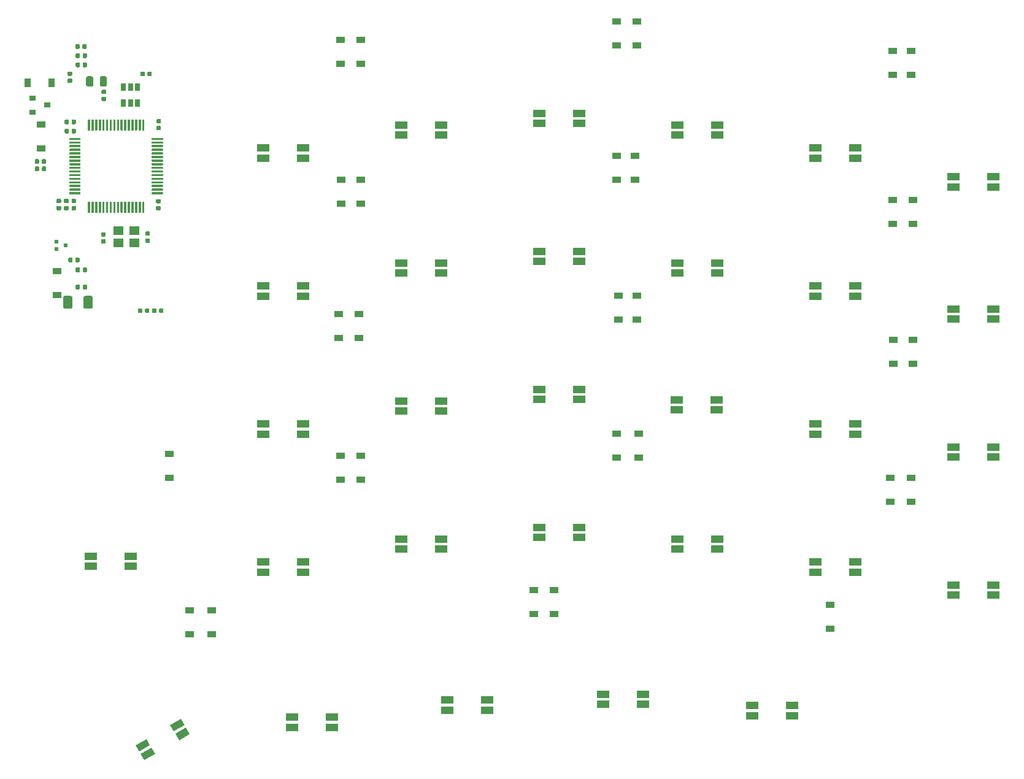
<source format=gbr>
G04 #@! TF.GenerationSoftware,KiCad,Pcbnew,5.1.5+dfsg1-2build2*
G04 #@! TF.CreationDate,2021-01-09T21:52:19+00:00*
G04 #@! TF.ProjectId,cynaroides,63796e61-726f-4696-9465-732e6b696361,rev?*
G04 #@! TF.SameCoordinates,Original*
G04 #@! TF.FileFunction,Paste,Bot*
G04 #@! TF.FilePolarity,Positive*
%FSLAX46Y46*%
G04 Gerber Fmt 4.6, Leading zero omitted, Abs format (unit mm)*
G04 Created by KiCad (PCBNEW 5.1.5+dfsg1-2build2) date 2021-01-09 21:52:19*
%MOMM*%
%LPD*%
G04 APERTURE LIST*
%ADD10R,1.200000X0.900000*%
%ADD11R,0.600000X0.500000*%
%ADD12C,0.100000*%
%ADD13R,1.700000X1.000000*%
%ADD14R,1.400000X1.200000*%
%ADD15R,0.900000X0.800000*%
%ADD16R,0.900000X1.200000*%
%ADD17R,0.650000X1.060000*%
G04 APERTURE END LIST*
D10*
X48285400Y-43025600D03*
X48285400Y-39725600D03*
D11*
X51704000Y-56388000D03*
X50404000Y-55888000D03*
X50404000Y-56888000D03*
D12*
G36*
X54517958Y-61834510D02*
G01*
X54532276Y-61836634D01*
X54546317Y-61840151D01*
X54559946Y-61845028D01*
X54573031Y-61851217D01*
X54585447Y-61858658D01*
X54597073Y-61867281D01*
X54607798Y-61877002D01*
X54617519Y-61887727D01*
X54626142Y-61899353D01*
X54633583Y-61911769D01*
X54639772Y-61924854D01*
X54644649Y-61938483D01*
X54648166Y-61952524D01*
X54650290Y-61966842D01*
X54651000Y-61981300D01*
X54651000Y-62326300D01*
X54650290Y-62340758D01*
X54648166Y-62355076D01*
X54644649Y-62369117D01*
X54639772Y-62382746D01*
X54633583Y-62395831D01*
X54626142Y-62408247D01*
X54617519Y-62419873D01*
X54607798Y-62430598D01*
X54597073Y-62440319D01*
X54585447Y-62448942D01*
X54573031Y-62456383D01*
X54559946Y-62462572D01*
X54546317Y-62467449D01*
X54532276Y-62470966D01*
X54517958Y-62473090D01*
X54503500Y-62473800D01*
X54208500Y-62473800D01*
X54194042Y-62473090D01*
X54179724Y-62470966D01*
X54165683Y-62467449D01*
X54152054Y-62462572D01*
X54138969Y-62456383D01*
X54126553Y-62448942D01*
X54114927Y-62440319D01*
X54104202Y-62430598D01*
X54094481Y-62419873D01*
X54085858Y-62408247D01*
X54078417Y-62395831D01*
X54072228Y-62382746D01*
X54067351Y-62369117D01*
X54063834Y-62355076D01*
X54061710Y-62340758D01*
X54061000Y-62326300D01*
X54061000Y-61981300D01*
X54061710Y-61966842D01*
X54063834Y-61952524D01*
X54067351Y-61938483D01*
X54072228Y-61924854D01*
X54078417Y-61911769D01*
X54085858Y-61899353D01*
X54094481Y-61887727D01*
X54104202Y-61877002D01*
X54114927Y-61867281D01*
X54126553Y-61858658D01*
X54138969Y-61851217D01*
X54152054Y-61845028D01*
X54165683Y-61840151D01*
X54179724Y-61836634D01*
X54194042Y-61834510D01*
X54208500Y-61833800D01*
X54503500Y-61833800D01*
X54517958Y-61834510D01*
G37*
G36*
X53547958Y-61834510D02*
G01*
X53562276Y-61836634D01*
X53576317Y-61840151D01*
X53589946Y-61845028D01*
X53603031Y-61851217D01*
X53615447Y-61858658D01*
X53627073Y-61867281D01*
X53637798Y-61877002D01*
X53647519Y-61887727D01*
X53656142Y-61899353D01*
X53663583Y-61911769D01*
X53669772Y-61924854D01*
X53674649Y-61938483D01*
X53678166Y-61952524D01*
X53680290Y-61966842D01*
X53681000Y-61981300D01*
X53681000Y-62326300D01*
X53680290Y-62340758D01*
X53678166Y-62355076D01*
X53674649Y-62369117D01*
X53669772Y-62382746D01*
X53663583Y-62395831D01*
X53656142Y-62408247D01*
X53647519Y-62419873D01*
X53637798Y-62430598D01*
X53627073Y-62440319D01*
X53615447Y-62448942D01*
X53603031Y-62456383D01*
X53589946Y-62462572D01*
X53576317Y-62467449D01*
X53562276Y-62470966D01*
X53547958Y-62473090D01*
X53533500Y-62473800D01*
X53238500Y-62473800D01*
X53224042Y-62473090D01*
X53209724Y-62470966D01*
X53195683Y-62467449D01*
X53182054Y-62462572D01*
X53168969Y-62456383D01*
X53156553Y-62448942D01*
X53144927Y-62440319D01*
X53134202Y-62430598D01*
X53124481Y-62419873D01*
X53115858Y-62408247D01*
X53108417Y-62395831D01*
X53102228Y-62382746D01*
X53097351Y-62369117D01*
X53093834Y-62355076D01*
X53091710Y-62340758D01*
X53091000Y-62326300D01*
X53091000Y-61981300D01*
X53091710Y-61966842D01*
X53093834Y-61952524D01*
X53097351Y-61938483D01*
X53102228Y-61924854D01*
X53108417Y-61911769D01*
X53115858Y-61899353D01*
X53124481Y-61887727D01*
X53134202Y-61877002D01*
X53144927Y-61867281D01*
X53156553Y-61858658D01*
X53168969Y-61851217D01*
X53182054Y-61845028D01*
X53195683Y-61840151D01*
X53209724Y-61836634D01*
X53224042Y-61834510D01*
X53238500Y-61833800D01*
X53533500Y-61833800D01*
X53547958Y-61834510D01*
G37*
D13*
X84506250Y-42956250D03*
X84506250Y-44356250D03*
X79006250Y-42956250D03*
X79006250Y-44356250D03*
X103556250Y-39781250D03*
X103556250Y-41181250D03*
X98056250Y-39781250D03*
X98056250Y-41181250D03*
X122606250Y-38193750D03*
X122606250Y-39593750D03*
X117106250Y-38193750D03*
X117106250Y-39593750D03*
X141656250Y-39781250D03*
X141656250Y-41181250D03*
X136156250Y-39781250D03*
X136156250Y-41181250D03*
X160706250Y-42956250D03*
X160706250Y-44356250D03*
X155206250Y-42956250D03*
X155206250Y-44356250D03*
X179756250Y-46925000D03*
X179756250Y-48325000D03*
X174256250Y-46925000D03*
X174256250Y-48325000D03*
X174256250Y-66581250D03*
X174256250Y-65181250D03*
X179756250Y-66581250D03*
X179756250Y-65181250D03*
X155206250Y-63406250D03*
X155206250Y-62006250D03*
X160706250Y-63406250D03*
X160706250Y-62006250D03*
X136156250Y-60231250D03*
X136156250Y-58831250D03*
X141656250Y-60231250D03*
X141656250Y-58831250D03*
X117106250Y-58643750D03*
X117106250Y-57243750D03*
X122606250Y-58643750D03*
X122606250Y-57243750D03*
X98056250Y-60231250D03*
X98056250Y-58831250D03*
X103556250Y-60231250D03*
X103556250Y-58831250D03*
X79006250Y-63406250D03*
X79006250Y-62006250D03*
X84506250Y-63406250D03*
X84506250Y-62006250D03*
X84506250Y-81056250D03*
X84506250Y-82456250D03*
X79006250Y-81056250D03*
X79006250Y-82456250D03*
X103556250Y-77881250D03*
X103556250Y-79281250D03*
X98056250Y-77881250D03*
X98056250Y-79281250D03*
X122606250Y-76293750D03*
X122606250Y-77693750D03*
X117106250Y-76293750D03*
X117106250Y-77693750D03*
X141561000Y-77709800D03*
X141561000Y-79109800D03*
X136061000Y-77709800D03*
X136061000Y-79109800D03*
X160706250Y-81056250D03*
X160706250Y-82456250D03*
X155206250Y-81056250D03*
X155206250Y-82456250D03*
X179756250Y-84231250D03*
X179756250Y-85631250D03*
X174256250Y-84231250D03*
X174256250Y-85631250D03*
X174256250Y-104681250D03*
X174256250Y-103281250D03*
X179756250Y-104681250D03*
X179756250Y-103281250D03*
X155206250Y-101506250D03*
X155206250Y-100106250D03*
X160706250Y-101506250D03*
X160706250Y-100106250D03*
X136156250Y-98331250D03*
X136156250Y-96931250D03*
X141656250Y-98331250D03*
X141656250Y-96931250D03*
X117106250Y-96743750D03*
X117106250Y-95343750D03*
X122606250Y-96743750D03*
X122606250Y-95343750D03*
X98056250Y-98331250D03*
X98056250Y-96931250D03*
X103556250Y-98331250D03*
X103556250Y-96931250D03*
X79006250Y-101506250D03*
X79006250Y-100106250D03*
X84506250Y-101506250D03*
X84506250Y-100106250D03*
X55193750Y-100712500D03*
X55193750Y-99312500D03*
X60693750Y-100712500D03*
X60693750Y-99312500D03*
D12*
G36*
X66632948Y-123495545D02*
G01*
X66132948Y-122629519D01*
X67605192Y-121779519D01*
X68105192Y-122645545D01*
X66632948Y-123495545D01*
G37*
G36*
X67332948Y-124707981D02*
G01*
X66832948Y-123841955D01*
X68305192Y-122991955D01*
X68805192Y-123857981D01*
X67332948Y-124707981D01*
G37*
G36*
X61869808Y-126245545D02*
G01*
X61369808Y-125379519D01*
X62842052Y-124529519D01*
X63342052Y-125395545D01*
X61869808Y-126245545D01*
G37*
G36*
X62569808Y-127457981D02*
G01*
X62069808Y-126591955D01*
X63542052Y-125741955D01*
X64042052Y-126607981D01*
X62569808Y-127457981D01*
G37*
D13*
X88475000Y-121537500D03*
X88475000Y-122937500D03*
X82975000Y-121537500D03*
X82975000Y-122937500D03*
X109906250Y-119156250D03*
X109906250Y-120556250D03*
X104406250Y-119156250D03*
X104406250Y-120556250D03*
X131337500Y-118362500D03*
X131337500Y-119762500D03*
X125837500Y-118362500D03*
X125837500Y-119762500D03*
X151975000Y-119950000D03*
X151975000Y-121350000D03*
X146475000Y-119950000D03*
X146475000Y-121350000D03*
D12*
G36*
X55193304Y-63388204D02*
G01*
X55217573Y-63391804D01*
X55241371Y-63397765D01*
X55264471Y-63406030D01*
X55286649Y-63416520D01*
X55307693Y-63429133D01*
X55327398Y-63443747D01*
X55345577Y-63460223D01*
X55362053Y-63478402D01*
X55376667Y-63498107D01*
X55389280Y-63519151D01*
X55399770Y-63541329D01*
X55408035Y-63564429D01*
X55413996Y-63588227D01*
X55417596Y-63612496D01*
X55418800Y-63637000D01*
X55418800Y-64887000D01*
X55417596Y-64911504D01*
X55413996Y-64935773D01*
X55408035Y-64959571D01*
X55399770Y-64982671D01*
X55389280Y-65004849D01*
X55376667Y-65025893D01*
X55362053Y-65045598D01*
X55345577Y-65063777D01*
X55327398Y-65080253D01*
X55307693Y-65094867D01*
X55286649Y-65107480D01*
X55264471Y-65117970D01*
X55241371Y-65126235D01*
X55217573Y-65132196D01*
X55193304Y-65135796D01*
X55168800Y-65137000D01*
X54418800Y-65137000D01*
X54394296Y-65135796D01*
X54370027Y-65132196D01*
X54346229Y-65126235D01*
X54323129Y-65117970D01*
X54300951Y-65107480D01*
X54279907Y-65094867D01*
X54260202Y-65080253D01*
X54242023Y-65063777D01*
X54225547Y-65045598D01*
X54210933Y-65025893D01*
X54198320Y-65004849D01*
X54187830Y-64982671D01*
X54179565Y-64959571D01*
X54173604Y-64935773D01*
X54170004Y-64911504D01*
X54168800Y-64887000D01*
X54168800Y-63637000D01*
X54170004Y-63612496D01*
X54173604Y-63588227D01*
X54179565Y-63564429D01*
X54187830Y-63541329D01*
X54198320Y-63519151D01*
X54210933Y-63498107D01*
X54225547Y-63478402D01*
X54242023Y-63460223D01*
X54260202Y-63443747D01*
X54279907Y-63429133D01*
X54300951Y-63416520D01*
X54323129Y-63406030D01*
X54346229Y-63397765D01*
X54370027Y-63391804D01*
X54394296Y-63388204D01*
X54418800Y-63387000D01*
X55168800Y-63387000D01*
X55193304Y-63388204D01*
G37*
G36*
X52393304Y-63388204D02*
G01*
X52417573Y-63391804D01*
X52441371Y-63397765D01*
X52464471Y-63406030D01*
X52486649Y-63416520D01*
X52507693Y-63429133D01*
X52527398Y-63443747D01*
X52545577Y-63460223D01*
X52562053Y-63478402D01*
X52576667Y-63498107D01*
X52589280Y-63519151D01*
X52599770Y-63541329D01*
X52608035Y-63564429D01*
X52613996Y-63588227D01*
X52617596Y-63612496D01*
X52618800Y-63637000D01*
X52618800Y-64887000D01*
X52617596Y-64911504D01*
X52613996Y-64935773D01*
X52608035Y-64959571D01*
X52599770Y-64982671D01*
X52589280Y-65004849D01*
X52576667Y-65025893D01*
X52562053Y-65045598D01*
X52545577Y-65063777D01*
X52527398Y-65080253D01*
X52507693Y-65094867D01*
X52486649Y-65107480D01*
X52464471Y-65117970D01*
X52441371Y-65126235D01*
X52417573Y-65132196D01*
X52393304Y-65135796D01*
X52368800Y-65137000D01*
X51618800Y-65137000D01*
X51594296Y-65135796D01*
X51570027Y-65132196D01*
X51546229Y-65126235D01*
X51523129Y-65117970D01*
X51500951Y-65107480D01*
X51479907Y-65094867D01*
X51460202Y-65080253D01*
X51442023Y-65063777D01*
X51425547Y-65045598D01*
X51410933Y-65025893D01*
X51398320Y-65004849D01*
X51387830Y-64982671D01*
X51379565Y-64959571D01*
X51373604Y-64935773D01*
X51370004Y-64911504D01*
X51368800Y-64887000D01*
X51368800Y-63637000D01*
X51370004Y-63612496D01*
X51373604Y-63588227D01*
X51379565Y-63564429D01*
X51387830Y-63541329D01*
X51398320Y-63519151D01*
X51410933Y-63498107D01*
X51425547Y-63478402D01*
X51442023Y-63460223D01*
X51460202Y-63443747D01*
X51479907Y-63429133D01*
X51500951Y-63416520D01*
X51523129Y-63406030D01*
X51546229Y-63397765D01*
X51570027Y-63391804D01*
X51594296Y-63388204D01*
X51618800Y-63387000D01*
X52368800Y-63387000D01*
X52393304Y-63388204D01*
G37*
G36*
X63107958Y-65111110D02*
G01*
X63122276Y-65113234D01*
X63136317Y-65116751D01*
X63149946Y-65121628D01*
X63163031Y-65127817D01*
X63175447Y-65135258D01*
X63187073Y-65143881D01*
X63197798Y-65153602D01*
X63207519Y-65164327D01*
X63216142Y-65175953D01*
X63223583Y-65188369D01*
X63229772Y-65201454D01*
X63234649Y-65215083D01*
X63238166Y-65229124D01*
X63240290Y-65243442D01*
X63241000Y-65257900D01*
X63241000Y-65602900D01*
X63240290Y-65617358D01*
X63238166Y-65631676D01*
X63234649Y-65645717D01*
X63229772Y-65659346D01*
X63223583Y-65672431D01*
X63216142Y-65684847D01*
X63207519Y-65696473D01*
X63197798Y-65707198D01*
X63187073Y-65716919D01*
X63175447Y-65725542D01*
X63163031Y-65732983D01*
X63149946Y-65739172D01*
X63136317Y-65744049D01*
X63122276Y-65747566D01*
X63107958Y-65749690D01*
X63093500Y-65750400D01*
X62798500Y-65750400D01*
X62784042Y-65749690D01*
X62769724Y-65747566D01*
X62755683Y-65744049D01*
X62742054Y-65739172D01*
X62728969Y-65732983D01*
X62716553Y-65725542D01*
X62704927Y-65716919D01*
X62694202Y-65707198D01*
X62684481Y-65696473D01*
X62675858Y-65684847D01*
X62668417Y-65672431D01*
X62662228Y-65659346D01*
X62657351Y-65645717D01*
X62653834Y-65631676D01*
X62651710Y-65617358D01*
X62651000Y-65602900D01*
X62651000Y-65257900D01*
X62651710Y-65243442D01*
X62653834Y-65229124D01*
X62657351Y-65215083D01*
X62662228Y-65201454D01*
X62668417Y-65188369D01*
X62675858Y-65175953D01*
X62684481Y-65164327D01*
X62694202Y-65153602D01*
X62704927Y-65143881D01*
X62716553Y-65135258D01*
X62728969Y-65127817D01*
X62742054Y-65121628D01*
X62755683Y-65116751D01*
X62769724Y-65113234D01*
X62784042Y-65111110D01*
X62798500Y-65110400D01*
X63093500Y-65110400D01*
X63107958Y-65111110D01*
G37*
G36*
X62137958Y-65111110D02*
G01*
X62152276Y-65113234D01*
X62166317Y-65116751D01*
X62179946Y-65121628D01*
X62193031Y-65127817D01*
X62205447Y-65135258D01*
X62217073Y-65143881D01*
X62227798Y-65153602D01*
X62237519Y-65164327D01*
X62246142Y-65175953D01*
X62253583Y-65188369D01*
X62259772Y-65201454D01*
X62264649Y-65215083D01*
X62268166Y-65229124D01*
X62270290Y-65243442D01*
X62271000Y-65257900D01*
X62271000Y-65602900D01*
X62270290Y-65617358D01*
X62268166Y-65631676D01*
X62264649Y-65645717D01*
X62259772Y-65659346D01*
X62253583Y-65672431D01*
X62246142Y-65684847D01*
X62237519Y-65696473D01*
X62227798Y-65707198D01*
X62217073Y-65716919D01*
X62205447Y-65725542D01*
X62193031Y-65732983D01*
X62179946Y-65739172D01*
X62166317Y-65744049D01*
X62152276Y-65747566D01*
X62137958Y-65749690D01*
X62123500Y-65750400D01*
X61828500Y-65750400D01*
X61814042Y-65749690D01*
X61799724Y-65747566D01*
X61785683Y-65744049D01*
X61772054Y-65739172D01*
X61758969Y-65732983D01*
X61746553Y-65725542D01*
X61734927Y-65716919D01*
X61724202Y-65707198D01*
X61714481Y-65696473D01*
X61705858Y-65684847D01*
X61698417Y-65672431D01*
X61692228Y-65659346D01*
X61687351Y-65645717D01*
X61683834Y-65631676D01*
X61681710Y-65617358D01*
X61681000Y-65602900D01*
X61681000Y-65257900D01*
X61681710Y-65243442D01*
X61683834Y-65229124D01*
X61687351Y-65215083D01*
X61692228Y-65201454D01*
X61698417Y-65188369D01*
X61705858Y-65175953D01*
X61714481Y-65164327D01*
X61724202Y-65153602D01*
X61734927Y-65143881D01*
X61746553Y-65135258D01*
X61758969Y-65127817D01*
X61772054Y-65121628D01*
X61785683Y-65116751D01*
X61799724Y-65113234D01*
X61814042Y-65111110D01*
X61828500Y-65110400D01*
X62123500Y-65110400D01*
X62137958Y-65111110D01*
G37*
G36*
X64091358Y-65111110D02*
G01*
X64105676Y-65113234D01*
X64119717Y-65116751D01*
X64133346Y-65121628D01*
X64146431Y-65127817D01*
X64158847Y-65135258D01*
X64170473Y-65143881D01*
X64181198Y-65153602D01*
X64190919Y-65164327D01*
X64199542Y-65175953D01*
X64206983Y-65188369D01*
X64213172Y-65201454D01*
X64218049Y-65215083D01*
X64221566Y-65229124D01*
X64223690Y-65243442D01*
X64224400Y-65257900D01*
X64224400Y-65602900D01*
X64223690Y-65617358D01*
X64221566Y-65631676D01*
X64218049Y-65645717D01*
X64213172Y-65659346D01*
X64206983Y-65672431D01*
X64199542Y-65684847D01*
X64190919Y-65696473D01*
X64181198Y-65707198D01*
X64170473Y-65716919D01*
X64158847Y-65725542D01*
X64146431Y-65732983D01*
X64133346Y-65739172D01*
X64119717Y-65744049D01*
X64105676Y-65747566D01*
X64091358Y-65749690D01*
X64076900Y-65750400D01*
X63781900Y-65750400D01*
X63767442Y-65749690D01*
X63753124Y-65747566D01*
X63739083Y-65744049D01*
X63725454Y-65739172D01*
X63712369Y-65732983D01*
X63699953Y-65725542D01*
X63688327Y-65716919D01*
X63677602Y-65707198D01*
X63667881Y-65696473D01*
X63659258Y-65684847D01*
X63651817Y-65672431D01*
X63645628Y-65659346D01*
X63640751Y-65645717D01*
X63637234Y-65631676D01*
X63635110Y-65617358D01*
X63634400Y-65602900D01*
X63634400Y-65257900D01*
X63635110Y-65243442D01*
X63637234Y-65229124D01*
X63640751Y-65215083D01*
X63645628Y-65201454D01*
X63651817Y-65188369D01*
X63659258Y-65175953D01*
X63667881Y-65164327D01*
X63677602Y-65153602D01*
X63688327Y-65143881D01*
X63699953Y-65135258D01*
X63712369Y-65127817D01*
X63725454Y-65121628D01*
X63739083Y-65116751D01*
X63753124Y-65113234D01*
X63767442Y-65111110D01*
X63781900Y-65110400D01*
X64076900Y-65110400D01*
X64091358Y-65111110D01*
G37*
G36*
X65061358Y-65111110D02*
G01*
X65075676Y-65113234D01*
X65089717Y-65116751D01*
X65103346Y-65121628D01*
X65116431Y-65127817D01*
X65128847Y-65135258D01*
X65140473Y-65143881D01*
X65151198Y-65153602D01*
X65160919Y-65164327D01*
X65169542Y-65175953D01*
X65176983Y-65188369D01*
X65183172Y-65201454D01*
X65188049Y-65215083D01*
X65191566Y-65229124D01*
X65193690Y-65243442D01*
X65194400Y-65257900D01*
X65194400Y-65602900D01*
X65193690Y-65617358D01*
X65191566Y-65631676D01*
X65188049Y-65645717D01*
X65183172Y-65659346D01*
X65176983Y-65672431D01*
X65169542Y-65684847D01*
X65160919Y-65696473D01*
X65151198Y-65707198D01*
X65140473Y-65716919D01*
X65128847Y-65725542D01*
X65116431Y-65732983D01*
X65103346Y-65739172D01*
X65089717Y-65744049D01*
X65075676Y-65747566D01*
X65061358Y-65749690D01*
X65046900Y-65750400D01*
X64751900Y-65750400D01*
X64737442Y-65749690D01*
X64723124Y-65747566D01*
X64709083Y-65744049D01*
X64695454Y-65739172D01*
X64682369Y-65732983D01*
X64669953Y-65725542D01*
X64658327Y-65716919D01*
X64647602Y-65707198D01*
X64637881Y-65696473D01*
X64629258Y-65684847D01*
X64621817Y-65672431D01*
X64615628Y-65659346D01*
X64610751Y-65645717D01*
X64607234Y-65631676D01*
X64605110Y-65617358D01*
X64604400Y-65602900D01*
X64604400Y-65257900D01*
X64605110Y-65243442D01*
X64607234Y-65229124D01*
X64610751Y-65215083D01*
X64615628Y-65201454D01*
X64621817Y-65188369D01*
X64629258Y-65175953D01*
X64637881Y-65164327D01*
X64647602Y-65153602D01*
X64658327Y-65143881D01*
X64669953Y-65135258D01*
X64682369Y-65127817D01*
X64695454Y-65121628D01*
X64709083Y-65116751D01*
X64723124Y-65113234D01*
X64737442Y-65111110D01*
X64751900Y-65110400D01*
X65046900Y-65110400D01*
X65061358Y-65111110D01*
G37*
D10*
X89756250Y-50672000D03*
X89756250Y-47372000D03*
X130302000Y-47370000D03*
X130302000Y-44070000D03*
X92456000Y-31368000D03*
X92456000Y-28068000D03*
X71882000Y-110108000D03*
X71882000Y-106808000D03*
X130810000Y-85724000D03*
X130810000Y-82424000D03*
X165862000Y-32892000D03*
X165862000Y-29592000D03*
X165956250Y-72770000D03*
X165956250Y-69470000D03*
X165481000Y-91820000D03*
X165481000Y-88520000D03*
X92202000Y-69214000D03*
X92202000Y-65914000D03*
X89662000Y-31368000D03*
X89662000Y-28068000D03*
X165862000Y-53466000D03*
X165862000Y-50166000D03*
X128016000Y-66674000D03*
X128016000Y-63374000D03*
X130556000Y-66674000D03*
X130556000Y-63374000D03*
X92456000Y-88772000D03*
X92456000Y-85472000D03*
X127762000Y-85724000D03*
X127762000Y-82424000D03*
X92456000Y-50672000D03*
X92456000Y-47372000D03*
X127762000Y-47370000D03*
X127762000Y-44070000D03*
X116332000Y-107314000D03*
X116332000Y-104014000D03*
X119126000Y-107314000D03*
X119126000Y-104014000D03*
X157226000Y-109346000D03*
X157226000Y-106046000D03*
X89408000Y-69214000D03*
X89408000Y-65914000D03*
X168402000Y-32892000D03*
X168402000Y-29592000D03*
X89662000Y-88772000D03*
X89662000Y-85472000D03*
D14*
X61214000Y-54356000D03*
X59014000Y-54356000D03*
X59014000Y-56056000D03*
X61214000Y-56056000D03*
D15*
X49167800Y-37048400D03*
X47167800Y-36098400D03*
X47167800Y-37998400D03*
D12*
G36*
X53547958Y-59472310D02*
G01*
X53562276Y-59474434D01*
X53576317Y-59477951D01*
X53589946Y-59482828D01*
X53603031Y-59489017D01*
X53615447Y-59496458D01*
X53627073Y-59505081D01*
X53637798Y-59514802D01*
X53647519Y-59525527D01*
X53656142Y-59537153D01*
X53663583Y-59549569D01*
X53669772Y-59562654D01*
X53674649Y-59576283D01*
X53678166Y-59590324D01*
X53680290Y-59604642D01*
X53681000Y-59619100D01*
X53681000Y-59964100D01*
X53680290Y-59978558D01*
X53678166Y-59992876D01*
X53674649Y-60006917D01*
X53669772Y-60020546D01*
X53663583Y-60033631D01*
X53656142Y-60046047D01*
X53647519Y-60057673D01*
X53637798Y-60068398D01*
X53627073Y-60078119D01*
X53615447Y-60086742D01*
X53603031Y-60094183D01*
X53589946Y-60100372D01*
X53576317Y-60105249D01*
X53562276Y-60108766D01*
X53547958Y-60110890D01*
X53533500Y-60111600D01*
X53238500Y-60111600D01*
X53224042Y-60110890D01*
X53209724Y-60108766D01*
X53195683Y-60105249D01*
X53182054Y-60100372D01*
X53168969Y-60094183D01*
X53156553Y-60086742D01*
X53144927Y-60078119D01*
X53134202Y-60068398D01*
X53124481Y-60057673D01*
X53115858Y-60046047D01*
X53108417Y-60033631D01*
X53102228Y-60020546D01*
X53097351Y-60006917D01*
X53093834Y-59992876D01*
X53091710Y-59978558D01*
X53091000Y-59964100D01*
X53091000Y-59619100D01*
X53091710Y-59604642D01*
X53093834Y-59590324D01*
X53097351Y-59576283D01*
X53102228Y-59562654D01*
X53108417Y-59549569D01*
X53115858Y-59537153D01*
X53124481Y-59525527D01*
X53134202Y-59514802D01*
X53144927Y-59505081D01*
X53156553Y-59496458D01*
X53168969Y-59489017D01*
X53182054Y-59482828D01*
X53195683Y-59477951D01*
X53209724Y-59474434D01*
X53224042Y-59472310D01*
X53238500Y-59471600D01*
X53533500Y-59471600D01*
X53547958Y-59472310D01*
G37*
G36*
X54517958Y-59472310D02*
G01*
X54532276Y-59474434D01*
X54546317Y-59477951D01*
X54559946Y-59482828D01*
X54573031Y-59489017D01*
X54585447Y-59496458D01*
X54597073Y-59505081D01*
X54607798Y-59514802D01*
X54617519Y-59525527D01*
X54626142Y-59537153D01*
X54633583Y-59549569D01*
X54639772Y-59562654D01*
X54644649Y-59576283D01*
X54648166Y-59590324D01*
X54650290Y-59604642D01*
X54651000Y-59619100D01*
X54651000Y-59964100D01*
X54650290Y-59978558D01*
X54648166Y-59992876D01*
X54644649Y-60006917D01*
X54639772Y-60020546D01*
X54633583Y-60033631D01*
X54626142Y-60046047D01*
X54617519Y-60057673D01*
X54607798Y-60068398D01*
X54597073Y-60078119D01*
X54585447Y-60086742D01*
X54573031Y-60094183D01*
X54559946Y-60100372D01*
X54546317Y-60105249D01*
X54532276Y-60108766D01*
X54517958Y-60110890D01*
X54503500Y-60111600D01*
X54208500Y-60111600D01*
X54194042Y-60110890D01*
X54179724Y-60108766D01*
X54165683Y-60105249D01*
X54152054Y-60100372D01*
X54138969Y-60094183D01*
X54126553Y-60086742D01*
X54114927Y-60078119D01*
X54104202Y-60068398D01*
X54094481Y-60057673D01*
X54085858Y-60046047D01*
X54078417Y-60033631D01*
X54072228Y-60020546D01*
X54067351Y-60006917D01*
X54063834Y-59992876D01*
X54061710Y-59978558D01*
X54061000Y-59964100D01*
X54061000Y-59619100D01*
X54061710Y-59604642D01*
X54063834Y-59590324D01*
X54067351Y-59576283D01*
X54072228Y-59562654D01*
X54078417Y-59549569D01*
X54085858Y-59537153D01*
X54094481Y-59525527D01*
X54104202Y-59514802D01*
X54114927Y-59505081D01*
X54126553Y-59496458D01*
X54138969Y-59489017D01*
X54152054Y-59482828D01*
X54165683Y-59477951D01*
X54179724Y-59474434D01*
X54194042Y-59472310D01*
X54208500Y-59471600D01*
X54503500Y-59471600D01*
X54517958Y-59472310D01*
G37*
G36*
X57163642Y-33083174D02*
G01*
X57187303Y-33086684D01*
X57210507Y-33092496D01*
X57233029Y-33100554D01*
X57254653Y-33110782D01*
X57275170Y-33123079D01*
X57294383Y-33137329D01*
X57312107Y-33153393D01*
X57328171Y-33171117D01*
X57342421Y-33190330D01*
X57354718Y-33210847D01*
X57364946Y-33232471D01*
X57373004Y-33254993D01*
X57378816Y-33278197D01*
X57382326Y-33301858D01*
X57383500Y-33325750D01*
X57383500Y-34238250D01*
X57382326Y-34262142D01*
X57378816Y-34285803D01*
X57373004Y-34309007D01*
X57364946Y-34331529D01*
X57354718Y-34353153D01*
X57342421Y-34373670D01*
X57328171Y-34392883D01*
X57312107Y-34410607D01*
X57294383Y-34426671D01*
X57275170Y-34440921D01*
X57254653Y-34453218D01*
X57233029Y-34463446D01*
X57210507Y-34471504D01*
X57187303Y-34477316D01*
X57163642Y-34480826D01*
X57139750Y-34482000D01*
X56652250Y-34482000D01*
X56628358Y-34480826D01*
X56604697Y-34477316D01*
X56581493Y-34471504D01*
X56558971Y-34463446D01*
X56537347Y-34453218D01*
X56516830Y-34440921D01*
X56497617Y-34426671D01*
X56479893Y-34410607D01*
X56463829Y-34392883D01*
X56449579Y-34373670D01*
X56437282Y-34353153D01*
X56427054Y-34331529D01*
X56418996Y-34309007D01*
X56413184Y-34285803D01*
X56409674Y-34262142D01*
X56408500Y-34238250D01*
X56408500Y-33325750D01*
X56409674Y-33301858D01*
X56413184Y-33278197D01*
X56418996Y-33254993D01*
X56427054Y-33232471D01*
X56437282Y-33210847D01*
X56449579Y-33190330D01*
X56463829Y-33171117D01*
X56479893Y-33153393D01*
X56497617Y-33137329D01*
X56516830Y-33123079D01*
X56537347Y-33110782D01*
X56558971Y-33100554D01*
X56581493Y-33092496D01*
X56604697Y-33086684D01*
X56628358Y-33083174D01*
X56652250Y-33082000D01*
X57139750Y-33082000D01*
X57163642Y-33083174D01*
G37*
G36*
X55288642Y-33083174D02*
G01*
X55312303Y-33086684D01*
X55335507Y-33092496D01*
X55358029Y-33100554D01*
X55379653Y-33110782D01*
X55400170Y-33123079D01*
X55419383Y-33137329D01*
X55437107Y-33153393D01*
X55453171Y-33171117D01*
X55467421Y-33190330D01*
X55479718Y-33210847D01*
X55489946Y-33232471D01*
X55498004Y-33254993D01*
X55503816Y-33278197D01*
X55507326Y-33301858D01*
X55508500Y-33325750D01*
X55508500Y-34238250D01*
X55507326Y-34262142D01*
X55503816Y-34285803D01*
X55498004Y-34309007D01*
X55489946Y-34331529D01*
X55479718Y-34353153D01*
X55467421Y-34373670D01*
X55453171Y-34392883D01*
X55437107Y-34410607D01*
X55419383Y-34426671D01*
X55400170Y-34440921D01*
X55379653Y-34453218D01*
X55358029Y-34463446D01*
X55335507Y-34471504D01*
X55312303Y-34477316D01*
X55288642Y-34480826D01*
X55264750Y-34482000D01*
X54777250Y-34482000D01*
X54753358Y-34480826D01*
X54729697Y-34477316D01*
X54706493Y-34471504D01*
X54683971Y-34463446D01*
X54662347Y-34453218D01*
X54641830Y-34440921D01*
X54622617Y-34426671D01*
X54604893Y-34410607D01*
X54588829Y-34392883D01*
X54574579Y-34373670D01*
X54562282Y-34353153D01*
X54552054Y-34331529D01*
X54543996Y-34309007D01*
X54538184Y-34285803D01*
X54534674Y-34262142D01*
X54533500Y-34238250D01*
X54533500Y-33325750D01*
X54534674Y-33301858D01*
X54538184Y-33278197D01*
X54543996Y-33254993D01*
X54552054Y-33232471D01*
X54562282Y-33210847D01*
X54574579Y-33190330D01*
X54588829Y-33171117D01*
X54604893Y-33153393D01*
X54622617Y-33137329D01*
X54641830Y-33123079D01*
X54662347Y-33110782D01*
X54683971Y-33100554D01*
X54706493Y-33092496D01*
X54729697Y-33086684D01*
X54753358Y-33083174D01*
X54777250Y-33082000D01*
X55264750Y-33082000D01*
X55288642Y-33083174D01*
G37*
D10*
X68834000Y-110108000D03*
X68834000Y-106808000D03*
X66040000Y-88518000D03*
X66040000Y-85218000D03*
X168402000Y-91820000D03*
X168402000Y-88520000D03*
X168656000Y-72770000D03*
X168656000Y-69470000D03*
X168656000Y-53466000D03*
X168656000Y-50166000D03*
X130556000Y-28828000D03*
X130556000Y-25528000D03*
X127762000Y-28828000D03*
X127762000Y-25528000D03*
X50546000Y-59946000D03*
X50546000Y-63246000D03*
D16*
X46457600Y-33959800D03*
X49757600Y-33959800D03*
D12*
G36*
X57105958Y-55562710D02*
G01*
X57120276Y-55564834D01*
X57134317Y-55568351D01*
X57147946Y-55573228D01*
X57161031Y-55579417D01*
X57173447Y-55586858D01*
X57185073Y-55595481D01*
X57195798Y-55605202D01*
X57205519Y-55615927D01*
X57214142Y-55627553D01*
X57221583Y-55639969D01*
X57227772Y-55653054D01*
X57232649Y-55666683D01*
X57236166Y-55680724D01*
X57238290Y-55695042D01*
X57239000Y-55709500D01*
X57239000Y-56004500D01*
X57238290Y-56018958D01*
X57236166Y-56033276D01*
X57232649Y-56047317D01*
X57227772Y-56060946D01*
X57221583Y-56074031D01*
X57214142Y-56086447D01*
X57205519Y-56098073D01*
X57195798Y-56108798D01*
X57185073Y-56118519D01*
X57173447Y-56127142D01*
X57161031Y-56134583D01*
X57147946Y-56140772D01*
X57134317Y-56145649D01*
X57120276Y-56149166D01*
X57105958Y-56151290D01*
X57091500Y-56152000D01*
X56746500Y-56152000D01*
X56732042Y-56151290D01*
X56717724Y-56149166D01*
X56703683Y-56145649D01*
X56690054Y-56140772D01*
X56676969Y-56134583D01*
X56664553Y-56127142D01*
X56652927Y-56118519D01*
X56642202Y-56108798D01*
X56632481Y-56098073D01*
X56623858Y-56086447D01*
X56616417Y-56074031D01*
X56610228Y-56060946D01*
X56605351Y-56047317D01*
X56601834Y-56033276D01*
X56599710Y-56018958D01*
X56599000Y-56004500D01*
X56599000Y-55709500D01*
X56599710Y-55695042D01*
X56601834Y-55680724D01*
X56605351Y-55666683D01*
X56610228Y-55653054D01*
X56616417Y-55639969D01*
X56623858Y-55627553D01*
X56632481Y-55615927D01*
X56642202Y-55605202D01*
X56652927Y-55595481D01*
X56664553Y-55586858D01*
X56676969Y-55579417D01*
X56690054Y-55573228D01*
X56703683Y-55568351D01*
X56717724Y-55564834D01*
X56732042Y-55562710D01*
X56746500Y-55562000D01*
X57091500Y-55562000D01*
X57105958Y-55562710D01*
G37*
G36*
X57105958Y-54592710D02*
G01*
X57120276Y-54594834D01*
X57134317Y-54598351D01*
X57147946Y-54603228D01*
X57161031Y-54609417D01*
X57173447Y-54616858D01*
X57185073Y-54625481D01*
X57195798Y-54635202D01*
X57205519Y-54645927D01*
X57214142Y-54657553D01*
X57221583Y-54669969D01*
X57227772Y-54683054D01*
X57232649Y-54696683D01*
X57236166Y-54710724D01*
X57238290Y-54725042D01*
X57239000Y-54739500D01*
X57239000Y-55034500D01*
X57238290Y-55048958D01*
X57236166Y-55063276D01*
X57232649Y-55077317D01*
X57227772Y-55090946D01*
X57221583Y-55104031D01*
X57214142Y-55116447D01*
X57205519Y-55128073D01*
X57195798Y-55138798D01*
X57185073Y-55148519D01*
X57173447Y-55157142D01*
X57161031Y-55164583D01*
X57147946Y-55170772D01*
X57134317Y-55175649D01*
X57120276Y-55179166D01*
X57105958Y-55181290D01*
X57091500Y-55182000D01*
X56746500Y-55182000D01*
X56732042Y-55181290D01*
X56717724Y-55179166D01*
X56703683Y-55175649D01*
X56690054Y-55170772D01*
X56676969Y-55164583D01*
X56664553Y-55157142D01*
X56652927Y-55148519D01*
X56642202Y-55138798D01*
X56632481Y-55128073D01*
X56623858Y-55116447D01*
X56616417Y-55104031D01*
X56610228Y-55090946D01*
X56605351Y-55077317D01*
X56601834Y-55063276D01*
X56599710Y-55048958D01*
X56599000Y-55034500D01*
X56599000Y-54739500D01*
X56599710Y-54725042D01*
X56601834Y-54710724D01*
X56605351Y-54696683D01*
X56610228Y-54683054D01*
X56616417Y-54669969D01*
X56623858Y-54657553D01*
X56632481Y-54645927D01*
X56642202Y-54635202D01*
X56652927Y-54625481D01*
X56664553Y-54616858D01*
X56676969Y-54609417D01*
X56690054Y-54603228D01*
X56703683Y-54598351D01*
X56717724Y-54594834D01*
X56732042Y-54592710D01*
X56746500Y-54592000D01*
X57091500Y-54592000D01*
X57105958Y-54592710D01*
G37*
G36*
X63204358Y-54491110D02*
G01*
X63218676Y-54493234D01*
X63232717Y-54496751D01*
X63246346Y-54501628D01*
X63259431Y-54507817D01*
X63271847Y-54515258D01*
X63283473Y-54523881D01*
X63294198Y-54533602D01*
X63303919Y-54544327D01*
X63312542Y-54555953D01*
X63319983Y-54568369D01*
X63326172Y-54581454D01*
X63331049Y-54595083D01*
X63334566Y-54609124D01*
X63336690Y-54623442D01*
X63337400Y-54637900D01*
X63337400Y-54932900D01*
X63336690Y-54947358D01*
X63334566Y-54961676D01*
X63331049Y-54975717D01*
X63326172Y-54989346D01*
X63319983Y-55002431D01*
X63312542Y-55014847D01*
X63303919Y-55026473D01*
X63294198Y-55037198D01*
X63283473Y-55046919D01*
X63271847Y-55055542D01*
X63259431Y-55062983D01*
X63246346Y-55069172D01*
X63232717Y-55074049D01*
X63218676Y-55077566D01*
X63204358Y-55079690D01*
X63189900Y-55080400D01*
X62844900Y-55080400D01*
X62830442Y-55079690D01*
X62816124Y-55077566D01*
X62802083Y-55074049D01*
X62788454Y-55069172D01*
X62775369Y-55062983D01*
X62762953Y-55055542D01*
X62751327Y-55046919D01*
X62740602Y-55037198D01*
X62730881Y-55026473D01*
X62722258Y-55014847D01*
X62714817Y-55002431D01*
X62708628Y-54989346D01*
X62703751Y-54975717D01*
X62700234Y-54961676D01*
X62698110Y-54947358D01*
X62697400Y-54932900D01*
X62697400Y-54637900D01*
X62698110Y-54623442D01*
X62700234Y-54609124D01*
X62703751Y-54595083D01*
X62708628Y-54581454D01*
X62714817Y-54568369D01*
X62722258Y-54555953D01*
X62730881Y-54544327D01*
X62740602Y-54533602D01*
X62751327Y-54523881D01*
X62762953Y-54515258D01*
X62775369Y-54507817D01*
X62788454Y-54501628D01*
X62802083Y-54496751D01*
X62816124Y-54493234D01*
X62830442Y-54491110D01*
X62844900Y-54490400D01*
X63189900Y-54490400D01*
X63204358Y-54491110D01*
G37*
G36*
X63204358Y-55461110D02*
G01*
X63218676Y-55463234D01*
X63232717Y-55466751D01*
X63246346Y-55471628D01*
X63259431Y-55477817D01*
X63271847Y-55485258D01*
X63283473Y-55493881D01*
X63294198Y-55503602D01*
X63303919Y-55514327D01*
X63312542Y-55525953D01*
X63319983Y-55538369D01*
X63326172Y-55551454D01*
X63331049Y-55565083D01*
X63334566Y-55579124D01*
X63336690Y-55593442D01*
X63337400Y-55607900D01*
X63337400Y-55902900D01*
X63336690Y-55917358D01*
X63334566Y-55931676D01*
X63331049Y-55945717D01*
X63326172Y-55959346D01*
X63319983Y-55972431D01*
X63312542Y-55984847D01*
X63303919Y-55996473D01*
X63294198Y-56007198D01*
X63283473Y-56016919D01*
X63271847Y-56025542D01*
X63259431Y-56032983D01*
X63246346Y-56039172D01*
X63232717Y-56044049D01*
X63218676Y-56047566D01*
X63204358Y-56049690D01*
X63189900Y-56050400D01*
X62844900Y-56050400D01*
X62830442Y-56049690D01*
X62816124Y-56047566D01*
X62802083Y-56044049D01*
X62788454Y-56039172D01*
X62775369Y-56032983D01*
X62762953Y-56025542D01*
X62751327Y-56016919D01*
X62740602Y-56007198D01*
X62730881Y-55996473D01*
X62722258Y-55984847D01*
X62714817Y-55972431D01*
X62708628Y-55959346D01*
X62703751Y-55945717D01*
X62700234Y-55931676D01*
X62698110Y-55917358D01*
X62697400Y-55902900D01*
X62697400Y-55607900D01*
X62698110Y-55593442D01*
X62700234Y-55579124D01*
X62703751Y-55565083D01*
X62708628Y-55551454D01*
X62714817Y-55538369D01*
X62722258Y-55525953D01*
X62730881Y-55514327D01*
X62740602Y-55503602D01*
X62751327Y-55493881D01*
X62762953Y-55485258D01*
X62775369Y-55477817D01*
X62788454Y-55471628D01*
X62802083Y-55466751D01*
X62816124Y-55463234D01*
X62830442Y-55461110D01*
X62844900Y-55460400D01*
X63189900Y-55460400D01*
X63204358Y-55461110D01*
G37*
G36*
X53501958Y-58100710D02*
G01*
X53516276Y-58102834D01*
X53530317Y-58106351D01*
X53543946Y-58111228D01*
X53557031Y-58117417D01*
X53569447Y-58124858D01*
X53581073Y-58133481D01*
X53591798Y-58143202D01*
X53601519Y-58153927D01*
X53610142Y-58165553D01*
X53617583Y-58177969D01*
X53623772Y-58191054D01*
X53628649Y-58204683D01*
X53632166Y-58218724D01*
X53634290Y-58233042D01*
X53635000Y-58247500D01*
X53635000Y-58592500D01*
X53634290Y-58606958D01*
X53632166Y-58621276D01*
X53628649Y-58635317D01*
X53623772Y-58648946D01*
X53617583Y-58662031D01*
X53610142Y-58674447D01*
X53601519Y-58686073D01*
X53591798Y-58696798D01*
X53581073Y-58706519D01*
X53569447Y-58715142D01*
X53557031Y-58722583D01*
X53543946Y-58728772D01*
X53530317Y-58733649D01*
X53516276Y-58737166D01*
X53501958Y-58739290D01*
X53487500Y-58740000D01*
X53192500Y-58740000D01*
X53178042Y-58739290D01*
X53163724Y-58737166D01*
X53149683Y-58733649D01*
X53136054Y-58728772D01*
X53122969Y-58722583D01*
X53110553Y-58715142D01*
X53098927Y-58706519D01*
X53088202Y-58696798D01*
X53078481Y-58686073D01*
X53069858Y-58674447D01*
X53062417Y-58662031D01*
X53056228Y-58648946D01*
X53051351Y-58635317D01*
X53047834Y-58621276D01*
X53045710Y-58606958D01*
X53045000Y-58592500D01*
X53045000Y-58247500D01*
X53045710Y-58233042D01*
X53047834Y-58218724D01*
X53051351Y-58204683D01*
X53056228Y-58191054D01*
X53062417Y-58177969D01*
X53069858Y-58165553D01*
X53078481Y-58153927D01*
X53088202Y-58143202D01*
X53098927Y-58133481D01*
X53110553Y-58124858D01*
X53122969Y-58117417D01*
X53136054Y-58111228D01*
X53149683Y-58106351D01*
X53163724Y-58102834D01*
X53178042Y-58100710D01*
X53192500Y-58100000D01*
X53487500Y-58100000D01*
X53501958Y-58100710D01*
G37*
G36*
X52531958Y-58100710D02*
G01*
X52546276Y-58102834D01*
X52560317Y-58106351D01*
X52573946Y-58111228D01*
X52587031Y-58117417D01*
X52599447Y-58124858D01*
X52611073Y-58133481D01*
X52621798Y-58143202D01*
X52631519Y-58153927D01*
X52640142Y-58165553D01*
X52647583Y-58177969D01*
X52653772Y-58191054D01*
X52658649Y-58204683D01*
X52662166Y-58218724D01*
X52664290Y-58233042D01*
X52665000Y-58247500D01*
X52665000Y-58592500D01*
X52664290Y-58606958D01*
X52662166Y-58621276D01*
X52658649Y-58635317D01*
X52653772Y-58648946D01*
X52647583Y-58662031D01*
X52640142Y-58674447D01*
X52631519Y-58686073D01*
X52621798Y-58696798D01*
X52611073Y-58706519D01*
X52599447Y-58715142D01*
X52587031Y-58722583D01*
X52573946Y-58728772D01*
X52560317Y-58733649D01*
X52546276Y-58737166D01*
X52531958Y-58739290D01*
X52517500Y-58740000D01*
X52222500Y-58740000D01*
X52208042Y-58739290D01*
X52193724Y-58737166D01*
X52179683Y-58733649D01*
X52166054Y-58728772D01*
X52152969Y-58722583D01*
X52140553Y-58715142D01*
X52128927Y-58706519D01*
X52118202Y-58696798D01*
X52108481Y-58686073D01*
X52099858Y-58674447D01*
X52092417Y-58662031D01*
X52086228Y-58648946D01*
X52081351Y-58635317D01*
X52077834Y-58621276D01*
X52075710Y-58606958D01*
X52075000Y-58592500D01*
X52075000Y-58247500D01*
X52075710Y-58233042D01*
X52077834Y-58218724D01*
X52081351Y-58204683D01*
X52086228Y-58191054D01*
X52092417Y-58177969D01*
X52099858Y-58165553D01*
X52108481Y-58153927D01*
X52118202Y-58143202D01*
X52128927Y-58133481D01*
X52140553Y-58124858D01*
X52152969Y-58117417D01*
X52166054Y-58111228D01*
X52179683Y-58106351D01*
X52193724Y-58102834D01*
X52208042Y-58100710D01*
X52222500Y-58100000D01*
X52517500Y-58100000D01*
X52531958Y-58100710D01*
G37*
G36*
X64677558Y-50990710D02*
G01*
X64691876Y-50992834D01*
X64705917Y-50996351D01*
X64719546Y-51001228D01*
X64732631Y-51007417D01*
X64745047Y-51014858D01*
X64756673Y-51023481D01*
X64767398Y-51033202D01*
X64777119Y-51043927D01*
X64785742Y-51055553D01*
X64793183Y-51067969D01*
X64799372Y-51081054D01*
X64804249Y-51094683D01*
X64807766Y-51108724D01*
X64809890Y-51123042D01*
X64810600Y-51137500D01*
X64810600Y-51432500D01*
X64809890Y-51446958D01*
X64807766Y-51461276D01*
X64804249Y-51475317D01*
X64799372Y-51488946D01*
X64793183Y-51502031D01*
X64785742Y-51514447D01*
X64777119Y-51526073D01*
X64767398Y-51536798D01*
X64756673Y-51546519D01*
X64745047Y-51555142D01*
X64732631Y-51562583D01*
X64719546Y-51568772D01*
X64705917Y-51573649D01*
X64691876Y-51577166D01*
X64677558Y-51579290D01*
X64663100Y-51580000D01*
X64318100Y-51580000D01*
X64303642Y-51579290D01*
X64289324Y-51577166D01*
X64275283Y-51573649D01*
X64261654Y-51568772D01*
X64248569Y-51562583D01*
X64236153Y-51555142D01*
X64224527Y-51546519D01*
X64213802Y-51536798D01*
X64204081Y-51526073D01*
X64195458Y-51514447D01*
X64188017Y-51502031D01*
X64181828Y-51488946D01*
X64176951Y-51475317D01*
X64173434Y-51461276D01*
X64171310Y-51446958D01*
X64170600Y-51432500D01*
X64170600Y-51137500D01*
X64171310Y-51123042D01*
X64173434Y-51108724D01*
X64176951Y-51094683D01*
X64181828Y-51081054D01*
X64188017Y-51067969D01*
X64195458Y-51055553D01*
X64204081Y-51043927D01*
X64213802Y-51033202D01*
X64224527Y-51023481D01*
X64236153Y-51014858D01*
X64248569Y-51007417D01*
X64261654Y-51001228D01*
X64275283Y-50996351D01*
X64289324Y-50992834D01*
X64303642Y-50990710D01*
X64318100Y-50990000D01*
X64663100Y-50990000D01*
X64677558Y-50990710D01*
G37*
G36*
X64677558Y-50020710D02*
G01*
X64691876Y-50022834D01*
X64705917Y-50026351D01*
X64719546Y-50031228D01*
X64732631Y-50037417D01*
X64745047Y-50044858D01*
X64756673Y-50053481D01*
X64767398Y-50063202D01*
X64777119Y-50073927D01*
X64785742Y-50085553D01*
X64793183Y-50097969D01*
X64799372Y-50111054D01*
X64804249Y-50124683D01*
X64807766Y-50138724D01*
X64809890Y-50153042D01*
X64810600Y-50167500D01*
X64810600Y-50462500D01*
X64809890Y-50476958D01*
X64807766Y-50491276D01*
X64804249Y-50505317D01*
X64799372Y-50518946D01*
X64793183Y-50532031D01*
X64785742Y-50544447D01*
X64777119Y-50556073D01*
X64767398Y-50566798D01*
X64756673Y-50576519D01*
X64745047Y-50585142D01*
X64732631Y-50592583D01*
X64719546Y-50598772D01*
X64705917Y-50603649D01*
X64691876Y-50607166D01*
X64677558Y-50609290D01*
X64663100Y-50610000D01*
X64318100Y-50610000D01*
X64303642Y-50609290D01*
X64289324Y-50607166D01*
X64275283Y-50603649D01*
X64261654Y-50598772D01*
X64248569Y-50592583D01*
X64236153Y-50585142D01*
X64224527Y-50576519D01*
X64213802Y-50566798D01*
X64204081Y-50556073D01*
X64195458Y-50544447D01*
X64188017Y-50532031D01*
X64181828Y-50518946D01*
X64176951Y-50505317D01*
X64173434Y-50491276D01*
X64171310Y-50476958D01*
X64170600Y-50462500D01*
X64170600Y-50167500D01*
X64171310Y-50153042D01*
X64173434Y-50138724D01*
X64176951Y-50124683D01*
X64181828Y-50111054D01*
X64188017Y-50097969D01*
X64195458Y-50085553D01*
X64204081Y-50073927D01*
X64213802Y-50063202D01*
X64224527Y-50053481D01*
X64236153Y-50044858D01*
X64248569Y-50037417D01*
X64261654Y-50031228D01*
X64275283Y-50026351D01*
X64289324Y-50022834D01*
X64303642Y-50020710D01*
X64318100Y-50020000D01*
X64663100Y-50020000D01*
X64677558Y-50020710D01*
G37*
G36*
X52460158Y-33388510D02*
G01*
X52474476Y-33390634D01*
X52488517Y-33394151D01*
X52502146Y-33399028D01*
X52515231Y-33405217D01*
X52527647Y-33412658D01*
X52539273Y-33421281D01*
X52549998Y-33431002D01*
X52559719Y-33441727D01*
X52568342Y-33453353D01*
X52575783Y-33465769D01*
X52581972Y-33478854D01*
X52586849Y-33492483D01*
X52590366Y-33506524D01*
X52592490Y-33520842D01*
X52593200Y-33535300D01*
X52593200Y-33830300D01*
X52592490Y-33844758D01*
X52590366Y-33859076D01*
X52586849Y-33873117D01*
X52581972Y-33886746D01*
X52575783Y-33899831D01*
X52568342Y-33912247D01*
X52559719Y-33923873D01*
X52549998Y-33934598D01*
X52539273Y-33944319D01*
X52527647Y-33952942D01*
X52515231Y-33960383D01*
X52502146Y-33966572D01*
X52488517Y-33971449D01*
X52474476Y-33974966D01*
X52460158Y-33977090D01*
X52445700Y-33977800D01*
X52100700Y-33977800D01*
X52086242Y-33977090D01*
X52071924Y-33974966D01*
X52057883Y-33971449D01*
X52044254Y-33966572D01*
X52031169Y-33960383D01*
X52018753Y-33952942D01*
X52007127Y-33944319D01*
X51996402Y-33934598D01*
X51986681Y-33923873D01*
X51978058Y-33912247D01*
X51970617Y-33899831D01*
X51964428Y-33886746D01*
X51959551Y-33873117D01*
X51956034Y-33859076D01*
X51953910Y-33844758D01*
X51953200Y-33830300D01*
X51953200Y-33535300D01*
X51953910Y-33520842D01*
X51956034Y-33506524D01*
X51959551Y-33492483D01*
X51964428Y-33478854D01*
X51970617Y-33465769D01*
X51978058Y-33453353D01*
X51986681Y-33441727D01*
X51996402Y-33431002D01*
X52007127Y-33421281D01*
X52018753Y-33412658D01*
X52031169Y-33405217D01*
X52044254Y-33399028D01*
X52057883Y-33394151D01*
X52071924Y-33390634D01*
X52086242Y-33388510D01*
X52100700Y-33387800D01*
X52445700Y-33387800D01*
X52460158Y-33388510D01*
G37*
G36*
X52460158Y-32418510D02*
G01*
X52474476Y-32420634D01*
X52488517Y-32424151D01*
X52502146Y-32429028D01*
X52515231Y-32435217D01*
X52527647Y-32442658D01*
X52539273Y-32451281D01*
X52549998Y-32461002D01*
X52559719Y-32471727D01*
X52568342Y-32483353D01*
X52575783Y-32495769D01*
X52581972Y-32508854D01*
X52586849Y-32522483D01*
X52590366Y-32536524D01*
X52592490Y-32550842D01*
X52593200Y-32565300D01*
X52593200Y-32860300D01*
X52592490Y-32874758D01*
X52590366Y-32889076D01*
X52586849Y-32903117D01*
X52581972Y-32916746D01*
X52575783Y-32929831D01*
X52568342Y-32942247D01*
X52559719Y-32953873D01*
X52549998Y-32964598D01*
X52539273Y-32974319D01*
X52527647Y-32982942D01*
X52515231Y-32990383D01*
X52502146Y-32996572D01*
X52488517Y-33001449D01*
X52474476Y-33004966D01*
X52460158Y-33007090D01*
X52445700Y-33007800D01*
X52100700Y-33007800D01*
X52086242Y-33007090D01*
X52071924Y-33004966D01*
X52057883Y-33001449D01*
X52044254Y-32996572D01*
X52031169Y-32990383D01*
X52018753Y-32982942D01*
X52007127Y-32974319D01*
X51996402Y-32964598D01*
X51986681Y-32953873D01*
X51978058Y-32942247D01*
X51970617Y-32929831D01*
X51964428Y-32916746D01*
X51959551Y-32903117D01*
X51956034Y-32889076D01*
X51953910Y-32874758D01*
X51953200Y-32860300D01*
X51953200Y-32565300D01*
X51953910Y-32550842D01*
X51956034Y-32536524D01*
X51959551Y-32522483D01*
X51964428Y-32508854D01*
X51970617Y-32495769D01*
X51978058Y-32483353D01*
X51986681Y-32471727D01*
X51996402Y-32461002D01*
X52007127Y-32451281D01*
X52018753Y-32442658D01*
X52031169Y-32435217D01*
X52044254Y-32429028D01*
X52057883Y-32424151D01*
X52071924Y-32420634D01*
X52086242Y-32418510D01*
X52100700Y-32417800D01*
X52445700Y-32417800D01*
X52460158Y-32418510D01*
G37*
G36*
X65056351Y-49066361D02*
G01*
X65063632Y-49067441D01*
X65070771Y-49069229D01*
X65077701Y-49071709D01*
X65084355Y-49074856D01*
X65090668Y-49078640D01*
X65096579Y-49083024D01*
X65102033Y-49087967D01*
X65106976Y-49093421D01*
X65111360Y-49099332D01*
X65115144Y-49105645D01*
X65118291Y-49112299D01*
X65120771Y-49119229D01*
X65122559Y-49126368D01*
X65123639Y-49133649D01*
X65124000Y-49141000D01*
X65124000Y-49291000D01*
X65123639Y-49298351D01*
X65122559Y-49305632D01*
X65120771Y-49312771D01*
X65118291Y-49319701D01*
X65115144Y-49326355D01*
X65111360Y-49332668D01*
X65106976Y-49338579D01*
X65102033Y-49344033D01*
X65096579Y-49348976D01*
X65090668Y-49353360D01*
X65084355Y-49357144D01*
X65077701Y-49360291D01*
X65070771Y-49362771D01*
X65063632Y-49364559D01*
X65056351Y-49365639D01*
X65049000Y-49366000D01*
X63649000Y-49366000D01*
X63641649Y-49365639D01*
X63634368Y-49364559D01*
X63627229Y-49362771D01*
X63620299Y-49360291D01*
X63613645Y-49357144D01*
X63607332Y-49353360D01*
X63601421Y-49348976D01*
X63595967Y-49344033D01*
X63591024Y-49338579D01*
X63586640Y-49332668D01*
X63582856Y-49326355D01*
X63579709Y-49319701D01*
X63577229Y-49312771D01*
X63575441Y-49305632D01*
X63574361Y-49298351D01*
X63574000Y-49291000D01*
X63574000Y-49141000D01*
X63574361Y-49133649D01*
X63575441Y-49126368D01*
X63577229Y-49119229D01*
X63579709Y-49112299D01*
X63582856Y-49105645D01*
X63586640Y-49099332D01*
X63591024Y-49093421D01*
X63595967Y-49087967D01*
X63601421Y-49083024D01*
X63607332Y-49078640D01*
X63613645Y-49074856D01*
X63620299Y-49071709D01*
X63627229Y-49069229D01*
X63634368Y-49067441D01*
X63641649Y-49066361D01*
X63649000Y-49066000D01*
X65049000Y-49066000D01*
X65056351Y-49066361D01*
G37*
G36*
X65056351Y-48566361D02*
G01*
X65063632Y-48567441D01*
X65070771Y-48569229D01*
X65077701Y-48571709D01*
X65084355Y-48574856D01*
X65090668Y-48578640D01*
X65096579Y-48583024D01*
X65102033Y-48587967D01*
X65106976Y-48593421D01*
X65111360Y-48599332D01*
X65115144Y-48605645D01*
X65118291Y-48612299D01*
X65120771Y-48619229D01*
X65122559Y-48626368D01*
X65123639Y-48633649D01*
X65124000Y-48641000D01*
X65124000Y-48791000D01*
X65123639Y-48798351D01*
X65122559Y-48805632D01*
X65120771Y-48812771D01*
X65118291Y-48819701D01*
X65115144Y-48826355D01*
X65111360Y-48832668D01*
X65106976Y-48838579D01*
X65102033Y-48844033D01*
X65096579Y-48848976D01*
X65090668Y-48853360D01*
X65084355Y-48857144D01*
X65077701Y-48860291D01*
X65070771Y-48862771D01*
X65063632Y-48864559D01*
X65056351Y-48865639D01*
X65049000Y-48866000D01*
X63649000Y-48866000D01*
X63641649Y-48865639D01*
X63634368Y-48864559D01*
X63627229Y-48862771D01*
X63620299Y-48860291D01*
X63613645Y-48857144D01*
X63607332Y-48853360D01*
X63601421Y-48848976D01*
X63595967Y-48844033D01*
X63591024Y-48838579D01*
X63586640Y-48832668D01*
X63582856Y-48826355D01*
X63579709Y-48819701D01*
X63577229Y-48812771D01*
X63575441Y-48805632D01*
X63574361Y-48798351D01*
X63574000Y-48791000D01*
X63574000Y-48641000D01*
X63574361Y-48633649D01*
X63575441Y-48626368D01*
X63577229Y-48619229D01*
X63579709Y-48612299D01*
X63582856Y-48605645D01*
X63586640Y-48599332D01*
X63591024Y-48593421D01*
X63595967Y-48587967D01*
X63601421Y-48583024D01*
X63607332Y-48578640D01*
X63613645Y-48574856D01*
X63620299Y-48571709D01*
X63627229Y-48569229D01*
X63634368Y-48567441D01*
X63641649Y-48566361D01*
X63649000Y-48566000D01*
X65049000Y-48566000D01*
X65056351Y-48566361D01*
G37*
G36*
X65056351Y-48066361D02*
G01*
X65063632Y-48067441D01*
X65070771Y-48069229D01*
X65077701Y-48071709D01*
X65084355Y-48074856D01*
X65090668Y-48078640D01*
X65096579Y-48083024D01*
X65102033Y-48087967D01*
X65106976Y-48093421D01*
X65111360Y-48099332D01*
X65115144Y-48105645D01*
X65118291Y-48112299D01*
X65120771Y-48119229D01*
X65122559Y-48126368D01*
X65123639Y-48133649D01*
X65124000Y-48141000D01*
X65124000Y-48291000D01*
X65123639Y-48298351D01*
X65122559Y-48305632D01*
X65120771Y-48312771D01*
X65118291Y-48319701D01*
X65115144Y-48326355D01*
X65111360Y-48332668D01*
X65106976Y-48338579D01*
X65102033Y-48344033D01*
X65096579Y-48348976D01*
X65090668Y-48353360D01*
X65084355Y-48357144D01*
X65077701Y-48360291D01*
X65070771Y-48362771D01*
X65063632Y-48364559D01*
X65056351Y-48365639D01*
X65049000Y-48366000D01*
X63649000Y-48366000D01*
X63641649Y-48365639D01*
X63634368Y-48364559D01*
X63627229Y-48362771D01*
X63620299Y-48360291D01*
X63613645Y-48357144D01*
X63607332Y-48353360D01*
X63601421Y-48348976D01*
X63595967Y-48344033D01*
X63591024Y-48338579D01*
X63586640Y-48332668D01*
X63582856Y-48326355D01*
X63579709Y-48319701D01*
X63577229Y-48312771D01*
X63575441Y-48305632D01*
X63574361Y-48298351D01*
X63574000Y-48291000D01*
X63574000Y-48141000D01*
X63574361Y-48133649D01*
X63575441Y-48126368D01*
X63577229Y-48119229D01*
X63579709Y-48112299D01*
X63582856Y-48105645D01*
X63586640Y-48099332D01*
X63591024Y-48093421D01*
X63595967Y-48087967D01*
X63601421Y-48083024D01*
X63607332Y-48078640D01*
X63613645Y-48074856D01*
X63620299Y-48071709D01*
X63627229Y-48069229D01*
X63634368Y-48067441D01*
X63641649Y-48066361D01*
X63649000Y-48066000D01*
X65049000Y-48066000D01*
X65056351Y-48066361D01*
G37*
G36*
X65056351Y-47566361D02*
G01*
X65063632Y-47567441D01*
X65070771Y-47569229D01*
X65077701Y-47571709D01*
X65084355Y-47574856D01*
X65090668Y-47578640D01*
X65096579Y-47583024D01*
X65102033Y-47587967D01*
X65106976Y-47593421D01*
X65111360Y-47599332D01*
X65115144Y-47605645D01*
X65118291Y-47612299D01*
X65120771Y-47619229D01*
X65122559Y-47626368D01*
X65123639Y-47633649D01*
X65124000Y-47641000D01*
X65124000Y-47791000D01*
X65123639Y-47798351D01*
X65122559Y-47805632D01*
X65120771Y-47812771D01*
X65118291Y-47819701D01*
X65115144Y-47826355D01*
X65111360Y-47832668D01*
X65106976Y-47838579D01*
X65102033Y-47844033D01*
X65096579Y-47848976D01*
X65090668Y-47853360D01*
X65084355Y-47857144D01*
X65077701Y-47860291D01*
X65070771Y-47862771D01*
X65063632Y-47864559D01*
X65056351Y-47865639D01*
X65049000Y-47866000D01*
X63649000Y-47866000D01*
X63641649Y-47865639D01*
X63634368Y-47864559D01*
X63627229Y-47862771D01*
X63620299Y-47860291D01*
X63613645Y-47857144D01*
X63607332Y-47853360D01*
X63601421Y-47848976D01*
X63595967Y-47844033D01*
X63591024Y-47838579D01*
X63586640Y-47832668D01*
X63582856Y-47826355D01*
X63579709Y-47819701D01*
X63577229Y-47812771D01*
X63575441Y-47805632D01*
X63574361Y-47798351D01*
X63574000Y-47791000D01*
X63574000Y-47641000D01*
X63574361Y-47633649D01*
X63575441Y-47626368D01*
X63577229Y-47619229D01*
X63579709Y-47612299D01*
X63582856Y-47605645D01*
X63586640Y-47599332D01*
X63591024Y-47593421D01*
X63595967Y-47587967D01*
X63601421Y-47583024D01*
X63607332Y-47578640D01*
X63613645Y-47574856D01*
X63620299Y-47571709D01*
X63627229Y-47569229D01*
X63634368Y-47567441D01*
X63641649Y-47566361D01*
X63649000Y-47566000D01*
X65049000Y-47566000D01*
X65056351Y-47566361D01*
G37*
G36*
X65056351Y-47066361D02*
G01*
X65063632Y-47067441D01*
X65070771Y-47069229D01*
X65077701Y-47071709D01*
X65084355Y-47074856D01*
X65090668Y-47078640D01*
X65096579Y-47083024D01*
X65102033Y-47087967D01*
X65106976Y-47093421D01*
X65111360Y-47099332D01*
X65115144Y-47105645D01*
X65118291Y-47112299D01*
X65120771Y-47119229D01*
X65122559Y-47126368D01*
X65123639Y-47133649D01*
X65124000Y-47141000D01*
X65124000Y-47291000D01*
X65123639Y-47298351D01*
X65122559Y-47305632D01*
X65120771Y-47312771D01*
X65118291Y-47319701D01*
X65115144Y-47326355D01*
X65111360Y-47332668D01*
X65106976Y-47338579D01*
X65102033Y-47344033D01*
X65096579Y-47348976D01*
X65090668Y-47353360D01*
X65084355Y-47357144D01*
X65077701Y-47360291D01*
X65070771Y-47362771D01*
X65063632Y-47364559D01*
X65056351Y-47365639D01*
X65049000Y-47366000D01*
X63649000Y-47366000D01*
X63641649Y-47365639D01*
X63634368Y-47364559D01*
X63627229Y-47362771D01*
X63620299Y-47360291D01*
X63613645Y-47357144D01*
X63607332Y-47353360D01*
X63601421Y-47348976D01*
X63595967Y-47344033D01*
X63591024Y-47338579D01*
X63586640Y-47332668D01*
X63582856Y-47326355D01*
X63579709Y-47319701D01*
X63577229Y-47312771D01*
X63575441Y-47305632D01*
X63574361Y-47298351D01*
X63574000Y-47291000D01*
X63574000Y-47141000D01*
X63574361Y-47133649D01*
X63575441Y-47126368D01*
X63577229Y-47119229D01*
X63579709Y-47112299D01*
X63582856Y-47105645D01*
X63586640Y-47099332D01*
X63591024Y-47093421D01*
X63595967Y-47087967D01*
X63601421Y-47083024D01*
X63607332Y-47078640D01*
X63613645Y-47074856D01*
X63620299Y-47071709D01*
X63627229Y-47069229D01*
X63634368Y-47067441D01*
X63641649Y-47066361D01*
X63649000Y-47066000D01*
X65049000Y-47066000D01*
X65056351Y-47066361D01*
G37*
G36*
X65056351Y-46566361D02*
G01*
X65063632Y-46567441D01*
X65070771Y-46569229D01*
X65077701Y-46571709D01*
X65084355Y-46574856D01*
X65090668Y-46578640D01*
X65096579Y-46583024D01*
X65102033Y-46587967D01*
X65106976Y-46593421D01*
X65111360Y-46599332D01*
X65115144Y-46605645D01*
X65118291Y-46612299D01*
X65120771Y-46619229D01*
X65122559Y-46626368D01*
X65123639Y-46633649D01*
X65124000Y-46641000D01*
X65124000Y-46791000D01*
X65123639Y-46798351D01*
X65122559Y-46805632D01*
X65120771Y-46812771D01*
X65118291Y-46819701D01*
X65115144Y-46826355D01*
X65111360Y-46832668D01*
X65106976Y-46838579D01*
X65102033Y-46844033D01*
X65096579Y-46848976D01*
X65090668Y-46853360D01*
X65084355Y-46857144D01*
X65077701Y-46860291D01*
X65070771Y-46862771D01*
X65063632Y-46864559D01*
X65056351Y-46865639D01*
X65049000Y-46866000D01*
X63649000Y-46866000D01*
X63641649Y-46865639D01*
X63634368Y-46864559D01*
X63627229Y-46862771D01*
X63620299Y-46860291D01*
X63613645Y-46857144D01*
X63607332Y-46853360D01*
X63601421Y-46848976D01*
X63595967Y-46844033D01*
X63591024Y-46838579D01*
X63586640Y-46832668D01*
X63582856Y-46826355D01*
X63579709Y-46819701D01*
X63577229Y-46812771D01*
X63575441Y-46805632D01*
X63574361Y-46798351D01*
X63574000Y-46791000D01*
X63574000Y-46641000D01*
X63574361Y-46633649D01*
X63575441Y-46626368D01*
X63577229Y-46619229D01*
X63579709Y-46612299D01*
X63582856Y-46605645D01*
X63586640Y-46599332D01*
X63591024Y-46593421D01*
X63595967Y-46587967D01*
X63601421Y-46583024D01*
X63607332Y-46578640D01*
X63613645Y-46574856D01*
X63620299Y-46571709D01*
X63627229Y-46569229D01*
X63634368Y-46567441D01*
X63641649Y-46566361D01*
X63649000Y-46566000D01*
X65049000Y-46566000D01*
X65056351Y-46566361D01*
G37*
G36*
X65056351Y-46066361D02*
G01*
X65063632Y-46067441D01*
X65070771Y-46069229D01*
X65077701Y-46071709D01*
X65084355Y-46074856D01*
X65090668Y-46078640D01*
X65096579Y-46083024D01*
X65102033Y-46087967D01*
X65106976Y-46093421D01*
X65111360Y-46099332D01*
X65115144Y-46105645D01*
X65118291Y-46112299D01*
X65120771Y-46119229D01*
X65122559Y-46126368D01*
X65123639Y-46133649D01*
X65124000Y-46141000D01*
X65124000Y-46291000D01*
X65123639Y-46298351D01*
X65122559Y-46305632D01*
X65120771Y-46312771D01*
X65118291Y-46319701D01*
X65115144Y-46326355D01*
X65111360Y-46332668D01*
X65106976Y-46338579D01*
X65102033Y-46344033D01*
X65096579Y-46348976D01*
X65090668Y-46353360D01*
X65084355Y-46357144D01*
X65077701Y-46360291D01*
X65070771Y-46362771D01*
X65063632Y-46364559D01*
X65056351Y-46365639D01*
X65049000Y-46366000D01*
X63649000Y-46366000D01*
X63641649Y-46365639D01*
X63634368Y-46364559D01*
X63627229Y-46362771D01*
X63620299Y-46360291D01*
X63613645Y-46357144D01*
X63607332Y-46353360D01*
X63601421Y-46348976D01*
X63595967Y-46344033D01*
X63591024Y-46338579D01*
X63586640Y-46332668D01*
X63582856Y-46326355D01*
X63579709Y-46319701D01*
X63577229Y-46312771D01*
X63575441Y-46305632D01*
X63574361Y-46298351D01*
X63574000Y-46291000D01*
X63574000Y-46141000D01*
X63574361Y-46133649D01*
X63575441Y-46126368D01*
X63577229Y-46119229D01*
X63579709Y-46112299D01*
X63582856Y-46105645D01*
X63586640Y-46099332D01*
X63591024Y-46093421D01*
X63595967Y-46087967D01*
X63601421Y-46083024D01*
X63607332Y-46078640D01*
X63613645Y-46074856D01*
X63620299Y-46071709D01*
X63627229Y-46069229D01*
X63634368Y-46067441D01*
X63641649Y-46066361D01*
X63649000Y-46066000D01*
X65049000Y-46066000D01*
X65056351Y-46066361D01*
G37*
G36*
X65056351Y-45566361D02*
G01*
X65063632Y-45567441D01*
X65070771Y-45569229D01*
X65077701Y-45571709D01*
X65084355Y-45574856D01*
X65090668Y-45578640D01*
X65096579Y-45583024D01*
X65102033Y-45587967D01*
X65106976Y-45593421D01*
X65111360Y-45599332D01*
X65115144Y-45605645D01*
X65118291Y-45612299D01*
X65120771Y-45619229D01*
X65122559Y-45626368D01*
X65123639Y-45633649D01*
X65124000Y-45641000D01*
X65124000Y-45791000D01*
X65123639Y-45798351D01*
X65122559Y-45805632D01*
X65120771Y-45812771D01*
X65118291Y-45819701D01*
X65115144Y-45826355D01*
X65111360Y-45832668D01*
X65106976Y-45838579D01*
X65102033Y-45844033D01*
X65096579Y-45848976D01*
X65090668Y-45853360D01*
X65084355Y-45857144D01*
X65077701Y-45860291D01*
X65070771Y-45862771D01*
X65063632Y-45864559D01*
X65056351Y-45865639D01*
X65049000Y-45866000D01*
X63649000Y-45866000D01*
X63641649Y-45865639D01*
X63634368Y-45864559D01*
X63627229Y-45862771D01*
X63620299Y-45860291D01*
X63613645Y-45857144D01*
X63607332Y-45853360D01*
X63601421Y-45848976D01*
X63595967Y-45844033D01*
X63591024Y-45838579D01*
X63586640Y-45832668D01*
X63582856Y-45826355D01*
X63579709Y-45819701D01*
X63577229Y-45812771D01*
X63575441Y-45805632D01*
X63574361Y-45798351D01*
X63574000Y-45791000D01*
X63574000Y-45641000D01*
X63574361Y-45633649D01*
X63575441Y-45626368D01*
X63577229Y-45619229D01*
X63579709Y-45612299D01*
X63582856Y-45605645D01*
X63586640Y-45599332D01*
X63591024Y-45593421D01*
X63595967Y-45587967D01*
X63601421Y-45583024D01*
X63607332Y-45578640D01*
X63613645Y-45574856D01*
X63620299Y-45571709D01*
X63627229Y-45569229D01*
X63634368Y-45567441D01*
X63641649Y-45566361D01*
X63649000Y-45566000D01*
X65049000Y-45566000D01*
X65056351Y-45566361D01*
G37*
G36*
X65056351Y-45066361D02*
G01*
X65063632Y-45067441D01*
X65070771Y-45069229D01*
X65077701Y-45071709D01*
X65084355Y-45074856D01*
X65090668Y-45078640D01*
X65096579Y-45083024D01*
X65102033Y-45087967D01*
X65106976Y-45093421D01*
X65111360Y-45099332D01*
X65115144Y-45105645D01*
X65118291Y-45112299D01*
X65120771Y-45119229D01*
X65122559Y-45126368D01*
X65123639Y-45133649D01*
X65124000Y-45141000D01*
X65124000Y-45291000D01*
X65123639Y-45298351D01*
X65122559Y-45305632D01*
X65120771Y-45312771D01*
X65118291Y-45319701D01*
X65115144Y-45326355D01*
X65111360Y-45332668D01*
X65106976Y-45338579D01*
X65102033Y-45344033D01*
X65096579Y-45348976D01*
X65090668Y-45353360D01*
X65084355Y-45357144D01*
X65077701Y-45360291D01*
X65070771Y-45362771D01*
X65063632Y-45364559D01*
X65056351Y-45365639D01*
X65049000Y-45366000D01*
X63649000Y-45366000D01*
X63641649Y-45365639D01*
X63634368Y-45364559D01*
X63627229Y-45362771D01*
X63620299Y-45360291D01*
X63613645Y-45357144D01*
X63607332Y-45353360D01*
X63601421Y-45348976D01*
X63595967Y-45344033D01*
X63591024Y-45338579D01*
X63586640Y-45332668D01*
X63582856Y-45326355D01*
X63579709Y-45319701D01*
X63577229Y-45312771D01*
X63575441Y-45305632D01*
X63574361Y-45298351D01*
X63574000Y-45291000D01*
X63574000Y-45141000D01*
X63574361Y-45133649D01*
X63575441Y-45126368D01*
X63577229Y-45119229D01*
X63579709Y-45112299D01*
X63582856Y-45105645D01*
X63586640Y-45099332D01*
X63591024Y-45093421D01*
X63595967Y-45087967D01*
X63601421Y-45083024D01*
X63607332Y-45078640D01*
X63613645Y-45074856D01*
X63620299Y-45071709D01*
X63627229Y-45069229D01*
X63634368Y-45067441D01*
X63641649Y-45066361D01*
X63649000Y-45066000D01*
X65049000Y-45066000D01*
X65056351Y-45066361D01*
G37*
G36*
X65056351Y-44566361D02*
G01*
X65063632Y-44567441D01*
X65070771Y-44569229D01*
X65077701Y-44571709D01*
X65084355Y-44574856D01*
X65090668Y-44578640D01*
X65096579Y-44583024D01*
X65102033Y-44587967D01*
X65106976Y-44593421D01*
X65111360Y-44599332D01*
X65115144Y-44605645D01*
X65118291Y-44612299D01*
X65120771Y-44619229D01*
X65122559Y-44626368D01*
X65123639Y-44633649D01*
X65124000Y-44641000D01*
X65124000Y-44791000D01*
X65123639Y-44798351D01*
X65122559Y-44805632D01*
X65120771Y-44812771D01*
X65118291Y-44819701D01*
X65115144Y-44826355D01*
X65111360Y-44832668D01*
X65106976Y-44838579D01*
X65102033Y-44844033D01*
X65096579Y-44848976D01*
X65090668Y-44853360D01*
X65084355Y-44857144D01*
X65077701Y-44860291D01*
X65070771Y-44862771D01*
X65063632Y-44864559D01*
X65056351Y-44865639D01*
X65049000Y-44866000D01*
X63649000Y-44866000D01*
X63641649Y-44865639D01*
X63634368Y-44864559D01*
X63627229Y-44862771D01*
X63620299Y-44860291D01*
X63613645Y-44857144D01*
X63607332Y-44853360D01*
X63601421Y-44848976D01*
X63595967Y-44844033D01*
X63591024Y-44838579D01*
X63586640Y-44832668D01*
X63582856Y-44826355D01*
X63579709Y-44819701D01*
X63577229Y-44812771D01*
X63575441Y-44805632D01*
X63574361Y-44798351D01*
X63574000Y-44791000D01*
X63574000Y-44641000D01*
X63574361Y-44633649D01*
X63575441Y-44626368D01*
X63577229Y-44619229D01*
X63579709Y-44612299D01*
X63582856Y-44605645D01*
X63586640Y-44599332D01*
X63591024Y-44593421D01*
X63595967Y-44587967D01*
X63601421Y-44583024D01*
X63607332Y-44578640D01*
X63613645Y-44574856D01*
X63620299Y-44571709D01*
X63627229Y-44569229D01*
X63634368Y-44567441D01*
X63641649Y-44566361D01*
X63649000Y-44566000D01*
X65049000Y-44566000D01*
X65056351Y-44566361D01*
G37*
G36*
X65056351Y-44066361D02*
G01*
X65063632Y-44067441D01*
X65070771Y-44069229D01*
X65077701Y-44071709D01*
X65084355Y-44074856D01*
X65090668Y-44078640D01*
X65096579Y-44083024D01*
X65102033Y-44087967D01*
X65106976Y-44093421D01*
X65111360Y-44099332D01*
X65115144Y-44105645D01*
X65118291Y-44112299D01*
X65120771Y-44119229D01*
X65122559Y-44126368D01*
X65123639Y-44133649D01*
X65124000Y-44141000D01*
X65124000Y-44291000D01*
X65123639Y-44298351D01*
X65122559Y-44305632D01*
X65120771Y-44312771D01*
X65118291Y-44319701D01*
X65115144Y-44326355D01*
X65111360Y-44332668D01*
X65106976Y-44338579D01*
X65102033Y-44344033D01*
X65096579Y-44348976D01*
X65090668Y-44353360D01*
X65084355Y-44357144D01*
X65077701Y-44360291D01*
X65070771Y-44362771D01*
X65063632Y-44364559D01*
X65056351Y-44365639D01*
X65049000Y-44366000D01*
X63649000Y-44366000D01*
X63641649Y-44365639D01*
X63634368Y-44364559D01*
X63627229Y-44362771D01*
X63620299Y-44360291D01*
X63613645Y-44357144D01*
X63607332Y-44353360D01*
X63601421Y-44348976D01*
X63595967Y-44344033D01*
X63591024Y-44338579D01*
X63586640Y-44332668D01*
X63582856Y-44326355D01*
X63579709Y-44319701D01*
X63577229Y-44312771D01*
X63575441Y-44305632D01*
X63574361Y-44298351D01*
X63574000Y-44291000D01*
X63574000Y-44141000D01*
X63574361Y-44133649D01*
X63575441Y-44126368D01*
X63577229Y-44119229D01*
X63579709Y-44112299D01*
X63582856Y-44105645D01*
X63586640Y-44099332D01*
X63591024Y-44093421D01*
X63595967Y-44087967D01*
X63601421Y-44083024D01*
X63607332Y-44078640D01*
X63613645Y-44074856D01*
X63620299Y-44071709D01*
X63627229Y-44069229D01*
X63634368Y-44067441D01*
X63641649Y-44066361D01*
X63649000Y-44066000D01*
X65049000Y-44066000D01*
X65056351Y-44066361D01*
G37*
G36*
X65056351Y-43566361D02*
G01*
X65063632Y-43567441D01*
X65070771Y-43569229D01*
X65077701Y-43571709D01*
X65084355Y-43574856D01*
X65090668Y-43578640D01*
X65096579Y-43583024D01*
X65102033Y-43587967D01*
X65106976Y-43593421D01*
X65111360Y-43599332D01*
X65115144Y-43605645D01*
X65118291Y-43612299D01*
X65120771Y-43619229D01*
X65122559Y-43626368D01*
X65123639Y-43633649D01*
X65124000Y-43641000D01*
X65124000Y-43791000D01*
X65123639Y-43798351D01*
X65122559Y-43805632D01*
X65120771Y-43812771D01*
X65118291Y-43819701D01*
X65115144Y-43826355D01*
X65111360Y-43832668D01*
X65106976Y-43838579D01*
X65102033Y-43844033D01*
X65096579Y-43848976D01*
X65090668Y-43853360D01*
X65084355Y-43857144D01*
X65077701Y-43860291D01*
X65070771Y-43862771D01*
X65063632Y-43864559D01*
X65056351Y-43865639D01*
X65049000Y-43866000D01*
X63649000Y-43866000D01*
X63641649Y-43865639D01*
X63634368Y-43864559D01*
X63627229Y-43862771D01*
X63620299Y-43860291D01*
X63613645Y-43857144D01*
X63607332Y-43853360D01*
X63601421Y-43848976D01*
X63595967Y-43844033D01*
X63591024Y-43838579D01*
X63586640Y-43832668D01*
X63582856Y-43826355D01*
X63579709Y-43819701D01*
X63577229Y-43812771D01*
X63575441Y-43805632D01*
X63574361Y-43798351D01*
X63574000Y-43791000D01*
X63574000Y-43641000D01*
X63574361Y-43633649D01*
X63575441Y-43626368D01*
X63577229Y-43619229D01*
X63579709Y-43612299D01*
X63582856Y-43605645D01*
X63586640Y-43599332D01*
X63591024Y-43593421D01*
X63595967Y-43587967D01*
X63601421Y-43583024D01*
X63607332Y-43578640D01*
X63613645Y-43574856D01*
X63620299Y-43571709D01*
X63627229Y-43569229D01*
X63634368Y-43567441D01*
X63641649Y-43566361D01*
X63649000Y-43566000D01*
X65049000Y-43566000D01*
X65056351Y-43566361D01*
G37*
G36*
X65056351Y-43066361D02*
G01*
X65063632Y-43067441D01*
X65070771Y-43069229D01*
X65077701Y-43071709D01*
X65084355Y-43074856D01*
X65090668Y-43078640D01*
X65096579Y-43083024D01*
X65102033Y-43087967D01*
X65106976Y-43093421D01*
X65111360Y-43099332D01*
X65115144Y-43105645D01*
X65118291Y-43112299D01*
X65120771Y-43119229D01*
X65122559Y-43126368D01*
X65123639Y-43133649D01*
X65124000Y-43141000D01*
X65124000Y-43291000D01*
X65123639Y-43298351D01*
X65122559Y-43305632D01*
X65120771Y-43312771D01*
X65118291Y-43319701D01*
X65115144Y-43326355D01*
X65111360Y-43332668D01*
X65106976Y-43338579D01*
X65102033Y-43344033D01*
X65096579Y-43348976D01*
X65090668Y-43353360D01*
X65084355Y-43357144D01*
X65077701Y-43360291D01*
X65070771Y-43362771D01*
X65063632Y-43364559D01*
X65056351Y-43365639D01*
X65049000Y-43366000D01*
X63649000Y-43366000D01*
X63641649Y-43365639D01*
X63634368Y-43364559D01*
X63627229Y-43362771D01*
X63620299Y-43360291D01*
X63613645Y-43357144D01*
X63607332Y-43353360D01*
X63601421Y-43348976D01*
X63595967Y-43344033D01*
X63591024Y-43338579D01*
X63586640Y-43332668D01*
X63582856Y-43326355D01*
X63579709Y-43319701D01*
X63577229Y-43312771D01*
X63575441Y-43305632D01*
X63574361Y-43298351D01*
X63574000Y-43291000D01*
X63574000Y-43141000D01*
X63574361Y-43133649D01*
X63575441Y-43126368D01*
X63577229Y-43119229D01*
X63579709Y-43112299D01*
X63582856Y-43105645D01*
X63586640Y-43099332D01*
X63591024Y-43093421D01*
X63595967Y-43087967D01*
X63601421Y-43083024D01*
X63607332Y-43078640D01*
X63613645Y-43074856D01*
X63620299Y-43071709D01*
X63627229Y-43069229D01*
X63634368Y-43067441D01*
X63641649Y-43066361D01*
X63649000Y-43066000D01*
X65049000Y-43066000D01*
X65056351Y-43066361D01*
G37*
G36*
X65056351Y-42566361D02*
G01*
X65063632Y-42567441D01*
X65070771Y-42569229D01*
X65077701Y-42571709D01*
X65084355Y-42574856D01*
X65090668Y-42578640D01*
X65096579Y-42583024D01*
X65102033Y-42587967D01*
X65106976Y-42593421D01*
X65111360Y-42599332D01*
X65115144Y-42605645D01*
X65118291Y-42612299D01*
X65120771Y-42619229D01*
X65122559Y-42626368D01*
X65123639Y-42633649D01*
X65124000Y-42641000D01*
X65124000Y-42791000D01*
X65123639Y-42798351D01*
X65122559Y-42805632D01*
X65120771Y-42812771D01*
X65118291Y-42819701D01*
X65115144Y-42826355D01*
X65111360Y-42832668D01*
X65106976Y-42838579D01*
X65102033Y-42844033D01*
X65096579Y-42848976D01*
X65090668Y-42853360D01*
X65084355Y-42857144D01*
X65077701Y-42860291D01*
X65070771Y-42862771D01*
X65063632Y-42864559D01*
X65056351Y-42865639D01*
X65049000Y-42866000D01*
X63649000Y-42866000D01*
X63641649Y-42865639D01*
X63634368Y-42864559D01*
X63627229Y-42862771D01*
X63620299Y-42860291D01*
X63613645Y-42857144D01*
X63607332Y-42853360D01*
X63601421Y-42848976D01*
X63595967Y-42844033D01*
X63591024Y-42838579D01*
X63586640Y-42832668D01*
X63582856Y-42826355D01*
X63579709Y-42819701D01*
X63577229Y-42812771D01*
X63575441Y-42805632D01*
X63574361Y-42798351D01*
X63574000Y-42791000D01*
X63574000Y-42641000D01*
X63574361Y-42633649D01*
X63575441Y-42626368D01*
X63577229Y-42619229D01*
X63579709Y-42612299D01*
X63582856Y-42605645D01*
X63586640Y-42599332D01*
X63591024Y-42593421D01*
X63595967Y-42587967D01*
X63601421Y-42583024D01*
X63607332Y-42578640D01*
X63613645Y-42574856D01*
X63620299Y-42571709D01*
X63627229Y-42569229D01*
X63634368Y-42567441D01*
X63641649Y-42566361D01*
X63649000Y-42566000D01*
X65049000Y-42566000D01*
X65056351Y-42566361D01*
G37*
G36*
X65056351Y-42066361D02*
G01*
X65063632Y-42067441D01*
X65070771Y-42069229D01*
X65077701Y-42071709D01*
X65084355Y-42074856D01*
X65090668Y-42078640D01*
X65096579Y-42083024D01*
X65102033Y-42087967D01*
X65106976Y-42093421D01*
X65111360Y-42099332D01*
X65115144Y-42105645D01*
X65118291Y-42112299D01*
X65120771Y-42119229D01*
X65122559Y-42126368D01*
X65123639Y-42133649D01*
X65124000Y-42141000D01*
X65124000Y-42291000D01*
X65123639Y-42298351D01*
X65122559Y-42305632D01*
X65120771Y-42312771D01*
X65118291Y-42319701D01*
X65115144Y-42326355D01*
X65111360Y-42332668D01*
X65106976Y-42338579D01*
X65102033Y-42344033D01*
X65096579Y-42348976D01*
X65090668Y-42353360D01*
X65084355Y-42357144D01*
X65077701Y-42360291D01*
X65070771Y-42362771D01*
X65063632Y-42364559D01*
X65056351Y-42365639D01*
X65049000Y-42366000D01*
X63649000Y-42366000D01*
X63641649Y-42365639D01*
X63634368Y-42364559D01*
X63627229Y-42362771D01*
X63620299Y-42360291D01*
X63613645Y-42357144D01*
X63607332Y-42353360D01*
X63601421Y-42348976D01*
X63595967Y-42344033D01*
X63591024Y-42338579D01*
X63586640Y-42332668D01*
X63582856Y-42326355D01*
X63579709Y-42319701D01*
X63577229Y-42312771D01*
X63575441Y-42305632D01*
X63574361Y-42298351D01*
X63574000Y-42291000D01*
X63574000Y-42141000D01*
X63574361Y-42133649D01*
X63575441Y-42126368D01*
X63577229Y-42119229D01*
X63579709Y-42112299D01*
X63582856Y-42105645D01*
X63586640Y-42099332D01*
X63591024Y-42093421D01*
X63595967Y-42087967D01*
X63601421Y-42083024D01*
X63607332Y-42078640D01*
X63613645Y-42074856D01*
X63620299Y-42071709D01*
X63627229Y-42069229D01*
X63634368Y-42067441D01*
X63641649Y-42066361D01*
X63649000Y-42066000D01*
X65049000Y-42066000D01*
X65056351Y-42066361D01*
G37*
G36*
X65056351Y-41566361D02*
G01*
X65063632Y-41567441D01*
X65070771Y-41569229D01*
X65077701Y-41571709D01*
X65084355Y-41574856D01*
X65090668Y-41578640D01*
X65096579Y-41583024D01*
X65102033Y-41587967D01*
X65106976Y-41593421D01*
X65111360Y-41599332D01*
X65115144Y-41605645D01*
X65118291Y-41612299D01*
X65120771Y-41619229D01*
X65122559Y-41626368D01*
X65123639Y-41633649D01*
X65124000Y-41641000D01*
X65124000Y-41791000D01*
X65123639Y-41798351D01*
X65122559Y-41805632D01*
X65120771Y-41812771D01*
X65118291Y-41819701D01*
X65115144Y-41826355D01*
X65111360Y-41832668D01*
X65106976Y-41838579D01*
X65102033Y-41844033D01*
X65096579Y-41848976D01*
X65090668Y-41853360D01*
X65084355Y-41857144D01*
X65077701Y-41860291D01*
X65070771Y-41862771D01*
X65063632Y-41864559D01*
X65056351Y-41865639D01*
X65049000Y-41866000D01*
X63649000Y-41866000D01*
X63641649Y-41865639D01*
X63634368Y-41864559D01*
X63627229Y-41862771D01*
X63620299Y-41860291D01*
X63613645Y-41857144D01*
X63607332Y-41853360D01*
X63601421Y-41848976D01*
X63595967Y-41844033D01*
X63591024Y-41838579D01*
X63586640Y-41832668D01*
X63582856Y-41826355D01*
X63579709Y-41819701D01*
X63577229Y-41812771D01*
X63575441Y-41805632D01*
X63574361Y-41798351D01*
X63574000Y-41791000D01*
X63574000Y-41641000D01*
X63574361Y-41633649D01*
X63575441Y-41626368D01*
X63577229Y-41619229D01*
X63579709Y-41612299D01*
X63582856Y-41605645D01*
X63586640Y-41599332D01*
X63591024Y-41593421D01*
X63595967Y-41587967D01*
X63601421Y-41583024D01*
X63607332Y-41578640D01*
X63613645Y-41574856D01*
X63620299Y-41571709D01*
X63627229Y-41569229D01*
X63634368Y-41567441D01*
X63641649Y-41566361D01*
X63649000Y-41566000D01*
X65049000Y-41566000D01*
X65056351Y-41566361D01*
G37*
G36*
X62506351Y-39016361D02*
G01*
X62513632Y-39017441D01*
X62520771Y-39019229D01*
X62527701Y-39021709D01*
X62534355Y-39024856D01*
X62540668Y-39028640D01*
X62546579Y-39033024D01*
X62552033Y-39037967D01*
X62556976Y-39043421D01*
X62561360Y-39049332D01*
X62565144Y-39055645D01*
X62568291Y-39062299D01*
X62570771Y-39069229D01*
X62572559Y-39076368D01*
X62573639Y-39083649D01*
X62574000Y-39091000D01*
X62574000Y-40491000D01*
X62573639Y-40498351D01*
X62572559Y-40505632D01*
X62570771Y-40512771D01*
X62568291Y-40519701D01*
X62565144Y-40526355D01*
X62561360Y-40532668D01*
X62556976Y-40538579D01*
X62552033Y-40544033D01*
X62546579Y-40548976D01*
X62540668Y-40553360D01*
X62534355Y-40557144D01*
X62527701Y-40560291D01*
X62520771Y-40562771D01*
X62513632Y-40564559D01*
X62506351Y-40565639D01*
X62499000Y-40566000D01*
X62349000Y-40566000D01*
X62341649Y-40565639D01*
X62334368Y-40564559D01*
X62327229Y-40562771D01*
X62320299Y-40560291D01*
X62313645Y-40557144D01*
X62307332Y-40553360D01*
X62301421Y-40548976D01*
X62295967Y-40544033D01*
X62291024Y-40538579D01*
X62286640Y-40532668D01*
X62282856Y-40526355D01*
X62279709Y-40519701D01*
X62277229Y-40512771D01*
X62275441Y-40505632D01*
X62274361Y-40498351D01*
X62274000Y-40491000D01*
X62274000Y-39091000D01*
X62274361Y-39083649D01*
X62275441Y-39076368D01*
X62277229Y-39069229D01*
X62279709Y-39062299D01*
X62282856Y-39055645D01*
X62286640Y-39049332D01*
X62291024Y-39043421D01*
X62295967Y-39037967D01*
X62301421Y-39033024D01*
X62307332Y-39028640D01*
X62313645Y-39024856D01*
X62320299Y-39021709D01*
X62327229Y-39019229D01*
X62334368Y-39017441D01*
X62341649Y-39016361D01*
X62349000Y-39016000D01*
X62499000Y-39016000D01*
X62506351Y-39016361D01*
G37*
G36*
X62006351Y-39016361D02*
G01*
X62013632Y-39017441D01*
X62020771Y-39019229D01*
X62027701Y-39021709D01*
X62034355Y-39024856D01*
X62040668Y-39028640D01*
X62046579Y-39033024D01*
X62052033Y-39037967D01*
X62056976Y-39043421D01*
X62061360Y-39049332D01*
X62065144Y-39055645D01*
X62068291Y-39062299D01*
X62070771Y-39069229D01*
X62072559Y-39076368D01*
X62073639Y-39083649D01*
X62074000Y-39091000D01*
X62074000Y-40491000D01*
X62073639Y-40498351D01*
X62072559Y-40505632D01*
X62070771Y-40512771D01*
X62068291Y-40519701D01*
X62065144Y-40526355D01*
X62061360Y-40532668D01*
X62056976Y-40538579D01*
X62052033Y-40544033D01*
X62046579Y-40548976D01*
X62040668Y-40553360D01*
X62034355Y-40557144D01*
X62027701Y-40560291D01*
X62020771Y-40562771D01*
X62013632Y-40564559D01*
X62006351Y-40565639D01*
X61999000Y-40566000D01*
X61849000Y-40566000D01*
X61841649Y-40565639D01*
X61834368Y-40564559D01*
X61827229Y-40562771D01*
X61820299Y-40560291D01*
X61813645Y-40557144D01*
X61807332Y-40553360D01*
X61801421Y-40548976D01*
X61795967Y-40544033D01*
X61791024Y-40538579D01*
X61786640Y-40532668D01*
X61782856Y-40526355D01*
X61779709Y-40519701D01*
X61777229Y-40512771D01*
X61775441Y-40505632D01*
X61774361Y-40498351D01*
X61774000Y-40491000D01*
X61774000Y-39091000D01*
X61774361Y-39083649D01*
X61775441Y-39076368D01*
X61777229Y-39069229D01*
X61779709Y-39062299D01*
X61782856Y-39055645D01*
X61786640Y-39049332D01*
X61791024Y-39043421D01*
X61795967Y-39037967D01*
X61801421Y-39033024D01*
X61807332Y-39028640D01*
X61813645Y-39024856D01*
X61820299Y-39021709D01*
X61827229Y-39019229D01*
X61834368Y-39017441D01*
X61841649Y-39016361D01*
X61849000Y-39016000D01*
X61999000Y-39016000D01*
X62006351Y-39016361D01*
G37*
G36*
X61506351Y-39016361D02*
G01*
X61513632Y-39017441D01*
X61520771Y-39019229D01*
X61527701Y-39021709D01*
X61534355Y-39024856D01*
X61540668Y-39028640D01*
X61546579Y-39033024D01*
X61552033Y-39037967D01*
X61556976Y-39043421D01*
X61561360Y-39049332D01*
X61565144Y-39055645D01*
X61568291Y-39062299D01*
X61570771Y-39069229D01*
X61572559Y-39076368D01*
X61573639Y-39083649D01*
X61574000Y-39091000D01*
X61574000Y-40491000D01*
X61573639Y-40498351D01*
X61572559Y-40505632D01*
X61570771Y-40512771D01*
X61568291Y-40519701D01*
X61565144Y-40526355D01*
X61561360Y-40532668D01*
X61556976Y-40538579D01*
X61552033Y-40544033D01*
X61546579Y-40548976D01*
X61540668Y-40553360D01*
X61534355Y-40557144D01*
X61527701Y-40560291D01*
X61520771Y-40562771D01*
X61513632Y-40564559D01*
X61506351Y-40565639D01*
X61499000Y-40566000D01*
X61349000Y-40566000D01*
X61341649Y-40565639D01*
X61334368Y-40564559D01*
X61327229Y-40562771D01*
X61320299Y-40560291D01*
X61313645Y-40557144D01*
X61307332Y-40553360D01*
X61301421Y-40548976D01*
X61295967Y-40544033D01*
X61291024Y-40538579D01*
X61286640Y-40532668D01*
X61282856Y-40526355D01*
X61279709Y-40519701D01*
X61277229Y-40512771D01*
X61275441Y-40505632D01*
X61274361Y-40498351D01*
X61274000Y-40491000D01*
X61274000Y-39091000D01*
X61274361Y-39083649D01*
X61275441Y-39076368D01*
X61277229Y-39069229D01*
X61279709Y-39062299D01*
X61282856Y-39055645D01*
X61286640Y-39049332D01*
X61291024Y-39043421D01*
X61295967Y-39037967D01*
X61301421Y-39033024D01*
X61307332Y-39028640D01*
X61313645Y-39024856D01*
X61320299Y-39021709D01*
X61327229Y-39019229D01*
X61334368Y-39017441D01*
X61341649Y-39016361D01*
X61349000Y-39016000D01*
X61499000Y-39016000D01*
X61506351Y-39016361D01*
G37*
G36*
X61006351Y-39016361D02*
G01*
X61013632Y-39017441D01*
X61020771Y-39019229D01*
X61027701Y-39021709D01*
X61034355Y-39024856D01*
X61040668Y-39028640D01*
X61046579Y-39033024D01*
X61052033Y-39037967D01*
X61056976Y-39043421D01*
X61061360Y-39049332D01*
X61065144Y-39055645D01*
X61068291Y-39062299D01*
X61070771Y-39069229D01*
X61072559Y-39076368D01*
X61073639Y-39083649D01*
X61074000Y-39091000D01*
X61074000Y-40491000D01*
X61073639Y-40498351D01*
X61072559Y-40505632D01*
X61070771Y-40512771D01*
X61068291Y-40519701D01*
X61065144Y-40526355D01*
X61061360Y-40532668D01*
X61056976Y-40538579D01*
X61052033Y-40544033D01*
X61046579Y-40548976D01*
X61040668Y-40553360D01*
X61034355Y-40557144D01*
X61027701Y-40560291D01*
X61020771Y-40562771D01*
X61013632Y-40564559D01*
X61006351Y-40565639D01*
X60999000Y-40566000D01*
X60849000Y-40566000D01*
X60841649Y-40565639D01*
X60834368Y-40564559D01*
X60827229Y-40562771D01*
X60820299Y-40560291D01*
X60813645Y-40557144D01*
X60807332Y-40553360D01*
X60801421Y-40548976D01*
X60795967Y-40544033D01*
X60791024Y-40538579D01*
X60786640Y-40532668D01*
X60782856Y-40526355D01*
X60779709Y-40519701D01*
X60777229Y-40512771D01*
X60775441Y-40505632D01*
X60774361Y-40498351D01*
X60774000Y-40491000D01*
X60774000Y-39091000D01*
X60774361Y-39083649D01*
X60775441Y-39076368D01*
X60777229Y-39069229D01*
X60779709Y-39062299D01*
X60782856Y-39055645D01*
X60786640Y-39049332D01*
X60791024Y-39043421D01*
X60795967Y-39037967D01*
X60801421Y-39033024D01*
X60807332Y-39028640D01*
X60813645Y-39024856D01*
X60820299Y-39021709D01*
X60827229Y-39019229D01*
X60834368Y-39017441D01*
X60841649Y-39016361D01*
X60849000Y-39016000D01*
X60999000Y-39016000D01*
X61006351Y-39016361D01*
G37*
G36*
X60506351Y-39016361D02*
G01*
X60513632Y-39017441D01*
X60520771Y-39019229D01*
X60527701Y-39021709D01*
X60534355Y-39024856D01*
X60540668Y-39028640D01*
X60546579Y-39033024D01*
X60552033Y-39037967D01*
X60556976Y-39043421D01*
X60561360Y-39049332D01*
X60565144Y-39055645D01*
X60568291Y-39062299D01*
X60570771Y-39069229D01*
X60572559Y-39076368D01*
X60573639Y-39083649D01*
X60574000Y-39091000D01*
X60574000Y-40491000D01*
X60573639Y-40498351D01*
X60572559Y-40505632D01*
X60570771Y-40512771D01*
X60568291Y-40519701D01*
X60565144Y-40526355D01*
X60561360Y-40532668D01*
X60556976Y-40538579D01*
X60552033Y-40544033D01*
X60546579Y-40548976D01*
X60540668Y-40553360D01*
X60534355Y-40557144D01*
X60527701Y-40560291D01*
X60520771Y-40562771D01*
X60513632Y-40564559D01*
X60506351Y-40565639D01*
X60499000Y-40566000D01*
X60349000Y-40566000D01*
X60341649Y-40565639D01*
X60334368Y-40564559D01*
X60327229Y-40562771D01*
X60320299Y-40560291D01*
X60313645Y-40557144D01*
X60307332Y-40553360D01*
X60301421Y-40548976D01*
X60295967Y-40544033D01*
X60291024Y-40538579D01*
X60286640Y-40532668D01*
X60282856Y-40526355D01*
X60279709Y-40519701D01*
X60277229Y-40512771D01*
X60275441Y-40505632D01*
X60274361Y-40498351D01*
X60274000Y-40491000D01*
X60274000Y-39091000D01*
X60274361Y-39083649D01*
X60275441Y-39076368D01*
X60277229Y-39069229D01*
X60279709Y-39062299D01*
X60282856Y-39055645D01*
X60286640Y-39049332D01*
X60291024Y-39043421D01*
X60295967Y-39037967D01*
X60301421Y-39033024D01*
X60307332Y-39028640D01*
X60313645Y-39024856D01*
X60320299Y-39021709D01*
X60327229Y-39019229D01*
X60334368Y-39017441D01*
X60341649Y-39016361D01*
X60349000Y-39016000D01*
X60499000Y-39016000D01*
X60506351Y-39016361D01*
G37*
G36*
X60006351Y-39016361D02*
G01*
X60013632Y-39017441D01*
X60020771Y-39019229D01*
X60027701Y-39021709D01*
X60034355Y-39024856D01*
X60040668Y-39028640D01*
X60046579Y-39033024D01*
X60052033Y-39037967D01*
X60056976Y-39043421D01*
X60061360Y-39049332D01*
X60065144Y-39055645D01*
X60068291Y-39062299D01*
X60070771Y-39069229D01*
X60072559Y-39076368D01*
X60073639Y-39083649D01*
X60074000Y-39091000D01*
X60074000Y-40491000D01*
X60073639Y-40498351D01*
X60072559Y-40505632D01*
X60070771Y-40512771D01*
X60068291Y-40519701D01*
X60065144Y-40526355D01*
X60061360Y-40532668D01*
X60056976Y-40538579D01*
X60052033Y-40544033D01*
X60046579Y-40548976D01*
X60040668Y-40553360D01*
X60034355Y-40557144D01*
X60027701Y-40560291D01*
X60020771Y-40562771D01*
X60013632Y-40564559D01*
X60006351Y-40565639D01*
X59999000Y-40566000D01*
X59849000Y-40566000D01*
X59841649Y-40565639D01*
X59834368Y-40564559D01*
X59827229Y-40562771D01*
X59820299Y-40560291D01*
X59813645Y-40557144D01*
X59807332Y-40553360D01*
X59801421Y-40548976D01*
X59795967Y-40544033D01*
X59791024Y-40538579D01*
X59786640Y-40532668D01*
X59782856Y-40526355D01*
X59779709Y-40519701D01*
X59777229Y-40512771D01*
X59775441Y-40505632D01*
X59774361Y-40498351D01*
X59774000Y-40491000D01*
X59774000Y-39091000D01*
X59774361Y-39083649D01*
X59775441Y-39076368D01*
X59777229Y-39069229D01*
X59779709Y-39062299D01*
X59782856Y-39055645D01*
X59786640Y-39049332D01*
X59791024Y-39043421D01*
X59795967Y-39037967D01*
X59801421Y-39033024D01*
X59807332Y-39028640D01*
X59813645Y-39024856D01*
X59820299Y-39021709D01*
X59827229Y-39019229D01*
X59834368Y-39017441D01*
X59841649Y-39016361D01*
X59849000Y-39016000D01*
X59999000Y-39016000D01*
X60006351Y-39016361D01*
G37*
G36*
X59506351Y-39016361D02*
G01*
X59513632Y-39017441D01*
X59520771Y-39019229D01*
X59527701Y-39021709D01*
X59534355Y-39024856D01*
X59540668Y-39028640D01*
X59546579Y-39033024D01*
X59552033Y-39037967D01*
X59556976Y-39043421D01*
X59561360Y-39049332D01*
X59565144Y-39055645D01*
X59568291Y-39062299D01*
X59570771Y-39069229D01*
X59572559Y-39076368D01*
X59573639Y-39083649D01*
X59574000Y-39091000D01*
X59574000Y-40491000D01*
X59573639Y-40498351D01*
X59572559Y-40505632D01*
X59570771Y-40512771D01*
X59568291Y-40519701D01*
X59565144Y-40526355D01*
X59561360Y-40532668D01*
X59556976Y-40538579D01*
X59552033Y-40544033D01*
X59546579Y-40548976D01*
X59540668Y-40553360D01*
X59534355Y-40557144D01*
X59527701Y-40560291D01*
X59520771Y-40562771D01*
X59513632Y-40564559D01*
X59506351Y-40565639D01*
X59499000Y-40566000D01*
X59349000Y-40566000D01*
X59341649Y-40565639D01*
X59334368Y-40564559D01*
X59327229Y-40562771D01*
X59320299Y-40560291D01*
X59313645Y-40557144D01*
X59307332Y-40553360D01*
X59301421Y-40548976D01*
X59295967Y-40544033D01*
X59291024Y-40538579D01*
X59286640Y-40532668D01*
X59282856Y-40526355D01*
X59279709Y-40519701D01*
X59277229Y-40512771D01*
X59275441Y-40505632D01*
X59274361Y-40498351D01*
X59274000Y-40491000D01*
X59274000Y-39091000D01*
X59274361Y-39083649D01*
X59275441Y-39076368D01*
X59277229Y-39069229D01*
X59279709Y-39062299D01*
X59282856Y-39055645D01*
X59286640Y-39049332D01*
X59291024Y-39043421D01*
X59295967Y-39037967D01*
X59301421Y-39033024D01*
X59307332Y-39028640D01*
X59313645Y-39024856D01*
X59320299Y-39021709D01*
X59327229Y-39019229D01*
X59334368Y-39017441D01*
X59341649Y-39016361D01*
X59349000Y-39016000D01*
X59499000Y-39016000D01*
X59506351Y-39016361D01*
G37*
G36*
X59006351Y-39016361D02*
G01*
X59013632Y-39017441D01*
X59020771Y-39019229D01*
X59027701Y-39021709D01*
X59034355Y-39024856D01*
X59040668Y-39028640D01*
X59046579Y-39033024D01*
X59052033Y-39037967D01*
X59056976Y-39043421D01*
X59061360Y-39049332D01*
X59065144Y-39055645D01*
X59068291Y-39062299D01*
X59070771Y-39069229D01*
X59072559Y-39076368D01*
X59073639Y-39083649D01*
X59074000Y-39091000D01*
X59074000Y-40491000D01*
X59073639Y-40498351D01*
X59072559Y-40505632D01*
X59070771Y-40512771D01*
X59068291Y-40519701D01*
X59065144Y-40526355D01*
X59061360Y-40532668D01*
X59056976Y-40538579D01*
X59052033Y-40544033D01*
X59046579Y-40548976D01*
X59040668Y-40553360D01*
X59034355Y-40557144D01*
X59027701Y-40560291D01*
X59020771Y-40562771D01*
X59013632Y-40564559D01*
X59006351Y-40565639D01*
X58999000Y-40566000D01*
X58849000Y-40566000D01*
X58841649Y-40565639D01*
X58834368Y-40564559D01*
X58827229Y-40562771D01*
X58820299Y-40560291D01*
X58813645Y-40557144D01*
X58807332Y-40553360D01*
X58801421Y-40548976D01*
X58795967Y-40544033D01*
X58791024Y-40538579D01*
X58786640Y-40532668D01*
X58782856Y-40526355D01*
X58779709Y-40519701D01*
X58777229Y-40512771D01*
X58775441Y-40505632D01*
X58774361Y-40498351D01*
X58774000Y-40491000D01*
X58774000Y-39091000D01*
X58774361Y-39083649D01*
X58775441Y-39076368D01*
X58777229Y-39069229D01*
X58779709Y-39062299D01*
X58782856Y-39055645D01*
X58786640Y-39049332D01*
X58791024Y-39043421D01*
X58795967Y-39037967D01*
X58801421Y-39033024D01*
X58807332Y-39028640D01*
X58813645Y-39024856D01*
X58820299Y-39021709D01*
X58827229Y-39019229D01*
X58834368Y-39017441D01*
X58841649Y-39016361D01*
X58849000Y-39016000D01*
X58999000Y-39016000D01*
X59006351Y-39016361D01*
G37*
G36*
X58506351Y-39016361D02*
G01*
X58513632Y-39017441D01*
X58520771Y-39019229D01*
X58527701Y-39021709D01*
X58534355Y-39024856D01*
X58540668Y-39028640D01*
X58546579Y-39033024D01*
X58552033Y-39037967D01*
X58556976Y-39043421D01*
X58561360Y-39049332D01*
X58565144Y-39055645D01*
X58568291Y-39062299D01*
X58570771Y-39069229D01*
X58572559Y-39076368D01*
X58573639Y-39083649D01*
X58574000Y-39091000D01*
X58574000Y-40491000D01*
X58573639Y-40498351D01*
X58572559Y-40505632D01*
X58570771Y-40512771D01*
X58568291Y-40519701D01*
X58565144Y-40526355D01*
X58561360Y-40532668D01*
X58556976Y-40538579D01*
X58552033Y-40544033D01*
X58546579Y-40548976D01*
X58540668Y-40553360D01*
X58534355Y-40557144D01*
X58527701Y-40560291D01*
X58520771Y-40562771D01*
X58513632Y-40564559D01*
X58506351Y-40565639D01*
X58499000Y-40566000D01*
X58349000Y-40566000D01*
X58341649Y-40565639D01*
X58334368Y-40564559D01*
X58327229Y-40562771D01*
X58320299Y-40560291D01*
X58313645Y-40557144D01*
X58307332Y-40553360D01*
X58301421Y-40548976D01*
X58295967Y-40544033D01*
X58291024Y-40538579D01*
X58286640Y-40532668D01*
X58282856Y-40526355D01*
X58279709Y-40519701D01*
X58277229Y-40512771D01*
X58275441Y-40505632D01*
X58274361Y-40498351D01*
X58274000Y-40491000D01*
X58274000Y-39091000D01*
X58274361Y-39083649D01*
X58275441Y-39076368D01*
X58277229Y-39069229D01*
X58279709Y-39062299D01*
X58282856Y-39055645D01*
X58286640Y-39049332D01*
X58291024Y-39043421D01*
X58295967Y-39037967D01*
X58301421Y-39033024D01*
X58307332Y-39028640D01*
X58313645Y-39024856D01*
X58320299Y-39021709D01*
X58327229Y-39019229D01*
X58334368Y-39017441D01*
X58341649Y-39016361D01*
X58349000Y-39016000D01*
X58499000Y-39016000D01*
X58506351Y-39016361D01*
G37*
G36*
X58006351Y-39016361D02*
G01*
X58013632Y-39017441D01*
X58020771Y-39019229D01*
X58027701Y-39021709D01*
X58034355Y-39024856D01*
X58040668Y-39028640D01*
X58046579Y-39033024D01*
X58052033Y-39037967D01*
X58056976Y-39043421D01*
X58061360Y-39049332D01*
X58065144Y-39055645D01*
X58068291Y-39062299D01*
X58070771Y-39069229D01*
X58072559Y-39076368D01*
X58073639Y-39083649D01*
X58074000Y-39091000D01*
X58074000Y-40491000D01*
X58073639Y-40498351D01*
X58072559Y-40505632D01*
X58070771Y-40512771D01*
X58068291Y-40519701D01*
X58065144Y-40526355D01*
X58061360Y-40532668D01*
X58056976Y-40538579D01*
X58052033Y-40544033D01*
X58046579Y-40548976D01*
X58040668Y-40553360D01*
X58034355Y-40557144D01*
X58027701Y-40560291D01*
X58020771Y-40562771D01*
X58013632Y-40564559D01*
X58006351Y-40565639D01*
X57999000Y-40566000D01*
X57849000Y-40566000D01*
X57841649Y-40565639D01*
X57834368Y-40564559D01*
X57827229Y-40562771D01*
X57820299Y-40560291D01*
X57813645Y-40557144D01*
X57807332Y-40553360D01*
X57801421Y-40548976D01*
X57795967Y-40544033D01*
X57791024Y-40538579D01*
X57786640Y-40532668D01*
X57782856Y-40526355D01*
X57779709Y-40519701D01*
X57777229Y-40512771D01*
X57775441Y-40505632D01*
X57774361Y-40498351D01*
X57774000Y-40491000D01*
X57774000Y-39091000D01*
X57774361Y-39083649D01*
X57775441Y-39076368D01*
X57777229Y-39069229D01*
X57779709Y-39062299D01*
X57782856Y-39055645D01*
X57786640Y-39049332D01*
X57791024Y-39043421D01*
X57795967Y-39037967D01*
X57801421Y-39033024D01*
X57807332Y-39028640D01*
X57813645Y-39024856D01*
X57820299Y-39021709D01*
X57827229Y-39019229D01*
X57834368Y-39017441D01*
X57841649Y-39016361D01*
X57849000Y-39016000D01*
X57999000Y-39016000D01*
X58006351Y-39016361D01*
G37*
G36*
X57506351Y-39016361D02*
G01*
X57513632Y-39017441D01*
X57520771Y-39019229D01*
X57527701Y-39021709D01*
X57534355Y-39024856D01*
X57540668Y-39028640D01*
X57546579Y-39033024D01*
X57552033Y-39037967D01*
X57556976Y-39043421D01*
X57561360Y-39049332D01*
X57565144Y-39055645D01*
X57568291Y-39062299D01*
X57570771Y-39069229D01*
X57572559Y-39076368D01*
X57573639Y-39083649D01*
X57574000Y-39091000D01*
X57574000Y-40491000D01*
X57573639Y-40498351D01*
X57572559Y-40505632D01*
X57570771Y-40512771D01*
X57568291Y-40519701D01*
X57565144Y-40526355D01*
X57561360Y-40532668D01*
X57556976Y-40538579D01*
X57552033Y-40544033D01*
X57546579Y-40548976D01*
X57540668Y-40553360D01*
X57534355Y-40557144D01*
X57527701Y-40560291D01*
X57520771Y-40562771D01*
X57513632Y-40564559D01*
X57506351Y-40565639D01*
X57499000Y-40566000D01*
X57349000Y-40566000D01*
X57341649Y-40565639D01*
X57334368Y-40564559D01*
X57327229Y-40562771D01*
X57320299Y-40560291D01*
X57313645Y-40557144D01*
X57307332Y-40553360D01*
X57301421Y-40548976D01*
X57295967Y-40544033D01*
X57291024Y-40538579D01*
X57286640Y-40532668D01*
X57282856Y-40526355D01*
X57279709Y-40519701D01*
X57277229Y-40512771D01*
X57275441Y-40505632D01*
X57274361Y-40498351D01*
X57274000Y-40491000D01*
X57274000Y-39091000D01*
X57274361Y-39083649D01*
X57275441Y-39076368D01*
X57277229Y-39069229D01*
X57279709Y-39062299D01*
X57282856Y-39055645D01*
X57286640Y-39049332D01*
X57291024Y-39043421D01*
X57295967Y-39037967D01*
X57301421Y-39033024D01*
X57307332Y-39028640D01*
X57313645Y-39024856D01*
X57320299Y-39021709D01*
X57327229Y-39019229D01*
X57334368Y-39017441D01*
X57341649Y-39016361D01*
X57349000Y-39016000D01*
X57499000Y-39016000D01*
X57506351Y-39016361D01*
G37*
G36*
X57006351Y-39016361D02*
G01*
X57013632Y-39017441D01*
X57020771Y-39019229D01*
X57027701Y-39021709D01*
X57034355Y-39024856D01*
X57040668Y-39028640D01*
X57046579Y-39033024D01*
X57052033Y-39037967D01*
X57056976Y-39043421D01*
X57061360Y-39049332D01*
X57065144Y-39055645D01*
X57068291Y-39062299D01*
X57070771Y-39069229D01*
X57072559Y-39076368D01*
X57073639Y-39083649D01*
X57074000Y-39091000D01*
X57074000Y-40491000D01*
X57073639Y-40498351D01*
X57072559Y-40505632D01*
X57070771Y-40512771D01*
X57068291Y-40519701D01*
X57065144Y-40526355D01*
X57061360Y-40532668D01*
X57056976Y-40538579D01*
X57052033Y-40544033D01*
X57046579Y-40548976D01*
X57040668Y-40553360D01*
X57034355Y-40557144D01*
X57027701Y-40560291D01*
X57020771Y-40562771D01*
X57013632Y-40564559D01*
X57006351Y-40565639D01*
X56999000Y-40566000D01*
X56849000Y-40566000D01*
X56841649Y-40565639D01*
X56834368Y-40564559D01*
X56827229Y-40562771D01*
X56820299Y-40560291D01*
X56813645Y-40557144D01*
X56807332Y-40553360D01*
X56801421Y-40548976D01*
X56795967Y-40544033D01*
X56791024Y-40538579D01*
X56786640Y-40532668D01*
X56782856Y-40526355D01*
X56779709Y-40519701D01*
X56777229Y-40512771D01*
X56775441Y-40505632D01*
X56774361Y-40498351D01*
X56774000Y-40491000D01*
X56774000Y-39091000D01*
X56774361Y-39083649D01*
X56775441Y-39076368D01*
X56777229Y-39069229D01*
X56779709Y-39062299D01*
X56782856Y-39055645D01*
X56786640Y-39049332D01*
X56791024Y-39043421D01*
X56795967Y-39037967D01*
X56801421Y-39033024D01*
X56807332Y-39028640D01*
X56813645Y-39024856D01*
X56820299Y-39021709D01*
X56827229Y-39019229D01*
X56834368Y-39017441D01*
X56841649Y-39016361D01*
X56849000Y-39016000D01*
X56999000Y-39016000D01*
X57006351Y-39016361D01*
G37*
G36*
X56506351Y-39016361D02*
G01*
X56513632Y-39017441D01*
X56520771Y-39019229D01*
X56527701Y-39021709D01*
X56534355Y-39024856D01*
X56540668Y-39028640D01*
X56546579Y-39033024D01*
X56552033Y-39037967D01*
X56556976Y-39043421D01*
X56561360Y-39049332D01*
X56565144Y-39055645D01*
X56568291Y-39062299D01*
X56570771Y-39069229D01*
X56572559Y-39076368D01*
X56573639Y-39083649D01*
X56574000Y-39091000D01*
X56574000Y-40491000D01*
X56573639Y-40498351D01*
X56572559Y-40505632D01*
X56570771Y-40512771D01*
X56568291Y-40519701D01*
X56565144Y-40526355D01*
X56561360Y-40532668D01*
X56556976Y-40538579D01*
X56552033Y-40544033D01*
X56546579Y-40548976D01*
X56540668Y-40553360D01*
X56534355Y-40557144D01*
X56527701Y-40560291D01*
X56520771Y-40562771D01*
X56513632Y-40564559D01*
X56506351Y-40565639D01*
X56499000Y-40566000D01*
X56349000Y-40566000D01*
X56341649Y-40565639D01*
X56334368Y-40564559D01*
X56327229Y-40562771D01*
X56320299Y-40560291D01*
X56313645Y-40557144D01*
X56307332Y-40553360D01*
X56301421Y-40548976D01*
X56295967Y-40544033D01*
X56291024Y-40538579D01*
X56286640Y-40532668D01*
X56282856Y-40526355D01*
X56279709Y-40519701D01*
X56277229Y-40512771D01*
X56275441Y-40505632D01*
X56274361Y-40498351D01*
X56274000Y-40491000D01*
X56274000Y-39091000D01*
X56274361Y-39083649D01*
X56275441Y-39076368D01*
X56277229Y-39069229D01*
X56279709Y-39062299D01*
X56282856Y-39055645D01*
X56286640Y-39049332D01*
X56291024Y-39043421D01*
X56295967Y-39037967D01*
X56301421Y-39033024D01*
X56307332Y-39028640D01*
X56313645Y-39024856D01*
X56320299Y-39021709D01*
X56327229Y-39019229D01*
X56334368Y-39017441D01*
X56341649Y-39016361D01*
X56349000Y-39016000D01*
X56499000Y-39016000D01*
X56506351Y-39016361D01*
G37*
G36*
X56006351Y-39016361D02*
G01*
X56013632Y-39017441D01*
X56020771Y-39019229D01*
X56027701Y-39021709D01*
X56034355Y-39024856D01*
X56040668Y-39028640D01*
X56046579Y-39033024D01*
X56052033Y-39037967D01*
X56056976Y-39043421D01*
X56061360Y-39049332D01*
X56065144Y-39055645D01*
X56068291Y-39062299D01*
X56070771Y-39069229D01*
X56072559Y-39076368D01*
X56073639Y-39083649D01*
X56074000Y-39091000D01*
X56074000Y-40491000D01*
X56073639Y-40498351D01*
X56072559Y-40505632D01*
X56070771Y-40512771D01*
X56068291Y-40519701D01*
X56065144Y-40526355D01*
X56061360Y-40532668D01*
X56056976Y-40538579D01*
X56052033Y-40544033D01*
X56046579Y-40548976D01*
X56040668Y-40553360D01*
X56034355Y-40557144D01*
X56027701Y-40560291D01*
X56020771Y-40562771D01*
X56013632Y-40564559D01*
X56006351Y-40565639D01*
X55999000Y-40566000D01*
X55849000Y-40566000D01*
X55841649Y-40565639D01*
X55834368Y-40564559D01*
X55827229Y-40562771D01*
X55820299Y-40560291D01*
X55813645Y-40557144D01*
X55807332Y-40553360D01*
X55801421Y-40548976D01*
X55795967Y-40544033D01*
X55791024Y-40538579D01*
X55786640Y-40532668D01*
X55782856Y-40526355D01*
X55779709Y-40519701D01*
X55777229Y-40512771D01*
X55775441Y-40505632D01*
X55774361Y-40498351D01*
X55774000Y-40491000D01*
X55774000Y-39091000D01*
X55774361Y-39083649D01*
X55775441Y-39076368D01*
X55777229Y-39069229D01*
X55779709Y-39062299D01*
X55782856Y-39055645D01*
X55786640Y-39049332D01*
X55791024Y-39043421D01*
X55795967Y-39037967D01*
X55801421Y-39033024D01*
X55807332Y-39028640D01*
X55813645Y-39024856D01*
X55820299Y-39021709D01*
X55827229Y-39019229D01*
X55834368Y-39017441D01*
X55841649Y-39016361D01*
X55849000Y-39016000D01*
X55999000Y-39016000D01*
X56006351Y-39016361D01*
G37*
G36*
X55506351Y-39016361D02*
G01*
X55513632Y-39017441D01*
X55520771Y-39019229D01*
X55527701Y-39021709D01*
X55534355Y-39024856D01*
X55540668Y-39028640D01*
X55546579Y-39033024D01*
X55552033Y-39037967D01*
X55556976Y-39043421D01*
X55561360Y-39049332D01*
X55565144Y-39055645D01*
X55568291Y-39062299D01*
X55570771Y-39069229D01*
X55572559Y-39076368D01*
X55573639Y-39083649D01*
X55574000Y-39091000D01*
X55574000Y-40491000D01*
X55573639Y-40498351D01*
X55572559Y-40505632D01*
X55570771Y-40512771D01*
X55568291Y-40519701D01*
X55565144Y-40526355D01*
X55561360Y-40532668D01*
X55556976Y-40538579D01*
X55552033Y-40544033D01*
X55546579Y-40548976D01*
X55540668Y-40553360D01*
X55534355Y-40557144D01*
X55527701Y-40560291D01*
X55520771Y-40562771D01*
X55513632Y-40564559D01*
X55506351Y-40565639D01*
X55499000Y-40566000D01*
X55349000Y-40566000D01*
X55341649Y-40565639D01*
X55334368Y-40564559D01*
X55327229Y-40562771D01*
X55320299Y-40560291D01*
X55313645Y-40557144D01*
X55307332Y-40553360D01*
X55301421Y-40548976D01*
X55295967Y-40544033D01*
X55291024Y-40538579D01*
X55286640Y-40532668D01*
X55282856Y-40526355D01*
X55279709Y-40519701D01*
X55277229Y-40512771D01*
X55275441Y-40505632D01*
X55274361Y-40498351D01*
X55274000Y-40491000D01*
X55274000Y-39091000D01*
X55274361Y-39083649D01*
X55275441Y-39076368D01*
X55277229Y-39069229D01*
X55279709Y-39062299D01*
X55282856Y-39055645D01*
X55286640Y-39049332D01*
X55291024Y-39043421D01*
X55295967Y-39037967D01*
X55301421Y-39033024D01*
X55307332Y-39028640D01*
X55313645Y-39024856D01*
X55320299Y-39021709D01*
X55327229Y-39019229D01*
X55334368Y-39017441D01*
X55341649Y-39016361D01*
X55349000Y-39016000D01*
X55499000Y-39016000D01*
X55506351Y-39016361D01*
G37*
G36*
X55006351Y-39016361D02*
G01*
X55013632Y-39017441D01*
X55020771Y-39019229D01*
X55027701Y-39021709D01*
X55034355Y-39024856D01*
X55040668Y-39028640D01*
X55046579Y-39033024D01*
X55052033Y-39037967D01*
X55056976Y-39043421D01*
X55061360Y-39049332D01*
X55065144Y-39055645D01*
X55068291Y-39062299D01*
X55070771Y-39069229D01*
X55072559Y-39076368D01*
X55073639Y-39083649D01*
X55074000Y-39091000D01*
X55074000Y-40491000D01*
X55073639Y-40498351D01*
X55072559Y-40505632D01*
X55070771Y-40512771D01*
X55068291Y-40519701D01*
X55065144Y-40526355D01*
X55061360Y-40532668D01*
X55056976Y-40538579D01*
X55052033Y-40544033D01*
X55046579Y-40548976D01*
X55040668Y-40553360D01*
X55034355Y-40557144D01*
X55027701Y-40560291D01*
X55020771Y-40562771D01*
X55013632Y-40564559D01*
X55006351Y-40565639D01*
X54999000Y-40566000D01*
X54849000Y-40566000D01*
X54841649Y-40565639D01*
X54834368Y-40564559D01*
X54827229Y-40562771D01*
X54820299Y-40560291D01*
X54813645Y-40557144D01*
X54807332Y-40553360D01*
X54801421Y-40548976D01*
X54795967Y-40544033D01*
X54791024Y-40538579D01*
X54786640Y-40532668D01*
X54782856Y-40526355D01*
X54779709Y-40519701D01*
X54777229Y-40512771D01*
X54775441Y-40505632D01*
X54774361Y-40498351D01*
X54774000Y-40491000D01*
X54774000Y-39091000D01*
X54774361Y-39083649D01*
X54775441Y-39076368D01*
X54777229Y-39069229D01*
X54779709Y-39062299D01*
X54782856Y-39055645D01*
X54786640Y-39049332D01*
X54791024Y-39043421D01*
X54795967Y-39037967D01*
X54801421Y-39033024D01*
X54807332Y-39028640D01*
X54813645Y-39024856D01*
X54820299Y-39021709D01*
X54827229Y-39019229D01*
X54834368Y-39017441D01*
X54841649Y-39016361D01*
X54849000Y-39016000D01*
X54999000Y-39016000D01*
X55006351Y-39016361D01*
G37*
G36*
X53706351Y-41566361D02*
G01*
X53713632Y-41567441D01*
X53720771Y-41569229D01*
X53727701Y-41571709D01*
X53734355Y-41574856D01*
X53740668Y-41578640D01*
X53746579Y-41583024D01*
X53752033Y-41587967D01*
X53756976Y-41593421D01*
X53761360Y-41599332D01*
X53765144Y-41605645D01*
X53768291Y-41612299D01*
X53770771Y-41619229D01*
X53772559Y-41626368D01*
X53773639Y-41633649D01*
X53774000Y-41641000D01*
X53774000Y-41791000D01*
X53773639Y-41798351D01*
X53772559Y-41805632D01*
X53770771Y-41812771D01*
X53768291Y-41819701D01*
X53765144Y-41826355D01*
X53761360Y-41832668D01*
X53756976Y-41838579D01*
X53752033Y-41844033D01*
X53746579Y-41848976D01*
X53740668Y-41853360D01*
X53734355Y-41857144D01*
X53727701Y-41860291D01*
X53720771Y-41862771D01*
X53713632Y-41864559D01*
X53706351Y-41865639D01*
X53699000Y-41866000D01*
X52299000Y-41866000D01*
X52291649Y-41865639D01*
X52284368Y-41864559D01*
X52277229Y-41862771D01*
X52270299Y-41860291D01*
X52263645Y-41857144D01*
X52257332Y-41853360D01*
X52251421Y-41848976D01*
X52245967Y-41844033D01*
X52241024Y-41838579D01*
X52236640Y-41832668D01*
X52232856Y-41826355D01*
X52229709Y-41819701D01*
X52227229Y-41812771D01*
X52225441Y-41805632D01*
X52224361Y-41798351D01*
X52224000Y-41791000D01*
X52224000Y-41641000D01*
X52224361Y-41633649D01*
X52225441Y-41626368D01*
X52227229Y-41619229D01*
X52229709Y-41612299D01*
X52232856Y-41605645D01*
X52236640Y-41599332D01*
X52241024Y-41593421D01*
X52245967Y-41587967D01*
X52251421Y-41583024D01*
X52257332Y-41578640D01*
X52263645Y-41574856D01*
X52270299Y-41571709D01*
X52277229Y-41569229D01*
X52284368Y-41567441D01*
X52291649Y-41566361D01*
X52299000Y-41566000D01*
X53699000Y-41566000D01*
X53706351Y-41566361D01*
G37*
G36*
X53706351Y-42066361D02*
G01*
X53713632Y-42067441D01*
X53720771Y-42069229D01*
X53727701Y-42071709D01*
X53734355Y-42074856D01*
X53740668Y-42078640D01*
X53746579Y-42083024D01*
X53752033Y-42087967D01*
X53756976Y-42093421D01*
X53761360Y-42099332D01*
X53765144Y-42105645D01*
X53768291Y-42112299D01*
X53770771Y-42119229D01*
X53772559Y-42126368D01*
X53773639Y-42133649D01*
X53774000Y-42141000D01*
X53774000Y-42291000D01*
X53773639Y-42298351D01*
X53772559Y-42305632D01*
X53770771Y-42312771D01*
X53768291Y-42319701D01*
X53765144Y-42326355D01*
X53761360Y-42332668D01*
X53756976Y-42338579D01*
X53752033Y-42344033D01*
X53746579Y-42348976D01*
X53740668Y-42353360D01*
X53734355Y-42357144D01*
X53727701Y-42360291D01*
X53720771Y-42362771D01*
X53713632Y-42364559D01*
X53706351Y-42365639D01*
X53699000Y-42366000D01*
X52299000Y-42366000D01*
X52291649Y-42365639D01*
X52284368Y-42364559D01*
X52277229Y-42362771D01*
X52270299Y-42360291D01*
X52263645Y-42357144D01*
X52257332Y-42353360D01*
X52251421Y-42348976D01*
X52245967Y-42344033D01*
X52241024Y-42338579D01*
X52236640Y-42332668D01*
X52232856Y-42326355D01*
X52229709Y-42319701D01*
X52227229Y-42312771D01*
X52225441Y-42305632D01*
X52224361Y-42298351D01*
X52224000Y-42291000D01*
X52224000Y-42141000D01*
X52224361Y-42133649D01*
X52225441Y-42126368D01*
X52227229Y-42119229D01*
X52229709Y-42112299D01*
X52232856Y-42105645D01*
X52236640Y-42099332D01*
X52241024Y-42093421D01*
X52245967Y-42087967D01*
X52251421Y-42083024D01*
X52257332Y-42078640D01*
X52263645Y-42074856D01*
X52270299Y-42071709D01*
X52277229Y-42069229D01*
X52284368Y-42067441D01*
X52291649Y-42066361D01*
X52299000Y-42066000D01*
X53699000Y-42066000D01*
X53706351Y-42066361D01*
G37*
G36*
X53706351Y-42566361D02*
G01*
X53713632Y-42567441D01*
X53720771Y-42569229D01*
X53727701Y-42571709D01*
X53734355Y-42574856D01*
X53740668Y-42578640D01*
X53746579Y-42583024D01*
X53752033Y-42587967D01*
X53756976Y-42593421D01*
X53761360Y-42599332D01*
X53765144Y-42605645D01*
X53768291Y-42612299D01*
X53770771Y-42619229D01*
X53772559Y-42626368D01*
X53773639Y-42633649D01*
X53774000Y-42641000D01*
X53774000Y-42791000D01*
X53773639Y-42798351D01*
X53772559Y-42805632D01*
X53770771Y-42812771D01*
X53768291Y-42819701D01*
X53765144Y-42826355D01*
X53761360Y-42832668D01*
X53756976Y-42838579D01*
X53752033Y-42844033D01*
X53746579Y-42848976D01*
X53740668Y-42853360D01*
X53734355Y-42857144D01*
X53727701Y-42860291D01*
X53720771Y-42862771D01*
X53713632Y-42864559D01*
X53706351Y-42865639D01*
X53699000Y-42866000D01*
X52299000Y-42866000D01*
X52291649Y-42865639D01*
X52284368Y-42864559D01*
X52277229Y-42862771D01*
X52270299Y-42860291D01*
X52263645Y-42857144D01*
X52257332Y-42853360D01*
X52251421Y-42848976D01*
X52245967Y-42844033D01*
X52241024Y-42838579D01*
X52236640Y-42832668D01*
X52232856Y-42826355D01*
X52229709Y-42819701D01*
X52227229Y-42812771D01*
X52225441Y-42805632D01*
X52224361Y-42798351D01*
X52224000Y-42791000D01*
X52224000Y-42641000D01*
X52224361Y-42633649D01*
X52225441Y-42626368D01*
X52227229Y-42619229D01*
X52229709Y-42612299D01*
X52232856Y-42605645D01*
X52236640Y-42599332D01*
X52241024Y-42593421D01*
X52245967Y-42587967D01*
X52251421Y-42583024D01*
X52257332Y-42578640D01*
X52263645Y-42574856D01*
X52270299Y-42571709D01*
X52277229Y-42569229D01*
X52284368Y-42567441D01*
X52291649Y-42566361D01*
X52299000Y-42566000D01*
X53699000Y-42566000D01*
X53706351Y-42566361D01*
G37*
G36*
X53706351Y-43066361D02*
G01*
X53713632Y-43067441D01*
X53720771Y-43069229D01*
X53727701Y-43071709D01*
X53734355Y-43074856D01*
X53740668Y-43078640D01*
X53746579Y-43083024D01*
X53752033Y-43087967D01*
X53756976Y-43093421D01*
X53761360Y-43099332D01*
X53765144Y-43105645D01*
X53768291Y-43112299D01*
X53770771Y-43119229D01*
X53772559Y-43126368D01*
X53773639Y-43133649D01*
X53774000Y-43141000D01*
X53774000Y-43291000D01*
X53773639Y-43298351D01*
X53772559Y-43305632D01*
X53770771Y-43312771D01*
X53768291Y-43319701D01*
X53765144Y-43326355D01*
X53761360Y-43332668D01*
X53756976Y-43338579D01*
X53752033Y-43344033D01*
X53746579Y-43348976D01*
X53740668Y-43353360D01*
X53734355Y-43357144D01*
X53727701Y-43360291D01*
X53720771Y-43362771D01*
X53713632Y-43364559D01*
X53706351Y-43365639D01*
X53699000Y-43366000D01*
X52299000Y-43366000D01*
X52291649Y-43365639D01*
X52284368Y-43364559D01*
X52277229Y-43362771D01*
X52270299Y-43360291D01*
X52263645Y-43357144D01*
X52257332Y-43353360D01*
X52251421Y-43348976D01*
X52245967Y-43344033D01*
X52241024Y-43338579D01*
X52236640Y-43332668D01*
X52232856Y-43326355D01*
X52229709Y-43319701D01*
X52227229Y-43312771D01*
X52225441Y-43305632D01*
X52224361Y-43298351D01*
X52224000Y-43291000D01*
X52224000Y-43141000D01*
X52224361Y-43133649D01*
X52225441Y-43126368D01*
X52227229Y-43119229D01*
X52229709Y-43112299D01*
X52232856Y-43105645D01*
X52236640Y-43099332D01*
X52241024Y-43093421D01*
X52245967Y-43087967D01*
X52251421Y-43083024D01*
X52257332Y-43078640D01*
X52263645Y-43074856D01*
X52270299Y-43071709D01*
X52277229Y-43069229D01*
X52284368Y-43067441D01*
X52291649Y-43066361D01*
X52299000Y-43066000D01*
X53699000Y-43066000D01*
X53706351Y-43066361D01*
G37*
G36*
X53706351Y-43566361D02*
G01*
X53713632Y-43567441D01*
X53720771Y-43569229D01*
X53727701Y-43571709D01*
X53734355Y-43574856D01*
X53740668Y-43578640D01*
X53746579Y-43583024D01*
X53752033Y-43587967D01*
X53756976Y-43593421D01*
X53761360Y-43599332D01*
X53765144Y-43605645D01*
X53768291Y-43612299D01*
X53770771Y-43619229D01*
X53772559Y-43626368D01*
X53773639Y-43633649D01*
X53774000Y-43641000D01*
X53774000Y-43791000D01*
X53773639Y-43798351D01*
X53772559Y-43805632D01*
X53770771Y-43812771D01*
X53768291Y-43819701D01*
X53765144Y-43826355D01*
X53761360Y-43832668D01*
X53756976Y-43838579D01*
X53752033Y-43844033D01*
X53746579Y-43848976D01*
X53740668Y-43853360D01*
X53734355Y-43857144D01*
X53727701Y-43860291D01*
X53720771Y-43862771D01*
X53713632Y-43864559D01*
X53706351Y-43865639D01*
X53699000Y-43866000D01*
X52299000Y-43866000D01*
X52291649Y-43865639D01*
X52284368Y-43864559D01*
X52277229Y-43862771D01*
X52270299Y-43860291D01*
X52263645Y-43857144D01*
X52257332Y-43853360D01*
X52251421Y-43848976D01*
X52245967Y-43844033D01*
X52241024Y-43838579D01*
X52236640Y-43832668D01*
X52232856Y-43826355D01*
X52229709Y-43819701D01*
X52227229Y-43812771D01*
X52225441Y-43805632D01*
X52224361Y-43798351D01*
X52224000Y-43791000D01*
X52224000Y-43641000D01*
X52224361Y-43633649D01*
X52225441Y-43626368D01*
X52227229Y-43619229D01*
X52229709Y-43612299D01*
X52232856Y-43605645D01*
X52236640Y-43599332D01*
X52241024Y-43593421D01*
X52245967Y-43587967D01*
X52251421Y-43583024D01*
X52257332Y-43578640D01*
X52263645Y-43574856D01*
X52270299Y-43571709D01*
X52277229Y-43569229D01*
X52284368Y-43567441D01*
X52291649Y-43566361D01*
X52299000Y-43566000D01*
X53699000Y-43566000D01*
X53706351Y-43566361D01*
G37*
G36*
X53706351Y-44066361D02*
G01*
X53713632Y-44067441D01*
X53720771Y-44069229D01*
X53727701Y-44071709D01*
X53734355Y-44074856D01*
X53740668Y-44078640D01*
X53746579Y-44083024D01*
X53752033Y-44087967D01*
X53756976Y-44093421D01*
X53761360Y-44099332D01*
X53765144Y-44105645D01*
X53768291Y-44112299D01*
X53770771Y-44119229D01*
X53772559Y-44126368D01*
X53773639Y-44133649D01*
X53774000Y-44141000D01*
X53774000Y-44291000D01*
X53773639Y-44298351D01*
X53772559Y-44305632D01*
X53770771Y-44312771D01*
X53768291Y-44319701D01*
X53765144Y-44326355D01*
X53761360Y-44332668D01*
X53756976Y-44338579D01*
X53752033Y-44344033D01*
X53746579Y-44348976D01*
X53740668Y-44353360D01*
X53734355Y-44357144D01*
X53727701Y-44360291D01*
X53720771Y-44362771D01*
X53713632Y-44364559D01*
X53706351Y-44365639D01*
X53699000Y-44366000D01*
X52299000Y-44366000D01*
X52291649Y-44365639D01*
X52284368Y-44364559D01*
X52277229Y-44362771D01*
X52270299Y-44360291D01*
X52263645Y-44357144D01*
X52257332Y-44353360D01*
X52251421Y-44348976D01*
X52245967Y-44344033D01*
X52241024Y-44338579D01*
X52236640Y-44332668D01*
X52232856Y-44326355D01*
X52229709Y-44319701D01*
X52227229Y-44312771D01*
X52225441Y-44305632D01*
X52224361Y-44298351D01*
X52224000Y-44291000D01*
X52224000Y-44141000D01*
X52224361Y-44133649D01*
X52225441Y-44126368D01*
X52227229Y-44119229D01*
X52229709Y-44112299D01*
X52232856Y-44105645D01*
X52236640Y-44099332D01*
X52241024Y-44093421D01*
X52245967Y-44087967D01*
X52251421Y-44083024D01*
X52257332Y-44078640D01*
X52263645Y-44074856D01*
X52270299Y-44071709D01*
X52277229Y-44069229D01*
X52284368Y-44067441D01*
X52291649Y-44066361D01*
X52299000Y-44066000D01*
X53699000Y-44066000D01*
X53706351Y-44066361D01*
G37*
G36*
X53706351Y-44566361D02*
G01*
X53713632Y-44567441D01*
X53720771Y-44569229D01*
X53727701Y-44571709D01*
X53734355Y-44574856D01*
X53740668Y-44578640D01*
X53746579Y-44583024D01*
X53752033Y-44587967D01*
X53756976Y-44593421D01*
X53761360Y-44599332D01*
X53765144Y-44605645D01*
X53768291Y-44612299D01*
X53770771Y-44619229D01*
X53772559Y-44626368D01*
X53773639Y-44633649D01*
X53774000Y-44641000D01*
X53774000Y-44791000D01*
X53773639Y-44798351D01*
X53772559Y-44805632D01*
X53770771Y-44812771D01*
X53768291Y-44819701D01*
X53765144Y-44826355D01*
X53761360Y-44832668D01*
X53756976Y-44838579D01*
X53752033Y-44844033D01*
X53746579Y-44848976D01*
X53740668Y-44853360D01*
X53734355Y-44857144D01*
X53727701Y-44860291D01*
X53720771Y-44862771D01*
X53713632Y-44864559D01*
X53706351Y-44865639D01*
X53699000Y-44866000D01*
X52299000Y-44866000D01*
X52291649Y-44865639D01*
X52284368Y-44864559D01*
X52277229Y-44862771D01*
X52270299Y-44860291D01*
X52263645Y-44857144D01*
X52257332Y-44853360D01*
X52251421Y-44848976D01*
X52245967Y-44844033D01*
X52241024Y-44838579D01*
X52236640Y-44832668D01*
X52232856Y-44826355D01*
X52229709Y-44819701D01*
X52227229Y-44812771D01*
X52225441Y-44805632D01*
X52224361Y-44798351D01*
X52224000Y-44791000D01*
X52224000Y-44641000D01*
X52224361Y-44633649D01*
X52225441Y-44626368D01*
X52227229Y-44619229D01*
X52229709Y-44612299D01*
X52232856Y-44605645D01*
X52236640Y-44599332D01*
X52241024Y-44593421D01*
X52245967Y-44587967D01*
X52251421Y-44583024D01*
X52257332Y-44578640D01*
X52263645Y-44574856D01*
X52270299Y-44571709D01*
X52277229Y-44569229D01*
X52284368Y-44567441D01*
X52291649Y-44566361D01*
X52299000Y-44566000D01*
X53699000Y-44566000D01*
X53706351Y-44566361D01*
G37*
G36*
X53706351Y-45066361D02*
G01*
X53713632Y-45067441D01*
X53720771Y-45069229D01*
X53727701Y-45071709D01*
X53734355Y-45074856D01*
X53740668Y-45078640D01*
X53746579Y-45083024D01*
X53752033Y-45087967D01*
X53756976Y-45093421D01*
X53761360Y-45099332D01*
X53765144Y-45105645D01*
X53768291Y-45112299D01*
X53770771Y-45119229D01*
X53772559Y-45126368D01*
X53773639Y-45133649D01*
X53774000Y-45141000D01*
X53774000Y-45291000D01*
X53773639Y-45298351D01*
X53772559Y-45305632D01*
X53770771Y-45312771D01*
X53768291Y-45319701D01*
X53765144Y-45326355D01*
X53761360Y-45332668D01*
X53756976Y-45338579D01*
X53752033Y-45344033D01*
X53746579Y-45348976D01*
X53740668Y-45353360D01*
X53734355Y-45357144D01*
X53727701Y-45360291D01*
X53720771Y-45362771D01*
X53713632Y-45364559D01*
X53706351Y-45365639D01*
X53699000Y-45366000D01*
X52299000Y-45366000D01*
X52291649Y-45365639D01*
X52284368Y-45364559D01*
X52277229Y-45362771D01*
X52270299Y-45360291D01*
X52263645Y-45357144D01*
X52257332Y-45353360D01*
X52251421Y-45348976D01*
X52245967Y-45344033D01*
X52241024Y-45338579D01*
X52236640Y-45332668D01*
X52232856Y-45326355D01*
X52229709Y-45319701D01*
X52227229Y-45312771D01*
X52225441Y-45305632D01*
X52224361Y-45298351D01*
X52224000Y-45291000D01*
X52224000Y-45141000D01*
X52224361Y-45133649D01*
X52225441Y-45126368D01*
X52227229Y-45119229D01*
X52229709Y-45112299D01*
X52232856Y-45105645D01*
X52236640Y-45099332D01*
X52241024Y-45093421D01*
X52245967Y-45087967D01*
X52251421Y-45083024D01*
X52257332Y-45078640D01*
X52263645Y-45074856D01*
X52270299Y-45071709D01*
X52277229Y-45069229D01*
X52284368Y-45067441D01*
X52291649Y-45066361D01*
X52299000Y-45066000D01*
X53699000Y-45066000D01*
X53706351Y-45066361D01*
G37*
G36*
X53706351Y-45566361D02*
G01*
X53713632Y-45567441D01*
X53720771Y-45569229D01*
X53727701Y-45571709D01*
X53734355Y-45574856D01*
X53740668Y-45578640D01*
X53746579Y-45583024D01*
X53752033Y-45587967D01*
X53756976Y-45593421D01*
X53761360Y-45599332D01*
X53765144Y-45605645D01*
X53768291Y-45612299D01*
X53770771Y-45619229D01*
X53772559Y-45626368D01*
X53773639Y-45633649D01*
X53774000Y-45641000D01*
X53774000Y-45791000D01*
X53773639Y-45798351D01*
X53772559Y-45805632D01*
X53770771Y-45812771D01*
X53768291Y-45819701D01*
X53765144Y-45826355D01*
X53761360Y-45832668D01*
X53756976Y-45838579D01*
X53752033Y-45844033D01*
X53746579Y-45848976D01*
X53740668Y-45853360D01*
X53734355Y-45857144D01*
X53727701Y-45860291D01*
X53720771Y-45862771D01*
X53713632Y-45864559D01*
X53706351Y-45865639D01*
X53699000Y-45866000D01*
X52299000Y-45866000D01*
X52291649Y-45865639D01*
X52284368Y-45864559D01*
X52277229Y-45862771D01*
X52270299Y-45860291D01*
X52263645Y-45857144D01*
X52257332Y-45853360D01*
X52251421Y-45848976D01*
X52245967Y-45844033D01*
X52241024Y-45838579D01*
X52236640Y-45832668D01*
X52232856Y-45826355D01*
X52229709Y-45819701D01*
X52227229Y-45812771D01*
X52225441Y-45805632D01*
X52224361Y-45798351D01*
X52224000Y-45791000D01*
X52224000Y-45641000D01*
X52224361Y-45633649D01*
X52225441Y-45626368D01*
X52227229Y-45619229D01*
X52229709Y-45612299D01*
X52232856Y-45605645D01*
X52236640Y-45599332D01*
X52241024Y-45593421D01*
X52245967Y-45587967D01*
X52251421Y-45583024D01*
X52257332Y-45578640D01*
X52263645Y-45574856D01*
X52270299Y-45571709D01*
X52277229Y-45569229D01*
X52284368Y-45567441D01*
X52291649Y-45566361D01*
X52299000Y-45566000D01*
X53699000Y-45566000D01*
X53706351Y-45566361D01*
G37*
G36*
X53706351Y-46066361D02*
G01*
X53713632Y-46067441D01*
X53720771Y-46069229D01*
X53727701Y-46071709D01*
X53734355Y-46074856D01*
X53740668Y-46078640D01*
X53746579Y-46083024D01*
X53752033Y-46087967D01*
X53756976Y-46093421D01*
X53761360Y-46099332D01*
X53765144Y-46105645D01*
X53768291Y-46112299D01*
X53770771Y-46119229D01*
X53772559Y-46126368D01*
X53773639Y-46133649D01*
X53774000Y-46141000D01*
X53774000Y-46291000D01*
X53773639Y-46298351D01*
X53772559Y-46305632D01*
X53770771Y-46312771D01*
X53768291Y-46319701D01*
X53765144Y-46326355D01*
X53761360Y-46332668D01*
X53756976Y-46338579D01*
X53752033Y-46344033D01*
X53746579Y-46348976D01*
X53740668Y-46353360D01*
X53734355Y-46357144D01*
X53727701Y-46360291D01*
X53720771Y-46362771D01*
X53713632Y-46364559D01*
X53706351Y-46365639D01*
X53699000Y-46366000D01*
X52299000Y-46366000D01*
X52291649Y-46365639D01*
X52284368Y-46364559D01*
X52277229Y-46362771D01*
X52270299Y-46360291D01*
X52263645Y-46357144D01*
X52257332Y-46353360D01*
X52251421Y-46348976D01*
X52245967Y-46344033D01*
X52241024Y-46338579D01*
X52236640Y-46332668D01*
X52232856Y-46326355D01*
X52229709Y-46319701D01*
X52227229Y-46312771D01*
X52225441Y-46305632D01*
X52224361Y-46298351D01*
X52224000Y-46291000D01*
X52224000Y-46141000D01*
X52224361Y-46133649D01*
X52225441Y-46126368D01*
X52227229Y-46119229D01*
X52229709Y-46112299D01*
X52232856Y-46105645D01*
X52236640Y-46099332D01*
X52241024Y-46093421D01*
X52245967Y-46087967D01*
X52251421Y-46083024D01*
X52257332Y-46078640D01*
X52263645Y-46074856D01*
X52270299Y-46071709D01*
X52277229Y-46069229D01*
X52284368Y-46067441D01*
X52291649Y-46066361D01*
X52299000Y-46066000D01*
X53699000Y-46066000D01*
X53706351Y-46066361D01*
G37*
G36*
X53706351Y-46566361D02*
G01*
X53713632Y-46567441D01*
X53720771Y-46569229D01*
X53727701Y-46571709D01*
X53734355Y-46574856D01*
X53740668Y-46578640D01*
X53746579Y-46583024D01*
X53752033Y-46587967D01*
X53756976Y-46593421D01*
X53761360Y-46599332D01*
X53765144Y-46605645D01*
X53768291Y-46612299D01*
X53770771Y-46619229D01*
X53772559Y-46626368D01*
X53773639Y-46633649D01*
X53774000Y-46641000D01*
X53774000Y-46791000D01*
X53773639Y-46798351D01*
X53772559Y-46805632D01*
X53770771Y-46812771D01*
X53768291Y-46819701D01*
X53765144Y-46826355D01*
X53761360Y-46832668D01*
X53756976Y-46838579D01*
X53752033Y-46844033D01*
X53746579Y-46848976D01*
X53740668Y-46853360D01*
X53734355Y-46857144D01*
X53727701Y-46860291D01*
X53720771Y-46862771D01*
X53713632Y-46864559D01*
X53706351Y-46865639D01*
X53699000Y-46866000D01*
X52299000Y-46866000D01*
X52291649Y-46865639D01*
X52284368Y-46864559D01*
X52277229Y-46862771D01*
X52270299Y-46860291D01*
X52263645Y-46857144D01*
X52257332Y-46853360D01*
X52251421Y-46848976D01*
X52245967Y-46844033D01*
X52241024Y-46838579D01*
X52236640Y-46832668D01*
X52232856Y-46826355D01*
X52229709Y-46819701D01*
X52227229Y-46812771D01*
X52225441Y-46805632D01*
X52224361Y-46798351D01*
X52224000Y-46791000D01*
X52224000Y-46641000D01*
X52224361Y-46633649D01*
X52225441Y-46626368D01*
X52227229Y-46619229D01*
X52229709Y-46612299D01*
X52232856Y-46605645D01*
X52236640Y-46599332D01*
X52241024Y-46593421D01*
X52245967Y-46587967D01*
X52251421Y-46583024D01*
X52257332Y-46578640D01*
X52263645Y-46574856D01*
X52270299Y-46571709D01*
X52277229Y-46569229D01*
X52284368Y-46567441D01*
X52291649Y-46566361D01*
X52299000Y-46566000D01*
X53699000Y-46566000D01*
X53706351Y-46566361D01*
G37*
G36*
X53706351Y-47066361D02*
G01*
X53713632Y-47067441D01*
X53720771Y-47069229D01*
X53727701Y-47071709D01*
X53734355Y-47074856D01*
X53740668Y-47078640D01*
X53746579Y-47083024D01*
X53752033Y-47087967D01*
X53756976Y-47093421D01*
X53761360Y-47099332D01*
X53765144Y-47105645D01*
X53768291Y-47112299D01*
X53770771Y-47119229D01*
X53772559Y-47126368D01*
X53773639Y-47133649D01*
X53774000Y-47141000D01*
X53774000Y-47291000D01*
X53773639Y-47298351D01*
X53772559Y-47305632D01*
X53770771Y-47312771D01*
X53768291Y-47319701D01*
X53765144Y-47326355D01*
X53761360Y-47332668D01*
X53756976Y-47338579D01*
X53752033Y-47344033D01*
X53746579Y-47348976D01*
X53740668Y-47353360D01*
X53734355Y-47357144D01*
X53727701Y-47360291D01*
X53720771Y-47362771D01*
X53713632Y-47364559D01*
X53706351Y-47365639D01*
X53699000Y-47366000D01*
X52299000Y-47366000D01*
X52291649Y-47365639D01*
X52284368Y-47364559D01*
X52277229Y-47362771D01*
X52270299Y-47360291D01*
X52263645Y-47357144D01*
X52257332Y-47353360D01*
X52251421Y-47348976D01*
X52245967Y-47344033D01*
X52241024Y-47338579D01*
X52236640Y-47332668D01*
X52232856Y-47326355D01*
X52229709Y-47319701D01*
X52227229Y-47312771D01*
X52225441Y-47305632D01*
X52224361Y-47298351D01*
X52224000Y-47291000D01*
X52224000Y-47141000D01*
X52224361Y-47133649D01*
X52225441Y-47126368D01*
X52227229Y-47119229D01*
X52229709Y-47112299D01*
X52232856Y-47105645D01*
X52236640Y-47099332D01*
X52241024Y-47093421D01*
X52245967Y-47087967D01*
X52251421Y-47083024D01*
X52257332Y-47078640D01*
X52263645Y-47074856D01*
X52270299Y-47071709D01*
X52277229Y-47069229D01*
X52284368Y-47067441D01*
X52291649Y-47066361D01*
X52299000Y-47066000D01*
X53699000Y-47066000D01*
X53706351Y-47066361D01*
G37*
G36*
X53706351Y-47566361D02*
G01*
X53713632Y-47567441D01*
X53720771Y-47569229D01*
X53727701Y-47571709D01*
X53734355Y-47574856D01*
X53740668Y-47578640D01*
X53746579Y-47583024D01*
X53752033Y-47587967D01*
X53756976Y-47593421D01*
X53761360Y-47599332D01*
X53765144Y-47605645D01*
X53768291Y-47612299D01*
X53770771Y-47619229D01*
X53772559Y-47626368D01*
X53773639Y-47633649D01*
X53774000Y-47641000D01*
X53774000Y-47791000D01*
X53773639Y-47798351D01*
X53772559Y-47805632D01*
X53770771Y-47812771D01*
X53768291Y-47819701D01*
X53765144Y-47826355D01*
X53761360Y-47832668D01*
X53756976Y-47838579D01*
X53752033Y-47844033D01*
X53746579Y-47848976D01*
X53740668Y-47853360D01*
X53734355Y-47857144D01*
X53727701Y-47860291D01*
X53720771Y-47862771D01*
X53713632Y-47864559D01*
X53706351Y-47865639D01*
X53699000Y-47866000D01*
X52299000Y-47866000D01*
X52291649Y-47865639D01*
X52284368Y-47864559D01*
X52277229Y-47862771D01*
X52270299Y-47860291D01*
X52263645Y-47857144D01*
X52257332Y-47853360D01*
X52251421Y-47848976D01*
X52245967Y-47844033D01*
X52241024Y-47838579D01*
X52236640Y-47832668D01*
X52232856Y-47826355D01*
X52229709Y-47819701D01*
X52227229Y-47812771D01*
X52225441Y-47805632D01*
X52224361Y-47798351D01*
X52224000Y-47791000D01*
X52224000Y-47641000D01*
X52224361Y-47633649D01*
X52225441Y-47626368D01*
X52227229Y-47619229D01*
X52229709Y-47612299D01*
X52232856Y-47605645D01*
X52236640Y-47599332D01*
X52241024Y-47593421D01*
X52245967Y-47587967D01*
X52251421Y-47583024D01*
X52257332Y-47578640D01*
X52263645Y-47574856D01*
X52270299Y-47571709D01*
X52277229Y-47569229D01*
X52284368Y-47567441D01*
X52291649Y-47566361D01*
X52299000Y-47566000D01*
X53699000Y-47566000D01*
X53706351Y-47566361D01*
G37*
G36*
X53706351Y-48066361D02*
G01*
X53713632Y-48067441D01*
X53720771Y-48069229D01*
X53727701Y-48071709D01*
X53734355Y-48074856D01*
X53740668Y-48078640D01*
X53746579Y-48083024D01*
X53752033Y-48087967D01*
X53756976Y-48093421D01*
X53761360Y-48099332D01*
X53765144Y-48105645D01*
X53768291Y-48112299D01*
X53770771Y-48119229D01*
X53772559Y-48126368D01*
X53773639Y-48133649D01*
X53774000Y-48141000D01*
X53774000Y-48291000D01*
X53773639Y-48298351D01*
X53772559Y-48305632D01*
X53770771Y-48312771D01*
X53768291Y-48319701D01*
X53765144Y-48326355D01*
X53761360Y-48332668D01*
X53756976Y-48338579D01*
X53752033Y-48344033D01*
X53746579Y-48348976D01*
X53740668Y-48353360D01*
X53734355Y-48357144D01*
X53727701Y-48360291D01*
X53720771Y-48362771D01*
X53713632Y-48364559D01*
X53706351Y-48365639D01*
X53699000Y-48366000D01*
X52299000Y-48366000D01*
X52291649Y-48365639D01*
X52284368Y-48364559D01*
X52277229Y-48362771D01*
X52270299Y-48360291D01*
X52263645Y-48357144D01*
X52257332Y-48353360D01*
X52251421Y-48348976D01*
X52245967Y-48344033D01*
X52241024Y-48338579D01*
X52236640Y-48332668D01*
X52232856Y-48326355D01*
X52229709Y-48319701D01*
X52227229Y-48312771D01*
X52225441Y-48305632D01*
X52224361Y-48298351D01*
X52224000Y-48291000D01*
X52224000Y-48141000D01*
X52224361Y-48133649D01*
X52225441Y-48126368D01*
X52227229Y-48119229D01*
X52229709Y-48112299D01*
X52232856Y-48105645D01*
X52236640Y-48099332D01*
X52241024Y-48093421D01*
X52245967Y-48087967D01*
X52251421Y-48083024D01*
X52257332Y-48078640D01*
X52263645Y-48074856D01*
X52270299Y-48071709D01*
X52277229Y-48069229D01*
X52284368Y-48067441D01*
X52291649Y-48066361D01*
X52299000Y-48066000D01*
X53699000Y-48066000D01*
X53706351Y-48066361D01*
G37*
G36*
X53706351Y-48566361D02*
G01*
X53713632Y-48567441D01*
X53720771Y-48569229D01*
X53727701Y-48571709D01*
X53734355Y-48574856D01*
X53740668Y-48578640D01*
X53746579Y-48583024D01*
X53752033Y-48587967D01*
X53756976Y-48593421D01*
X53761360Y-48599332D01*
X53765144Y-48605645D01*
X53768291Y-48612299D01*
X53770771Y-48619229D01*
X53772559Y-48626368D01*
X53773639Y-48633649D01*
X53774000Y-48641000D01*
X53774000Y-48791000D01*
X53773639Y-48798351D01*
X53772559Y-48805632D01*
X53770771Y-48812771D01*
X53768291Y-48819701D01*
X53765144Y-48826355D01*
X53761360Y-48832668D01*
X53756976Y-48838579D01*
X53752033Y-48844033D01*
X53746579Y-48848976D01*
X53740668Y-48853360D01*
X53734355Y-48857144D01*
X53727701Y-48860291D01*
X53720771Y-48862771D01*
X53713632Y-48864559D01*
X53706351Y-48865639D01*
X53699000Y-48866000D01*
X52299000Y-48866000D01*
X52291649Y-48865639D01*
X52284368Y-48864559D01*
X52277229Y-48862771D01*
X52270299Y-48860291D01*
X52263645Y-48857144D01*
X52257332Y-48853360D01*
X52251421Y-48848976D01*
X52245967Y-48844033D01*
X52241024Y-48838579D01*
X52236640Y-48832668D01*
X52232856Y-48826355D01*
X52229709Y-48819701D01*
X52227229Y-48812771D01*
X52225441Y-48805632D01*
X52224361Y-48798351D01*
X52224000Y-48791000D01*
X52224000Y-48641000D01*
X52224361Y-48633649D01*
X52225441Y-48626368D01*
X52227229Y-48619229D01*
X52229709Y-48612299D01*
X52232856Y-48605645D01*
X52236640Y-48599332D01*
X52241024Y-48593421D01*
X52245967Y-48587967D01*
X52251421Y-48583024D01*
X52257332Y-48578640D01*
X52263645Y-48574856D01*
X52270299Y-48571709D01*
X52277229Y-48569229D01*
X52284368Y-48567441D01*
X52291649Y-48566361D01*
X52299000Y-48566000D01*
X53699000Y-48566000D01*
X53706351Y-48566361D01*
G37*
G36*
X53706351Y-49066361D02*
G01*
X53713632Y-49067441D01*
X53720771Y-49069229D01*
X53727701Y-49071709D01*
X53734355Y-49074856D01*
X53740668Y-49078640D01*
X53746579Y-49083024D01*
X53752033Y-49087967D01*
X53756976Y-49093421D01*
X53761360Y-49099332D01*
X53765144Y-49105645D01*
X53768291Y-49112299D01*
X53770771Y-49119229D01*
X53772559Y-49126368D01*
X53773639Y-49133649D01*
X53774000Y-49141000D01*
X53774000Y-49291000D01*
X53773639Y-49298351D01*
X53772559Y-49305632D01*
X53770771Y-49312771D01*
X53768291Y-49319701D01*
X53765144Y-49326355D01*
X53761360Y-49332668D01*
X53756976Y-49338579D01*
X53752033Y-49344033D01*
X53746579Y-49348976D01*
X53740668Y-49353360D01*
X53734355Y-49357144D01*
X53727701Y-49360291D01*
X53720771Y-49362771D01*
X53713632Y-49364559D01*
X53706351Y-49365639D01*
X53699000Y-49366000D01*
X52299000Y-49366000D01*
X52291649Y-49365639D01*
X52284368Y-49364559D01*
X52277229Y-49362771D01*
X52270299Y-49360291D01*
X52263645Y-49357144D01*
X52257332Y-49353360D01*
X52251421Y-49348976D01*
X52245967Y-49344033D01*
X52241024Y-49338579D01*
X52236640Y-49332668D01*
X52232856Y-49326355D01*
X52229709Y-49319701D01*
X52227229Y-49312771D01*
X52225441Y-49305632D01*
X52224361Y-49298351D01*
X52224000Y-49291000D01*
X52224000Y-49141000D01*
X52224361Y-49133649D01*
X52225441Y-49126368D01*
X52227229Y-49119229D01*
X52229709Y-49112299D01*
X52232856Y-49105645D01*
X52236640Y-49099332D01*
X52241024Y-49093421D01*
X52245967Y-49087967D01*
X52251421Y-49083024D01*
X52257332Y-49078640D01*
X52263645Y-49074856D01*
X52270299Y-49071709D01*
X52277229Y-49069229D01*
X52284368Y-49067441D01*
X52291649Y-49066361D01*
X52299000Y-49066000D01*
X53699000Y-49066000D01*
X53706351Y-49066361D01*
G37*
G36*
X55006351Y-50366361D02*
G01*
X55013632Y-50367441D01*
X55020771Y-50369229D01*
X55027701Y-50371709D01*
X55034355Y-50374856D01*
X55040668Y-50378640D01*
X55046579Y-50383024D01*
X55052033Y-50387967D01*
X55056976Y-50393421D01*
X55061360Y-50399332D01*
X55065144Y-50405645D01*
X55068291Y-50412299D01*
X55070771Y-50419229D01*
X55072559Y-50426368D01*
X55073639Y-50433649D01*
X55074000Y-50441000D01*
X55074000Y-51841000D01*
X55073639Y-51848351D01*
X55072559Y-51855632D01*
X55070771Y-51862771D01*
X55068291Y-51869701D01*
X55065144Y-51876355D01*
X55061360Y-51882668D01*
X55056976Y-51888579D01*
X55052033Y-51894033D01*
X55046579Y-51898976D01*
X55040668Y-51903360D01*
X55034355Y-51907144D01*
X55027701Y-51910291D01*
X55020771Y-51912771D01*
X55013632Y-51914559D01*
X55006351Y-51915639D01*
X54999000Y-51916000D01*
X54849000Y-51916000D01*
X54841649Y-51915639D01*
X54834368Y-51914559D01*
X54827229Y-51912771D01*
X54820299Y-51910291D01*
X54813645Y-51907144D01*
X54807332Y-51903360D01*
X54801421Y-51898976D01*
X54795967Y-51894033D01*
X54791024Y-51888579D01*
X54786640Y-51882668D01*
X54782856Y-51876355D01*
X54779709Y-51869701D01*
X54777229Y-51862771D01*
X54775441Y-51855632D01*
X54774361Y-51848351D01*
X54774000Y-51841000D01*
X54774000Y-50441000D01*
X54774361Y-50433649D01*
X54775441Y-50426368D01*
X54777229Y-50419229D01*
X54779709Y-50412299D01*
X54782856Y-50405645D01*
X54786640Y-50399332D01*
X54791024Y-50393421D01*
X54795967Y-50387967D01*
X54801421Y-50383024D01*
X54807332Y-50378640D01*
X54813645Y-50374856D01*
X54820299Y-50371709D01*
X54827229Y-50369229D01*
X54834368Y-50367441D01*
X54841649Y-50366361D01*
X54849000Y-50366000D01*
X54999000Y-50366000D01*
X55006351Y-50366361D01*
G37*
G36*
X55506351Y-50366361D02*
G01*
X55513632Y-50367441D01*
X55520771Y-50369229D01*
X55527701Y-50371709D01*
X55534355Y-50374856D01*
X55540668Y-50378640D01*
X55546579Y-50383024D01*
X55552033Y-50387967D01*
X55556976Y-50393421D01*
X55561360Y-50399332D01*
X55565144Y-50405645D01*
X55568291Y-50412299D01*
X55570771Y-50419229D01*
X55572559Y-50426368D01*
X55573639Y-50433649D01*
X55574000Y-50441000D01*
X55574000Y-51841000D01*
X55573639Y-51848351D01*
X55572559Y-51855632D01*
X55570771Y-51862771D01*
X55568291Y-51869701D01*
X55565144Y-51876355D01*
X55561360Y-51882668D01*
X55556976Y-51888579D01*
X55552033Y-51894033D01*
X55546579Y-51898976D01*
X55540668Y-51903360D01*
X55534355Y-51907144D01*
X55527701Y-51910291D01*
X55520771Y-51912771D01*
X55513632Y-51914559D01*
X55506351Y-51915639D01*
X55499000Y-51916000D01*
X55349000Y-51916000D01*
X55341649Y-51915639D01*
X55334368Y-51914559D01*
X55327229Y-51912771D01*
X55320299Y-51910291D01*
X55313645Y-51907144D01*
X55307332Y-51903360D01*
X55301421Y-51898976D01*
X55295967Y-51894033D01*
X55291024Y-51888579D01*
X55286640Y-51882668D01*
X55282856Y-51876355D01*
X55279709Y-51869701D01*
X55277229Y-51862771D01*
X55275441Y-51855632D01*
X55274361Y-51848351D01*
X55274000Y-51841000D01*
X55274000Y-50441000D01*
X55274361Y-50433649D01*
X55275441Y-50426368D01*
X55277229Y-50419229D01*
X55279709Y-50412299D01*
X55282856Y-50405645D01*
X55286640Y-50399332D01*
X55291024Y-50393421D01*
X55295967Y-50387967D01*
X55301421Y-50383024D01*
X55307332Y-50378640D01*
X55313645Y-50374856D01*
X55320299Y-50371709D01*
X55327229Y-50369229D01*
X55334368Y-50367441D01*
X55341649Y-50366361D01*
X55349000Y-50366000D01*
X55499000Y-50366000D01*
X55506351Y-50366361D01*
G37*
G36*
X56006351Y-50366361D02*
G01*
X56013632Y-50367441D01*
X56020771Y-50369229D01*
X56027701Y-50371709D01*
X56034355Y-50374856D01*
X56040668Y-50378640D01*
X56046579Y-50383024D01*
X56052033Y-50387967D01*
X56056976Y-50393421D01*
X56061360Y-50399332D01*
X56065144Y-50405645D01*
X56068291Y-50412299D01*
X56070771Y-50419229D01*
X56072559Y-50426368D01*
X56073639Y-50433649D01*
X56074000Y-50441000D01*
X56074000Y-51841000D01*
X56073639Y-51848351D01*
X56072559Y-51855632D01*
X56070771Y-51862771D01*
X56068291Y-51869701D01*
X56065144Y-51876355D01*
X56061360Y-51882668D01*
X56056976Y-51888579D01*
X56052033Y-51894033D01*
X56046579Y-51898976D01*
X56040668Y-51903360D01*
X56034355Y-51907144D01*
X56027701Y-51910291D01*
X56020771Y-51912771D01*
X56013632Y-51914559D01*
X56006351Y-51915639D01*
X55999000Y-51916000D01*
X55849000Y-51916000D01*
X55841649Y-51915639D01*
X55834368Y-51914559D01*
X55827229Y-51912771D01*
X55820299Y-51910291D01*
X55813645Y-51907144D01*
X55807332Y-51903360D01*
X55801421Y-51898976D01*
X55795967Y-51894033D01*
X55791024Y-51888579D01*
X55786640Y-51882668D01*
X55782856Y-51876355D01*
X55779709Y-51869701D01*
X55777229Y-51862771D01*
X55775441Y-51855632D01*
X55774361Y-51848351D01*
X55774000Y-51841000D01*
X55774000Y-50441000D01*
X55774361Y-50433649D01*
X55775441Y-50426368D01*
X55777229Y-50419229D01*
X55779709Y-50412299D01*
X55782856Y-50405645D01*
X55786640Y-50399332D01*
X55791024Y-50393421D01*
X55795967Y-50387967D01*
X55801421Y-50383024D01*
X55807332Y-50378640D01*
X55813645Y-50374856D01*
X55820299Y-50371709D01*
X55827229Y-50369229D01*
X55834368Y-50367441D01*
X55841649Y-50366361D01*
X55849000Y-50366000D01*
X55999000Y-50366000D01*
X56006351Y-50366361D01*
G37*
G36*
X56506351Y-50366361D02*
G01*
X56513632Y-50367441D01*
X56520771Y-50369229D01*
X56527701Y-50371709D01*
X56534355Y-50374856D01*
X56540668Y-50378640D01*
X56546579Y-50383024D01*
X56552033Y-50387967D01*
X56556976Y-50393421D01*
X56561360Y-50399332D01*
X56565144Y-50405645D01*
X56568291Y-50412299D01*
X56570771Y-50419229D01*
X56572559Y-50426368D01*
X56573639Y-50433649D01*
X56574000Y-50441000D01*
X56574000Y-51841000D01*
X56573639Y-51848351D01*
X56572559Y-51855632D01*
X56570771Y-51862771D01*
X56568291Y-51869701D01*
X56565144Y-51876355D01*
X56561360Y-51882668D01*
X56556976Y-51888579D01*
X56552033Y-51894033D01*
X56546579Y-51898976D01*
X56540668Y-51903360D01*
X56534355Y-51907144D01*
X56527701Y-51910291D01*
X56520771Y-51912771D01*
X56513632Y-51914559D01*
X56506351Y-51915639D01*
X56499000Y-51916000D01*
X56349000Y-51916000D01*
X56341649Y-51915639D01*
X56334368Y-51914559D01*
X56327229Y-51912771D01*
X56320299Y-51910291D01*
X56313645Y-51907144D01*
X56307332Y-51903360D01*
X56301421Y-51898976D01*
X56295967Y-51894033D01*
X56291024Y-51888579D01*
X56286640Y-51882668D01*
X56282856Y-51876355D01*
X56279709Y-51869701D01*
X56277229Y-51862771D01*
X56275441Y-51855632D01*
X56274361Y-51848351D01*
X56274000Y-51841000D01*
X56274000Y-50441000D01*
X56274361Y-50433649D01*
X56275441Y-50426368D01*
X56277229Y-50419229D01*
X56279709Y-50412299D01*
X56282856Y-50405645D01*
X56286640Y-50399332D01*
X56291024Y-50393421D01*
X56295967Y-50387967D01*
X56301421Y-50383024D01*
X56307332Y-50378640D01*
X56313645Y-50374856D01*
X56320299Y-50371709D01*
X56327229Y-50369229D01*
X56334368Y-50367441D01*
X56341649Y-50366361D01*
X56349000Y-50366000D01*
X56499000Y-50366000D01*
X56506351Y-50366361D01*
G37*
G36*
X57006351Y-50366361D02*
G01*
X57013632Y-50367441D01*
X57020771Y-50369229D01*
X57027701Y-50371709D01*
X57034355Y-50374856D01*
X57040668Y-50378640D01*
X57046579Y-50383024D01*
X57052033Y-50387967D01*
X57056976Y-50393421D01*
X57061360Y-50399332D01*
X57065144Y-50405645D01*
X57068291Y-50412299D01*
X57070771Y-50419229D01*
X57072559Y-50426368D01*
X57073639Y-50433649D01*
X57074000Y-50441000D01*
X57074000Y-51841000D01*
X57073639Y-51848351D01*
X57072559Y-51855632D01*
X57070771Y-51862771D01*
X57068291Y-51869701D01*
X57065144Y-51876355D01*
X57061360Y-51882668D01*
X57056976Y-51888579D01*
X57052033Y-51894033D01*
X57046579Y-51898976D01*
X57040668Y-51903360D01*
X57034355Y-51907144D01*
X57027701Y-51910291D01*
X57020771Y-51912771D01*
X57013632Y-51914559D01*
X57006351Y-51915639D01*
X56999000Y-51916000D01*
X56849000Y-51916000D01*
X56841649Y-51915639D01*
X56834368Y-51914559D01*
X56827229Y-51912771D01*
X56820299Y-51910291D01*
X56813645Y-51907144D01*
X56807332Y-51903360D01*
X56801421Y-51898976D01*
X56795967Y-51894033D01*
X56791024Y-51888579D01*
X56786640Y-51882668D01*
X56782856Y-51876355D01*
X56779709Y-51869701D01*
X56777229Y-51862771D01*
X56775441Y-51855632D01*
X56774361Y-51848351D01*
X56774000Y-51841000D01*
X56774000Y-50441000D01*
X56774361Y-50433649D01*
X56775441Y-50426368D01*
X56777229Y-50419229D01*
X56779709Y-50412299D01*
X56782856Y-50405645D01*
X56786640Y-50399332D01*
X56791024Y-50393421D01*
X56795967Y-50387967D01*
X56801421Y-50383024D01*
X56807332Y-50378640D01*
X56813645Y-50374856D01*
X56820299Y-50371709D01*
X56827229Y-50369229D01*
X56834368Y-50367441D01*
X56841649Y-50366361D01*
X56849000Y-50366000D01*
X56999000Y-50366000D01*
X57006351Y-50366361D01*
G37*
G36*
X57506351Y-50366361D02*
G01*
X57513632Y-50367441D01*
X57520771Y-50369229D01*
X57527701Y-50371709D01*
X57534355Y-50374856D01*
X57540668Y-50378640D01*
X57546579Y-50383024D01*
X57552033Y-50387967D01*
X57556976Y-50393421D01*
X57561360Y-50399332D01*
X57565144Y-50405645D01*
X57568291Y-50412299D01*
X57570771Y-50419229D01*
X57572559Y-50426368D01*
X57573639Y-50433649D01*
X57574000Y-50441000D01*
X57574000Y-51841000D01*
X57573639Y-51848351D01*
X57572559Y-51855632D01*
X57570771Y-51862771D01*
X57568291Y-51869701D01*
X57565144Y-51876355D01*
X57561360Y-51882668D01*
X57556976Y-51888579D01*
X57552033Y-51894033D01*
X57546579Y-51898976D01*
X57540668Y-51903360D01*
X57534355Y-51907144D01*
X57527701Y-51910291D01*
X57520771Y-51912771D01*
X57513632Y-51914559D01*
X57506351Y-51915639D01*
X57499000Y-51916000D01*
X57349000Y-51916000D01*
X57341649Y-51915639D01*
X57334368Y-51914559D01*
X57327229Y-51912771D01*
X57320299Y-51910291D01*
X57313645Y-51907144D01*
X57307332Y-51903360D01*
X57301421Y-51898976D01*
X57295967Y-51894033D01*
X57291024Y-51888579D01*
X57286640Y-51882668D01*
X57282856Y-51876355D01*
X57279709Y-51869701D01*
X57277229Y-51862771D01*
X57275441Y-51855632D01*
X57274361Y-51848351D01*
X57274000Y-51841000D01*
X57274000Y-50441000D01*
X57274361Y-50433649D01*
X57275441Y-50426368D01*
X57277229Y-50419229D01*
X57279709Y-50412299D01*
X57282856Y-50405645D01*
X57286640Y-50399332D01*
X57291024Y-50393421D01*
X57295967Y-50387967D01*
X57301421Y-50383024D01*
X57307332Y-50378640D01*
X57313645Y-50374856D01*
X57320299Y-50371709D01*
X57327229Y-50369229D01*
X57334368Y-50367441D01*
X57341649Y-50366361D01*
X57349000Y-50366000D01*
X57499000Y-50366000D01*
X57506351Y-50366361D01*
G37*
G36*
X58006351Y-50366361D02*
G01*
X58013632Y-50367441D01*
X58020771Y-50369229D01*
X58027701Y-50371709D01*
X58034355Y-50374856D01*
X58040668Y-50378640D01*
X58046579Y-50383024D01*
X58052033Y-50387967D01*
X58056976Y-50393421D01*
X58061360Y-50399332D01*
X58065144Y-50405645D01*
X58068291Y-50412299D01*
X58070771Y-50419229D01*
X58072559Y-50426368D01*
X58073639Y-50433649D01*
X58074000Y-50441000D01*
X58074000Y-51841000D01*
X58073639Y-51848351D01*
X58072559Y-51855632D01*
X58070771Y-51862771D01*
X58068291Y-51869701D01*
X58065144Y-51876355D01*
X58061360Y-51882668D01*
X58056976Y-51888579D01*
X58052033Y-51894033D01*
X58046579Y-51898976D01*
X58040668Y-51903360D01*
X58034355Y-51907144D01*
X58027701Y-51910291D01*
X58020771Y-51912771D01*
X58013632Y-51914559D01*
X58006351Y-51915639D01*
X57999000Y-51916000D01*
X57849000Y-51916000D01*
X57841649Y-51915639D01*
X57834368Y-51914559D01*
X57827229Y-51912771D01*
X57820299Y-51910291D01*
X57813645Y-51907144D01*
X57807332Y-51903360D01*
X57801421Y-51898976D01*
X57795967Y-51894033D01*
X57791024Y-51888579D01*
X57786640Y-51882668D01*
X57782856Y-51876355D01*
X57779709Y-51869701D01*
X57777229Y-51862771D01*
X57775441Y-51855632D01*
X57774361Y-51848351D01*
X57774000Y-51841000D01*
X57774000Y-50441000D01*
X57774361Y-50433649D01*
X57775441Y-50426368D01*
X57777229Y-50419229D01*
X57779709Y-50412299D01*
X57782856Y-50405645D01*
X57786640Y-50399332D01*
X57791024Y-50393421D01*
X57795967Y-50387967D01*
X57801421Y-50383024D01*
X57807332Y-50378640D01*
X57813645Y-50374856D01*
X57820299Y-50371709D01*
X57827229Y-50369229D01*
X57834368Y-50367441D01*
X57841649Y-50366361D01*
X57849000Y-50366000D01*
X57999000Y-50366000D01*
X58006351Y-50366361D01*
G37*
G36*
X58506351Y-50366361D02*
G01*
X58513632Y-50367441D01*
X58520771Y-50369229D01*
X58527701Y-50371709D01*
X58534355Y-50374856D01*
X58540668Y-50378640D01*
X58546579Y-50383024D01*
X58552033Y-50387967D01*
X58556976Y-50393421D01*
X58561360Y-50399332D01*
X58565144Y-50405645D01*
X58568291Y-50412299D01*
X58570771Y-50419229D01*
X58572559Y-50426368D01*
X58573639Y-50433649D01*
X58574000Y-50441000D01*
X58574000Y-51841000D01*
X58573639Y-51848351D01*
X58572559Y-51855632D01*
X58570771Y-51862771D01*
X58568291Y-51869701D01*
X58565144Y-51876355D01*
X58561360Y-51882668D01*
X58556976Y-51888579D01*
X58552033Y-51894033D01*
X58546579Y-51898976D01*
X58540668Y-51903360D01*
X58534355Y-51907144D01*
X58527701Y-51910291D01*
X58520771Y-51912771D01*
X58513632Y-51914559D01*
X58506351Y-51915639D01*
X58499000Y-51916000D01*
X58349000Y-51916000D01*
X58341649Y-51915639D01*
X58334368Y-51914559D01*
X58327229Y-51912771D01*
X58320299Y-51910291D01*
X58313645Y-51907144D01*
X58307332Y-51903360D01*
X58301421Y-51898976D01*
X58295967Y-51894033D01*
X58291024Y-51888579D01*
X58286640Y-51882668D01*
X58282856Y-51876355D01*
X58279709Y-51869701D01*
X58277229Y-51862771D01*
X58275441Y-51855632D01*
X58274361Y-51848351D01*
X58274000Y-51841000D01*
X58274000Y-50441000D01*
X58274361Y-50433649D01*
X58275441Y-50426368D01*
X58277229Y-50419229D01*
X58279709Y-50412299D01*
X58282856Y-50405645D01*
X58286640Y-50399332D01*
X58291024Y-50393421D01*
X58295967Y-50387967D01*
X58301421Y-50383024D01*
X58307332Y-50378640D01*
X58313645Y-50374856D01*
X58320299Y-50371709D01*
X58327229Y-50369229D01*
X58334368Y-50367441D01*
X58341649Y-50366361D01*
X58349000Y-50366000D01*
X58499000Y-50366000D01*
X58506351Y-50366361D01*
G37*
G36*
X59006351Y-50366361D02*
G01*
X59013632Y-50367441D01*
X59020771Y-50369229D01*
X59027701Y-50371709D01*
X59034355Y-50374856D01*
X59040668Y-50378640D01*
X59046579Y-50383024D01*
X59052033Y-50387967D01*
X59056976Y-50393421D01*
X59061360Y-50399332D01*
X59065144Y-50405645D01*
X59068291Y-50412299D01*
X59070771Y-50419229D01*
X59072559Y-50426368D01*
X59073639Y-50433649D01*
X59074000Y-50441000D01*
X59074000Y-51841000D01*
X59073639Y-51848351D01*
X59072559Y-51855632D01*
X59070771Y-51862771D01*
X59068291Y-51869701D01*
X59065144Y-51876355D01*
X59061360Y-51882668D01*
X59056976Y-51888579D01*
X59052033Y-51894033D01*
X59046579Y-51898976D01*
X59040668Y-51903360D01*
X59034355Y-51907144D01*
X59027701Y-51910291D01*
X59020771Y-51912771D01*
X59013632Y-51914559D01*
X59006351Y-51915639D01*
X58999000Y-51916000D01*
X58849000Y-51916000D01*
X58841649Y-51915639D01*
X58834368Y-51914559D01*
X58827229Y-51912771D01*
X58820299Y-51910291D01*
X58813645Y-51907144D01*
X58807332Y-51903360D01*
X58801421Y-51898976D01*
X58795967Y-51894033D01*
X58791024Y-51888579D01*
X58786640Y-51882668D01*
X58782856Y-51876355D01*
X58779709Y-51869701D01*
X58777229Y-51862771D01*
X58775441Y-51855632D01*
X58774361Y-51848351D01*
X58774000Y-51841000D01*
X58774000Y-50441000D01*
X58774361Y-50433649D01*
X58775441Y-50426368D01*
X58777229Y-50419229D01*
X58779709Y-50412299D01*
X58782856Y-50405645D01*
X58786640Y-50399332D01*
X58791024Y-50393421D01*
X58795967Y-50387967D01*
X58801421Y-50383024D01*
X58807332Y-50378640D01*
X58813645Y-50374856D01*
X58820299Y-50371709D01*
X58827229Y-50369229D01*
X58834368Y-50367441D01*
X58841649Y-50366361D01*
X58849000Y-50366000D01*
X58999000Y-50366000D01*
X59006351Y-50366361D01*
G37*
G36*
X59506351Y-50366361D02*
G01*
X59513632Y-50367441D01*
X59520771Y-50369229D01*
X59527701Y-50371709D01*
X59534355Y-50374856D01*
X59540668Y-50378640D01*
X59546579Y-50383024D01*
X59552033Y-50387967D01*
X59556976Y-50393421D01*
X59561360Y-50399332D01*
X59565144Y-50405645D01*
X59568291Y-50412299D01*
X59570771Y-50419229D01*
X59572559Y-50426368D01*
X59573639Y-50433649D01*
X59574000Y-50441000D01*
X59574000Y-51841000D01*
X59573639Y-51848351D01*
X59572559Y-51855632D01*
X59570771Y-51862771D01*
X59568291Y-51869701D01*
X59565144Y-51876355D01*
X59561360Y-51882668D01*
X59556976Y-51888579D01*
X59552033Y-51894033D01*
X59546579Y-51898976D01*
X59540668Y-51903360D01*
X59534355Y-51907144D01*
X59527701Y-51910291D01*
X59520771Y-51912771D01*
X59513632Y-51914559D01*
X59506351Y-51915639D01*
X59499000Y-51916000D01*
X59349000Y-51916000D01*
X59341649Y-51915639D01*
X59334368Y-51914559D01*
X59327229Y-51912771D01*
X59320299Y-51910291D01*
X59313645Y-51907144D01*
X59307332Y-51903360D01*
X59301421Y-51898976D01*
X59295967Y-51894033D01*
X59291024Y-51888579D01*
X59286640Y-51882668D01*
X59282856Y-51876355D01*
X59279709Y-51869701D01*
X59277229Y-51862771D01*
X59275441Y-51855632D01*
X59274361Y-51848351D01*
X59274000Y-51841000D01*
X59274000Y-50441000D01*
X59274361Y-50433649D01*
X59275441Y-50426368D01*
X59277229Y-50419229D01*
X59279709Y-50412299D01*
X59282856Y-50405645D01*
X59286640Y-50399332D01*
X59291024Y-50393421D01*
X59295967Y-50387967D01*
X59301421Y-50383024D01*
X59307332Y-50378640D01*
X59313645Y-50374856D01*
X59320299Y-50371709D01*
X59327229Y-50369229D01*
X59334368Y-50367441D01*
X59341649Y-50366361D01*
X59349000Y-50366000D01*
X59499000Y-50366000D01*
X59506351Y-50366361D01*
G37*
G36*
X60006351Y-50366361D02*
G01*
X60013632Y-50367441D01*
X60020771Y-50369229D01*
X60027701Y-50371709D01*
X60034355Y-50374856D01*
X60040668Y-50378640D01*
X60046579Y-50383024D01*
X60052033Y-50387967D01*
X60056976Y-50393421D01*
X60061360Y-50399332D01*
X60065144Y-50405645D01*
X60068291Y-50412299D01*
X60070771Y-50419229D01*
X60072559Y-50426368D01*
X60073639Y-50433649D01*
X60074000Y-50441000D01*
X60074000Y-51841000D01*
X60073639Y-51848351D01*
X60072559Y-51855632D01*
X60070771Y-51862771D01*
X60068291Y-51869701D01*
X60065144Y-51876355D01*
X60061360Y-51882668D01*
X60056976Y-51888579D01*
X60052033Y-51894033D01*
X60046579Y-51898976D01*
X60040668Y-51903360D01*
X60034355Y-51907144D01*
X60027701Y-51910291D01*
X60020771Y-51912771D01*
X60013632Y-51914559D01*
X60006351Y-51915639D01*
X59999000Y-51916000D01*
X59849000Y-51916000D01*
X59841649Y-51915639D01*
X59834368Y-51914559D01*
X59827229Y-51912771D01*
X59820299Y-51910291D01*
X59813645Y-51907144D01*
X59807332Y-51903360D01*
X59801421Y-51898976D01*
X59795967Y-51894033D01*
X59791024Y-51888579D01*
X59786640Y-51882668D01*
X59782856Y-51876355D01*
X59779709Y-51869701D01*
X59777229Y-51862771D01*
X59775441Y-51855632D01*
X59774361Y-51848351D01*
X59774000Y-51841000D01*
X59774000Y-50441000D01*
X59774361Y-50433649D01*
X59775441Y-50426368D01*
X59777229Y-50419229D01*
X59779709Y-50412299D01*
X59782856Y-50405645D01*
X59786640Y-50399332D01*
X59791024Y-50393421D01*
X59795967Y-50387967D01*
X59801421Y-50383024D01*
X59807332Y-50378640D01*
X59813645Y-50374856D01*
X59820299Y-50371709D01*
X59827229Y-50369229D01*
X59834368Y-50367441D01*
X59841649Y-50366361D01*
X59849000Y-50366000D01*
X59999000Y-50366000D01*
X60006351Y-50366361D01*
G37*
G36*
X60506351Y-50366361D02*
G01*
X60513632Y-50367441D01*
X60520771Y-50369229D01*
X60527701Y-50371709D01*
X60534355Y-50374856D01*
X60540668Y-50378640D01*
X60546579Y-50383024D01*
X60552033Y-50387967D01*
X60556976Y-50393421D01*
X60561360Y-50399332D01*
X60565144Y-50405645D01*
X60568291Y-50412299D01*
X60570771Y-50419229D01*
X60572559Y-50426368D01*
X60573639Y-50433649D01*
X60574000Y-50441000D01*
X60574000Y-51841000D01*
X60573639Y-51848351D01*
X60572559Y-51855632D01*
X60570771Y-51862771D01*
X60568291Y-51869701D01*
X60565144Y-51876355D01*
X60561360Y-51882668D01*
X60556976Y-51888579D01*
X60552033Y-51894033D01*
X60546579Y-51898976D01*
X60540668Y-51903360D01*
X60534355Y-51907144D01*
X60527701Y-51910291D01*
X60520771Y-51912771D01*
X60513632Y-51914559D01*
X60506351Y-51915639D01*
X60499000Y-51916000D01*
X60349000Y-51916000D01*
X60341649Y-51915639D01*
X60334368Y-51914559D01*
X60327229Y-51912771D01*
X60320299Y-51910291D01*
X60313645Y-51907144D01*
X60307332Y-51903360D01*
X60301421Y-51898976D01*
X60295967Y-51894033D01*
X60291024Y-51888579D01*
X60286640Y-51882668D01*
X60282856Y-51876355D01*
X60279709Y-51869701D01*
X60277229Y-51862771D01*
X60275441Y-51855632D01*
X60274361Y-51848351D01*
X60274000Y-51841000D01*
X60274000Y-50441000D01*
X60274361Y-50433649D01*
X60275441Y-50426368D01*
X60277229Y-50419229D01*
X60279709Y-50412299D01*
X60282856Y-50405645D01*
X60286640Y-50399332D01*
X60291024Y-50393421D01*
X60295967Y-50387967D01*
X60301421Y-50383024D01*
X60307332Y-50378640D01*
X60313645Y-50374856D01*
X60320299Y-50371709D01*
X60327229Y-50369229D01*
X60334368Y-50367441D01*
X60341649Y-50366361D01*
X60349000Y-50366000D01*
X60499000Y-50366000D01*
X60506351Y-50366361D01*
G37*
G36*
X61006351Y-50366361D02*
G01*
X61013632Y-50367441D01*
X61020771Y-50369229D01*
X61027701Y-50371709D01*
X61034355Y-50374856D01*
X61040668Y-50378640D01*
X61046579Y-50383024D01*
X61052033Y-50387967D01*
X61056976Y-50393421D01*
X61061360Y-50399332D01*
X61065144Y-50405645D01*
X61068291Y-50412299D01*
X61070771Y-50419229D01*
X61072559Y-50426368D01*
X61073639Y-50433649D01*
X61074000Y-50441000D01*
X61074000Y-51841000D01*
X61073639Y-51848351D01*
X61072559Y-51855632D01*
X61070771Y-51862771D01*
X61068291Y-51869701D01*
X61065144Y-51876355D01*
X61061360Y-51882668D01*
X61056976Y-51888579D01*
X61052033Y-51894033D01*
X61046579Y-51898976D01*
X61040668Y-51903360D01*
X61034355Y-51907144D01*
X61027701Y-51910291D01*
X61020771Y-51912771D01*
X61013632Y-51914559D01*
X61006351Y-51915639D01*
X60999000Y-51916000D01*
X60849000Y-51916000D01*
X60841649Y-51915639D01*
X60834368Y-51914559D01*
X60827229Y-51912771D01*
X60820299Y-51910291D01*
X60813645Y-51907144D01*
X60807332Y-51903360D01*
X60801421Y-51898976D01*
X60795967Y-51894033D01*
X60791024Y-51888579D01*
X60786640Y-51882668D01*
X60782856Y-51876355D01*
X60779709Y-51869701D01*
X60777229Y-51862771D01*
X60775441Y-51855632D01*
X60774361Y-51848351D01*
X60774000Y-51841000D01*
X60774000Y-50441000D01*
X60774361Y-50433649D01*
X60775441Y-50426368D01*
X60777229Y-50419229D01*
X60779709Y-50412299D01*
X60782856Y-50405645D01*
X60786640Y-50399332D01*
X60791024Y-50393421D01*
X60795967Y-50387967D01*
X60801421Y-50383024D01*
X60807332Y-50378640D01*
X60813645Y-50374856D01*
X60820299Y-50371709D01*
X60827229Y-50369229D01*
X60834368Y-50367441D01*
X60841649Y-50366361D01*
X60849000Y-50366000D01*
X60999000Y-50366000D01*
X61006351Y-50366361D01*
G37*
G36*
X61506351Y-50366361D02*
G01*
X61513632Y-50367441D01*
X61520771Y-50369229D01*
X61527701Y-50371709D01*
X61534355Y-50374856D01*
X61540668Y-50378640D01*
X61546579Y-50383024D01*
X61552033Y-50387967D01*
X61556976Y-50393421D01*
X61561360Y-50399332D01*
X61565144Y-50405645D01*
X61568291Y-50412299D01*
X61570771Y-50419229D01*
X61572559Y-50426368D01*
X61573639Y-50433649D01*
X61574000Y-50441000D01*
X61574000Y-51841000D01*
X61573639Y-51848351D01*
X61572559Y-51855632D01*
X61570771Y-51862771D01*
X61568291Y-51869701D01*
X61565144Y-51876355D01*
X61561360Y-51882668D01*
X61556976Y-51888579D01*
X61552033Y-51894033D01*
X61546579Y-51898976D01*
X61540668Y-51903360D01*
X61534355Y-51907144D01*
X61527701Y-51910291D01*
X61520771Y-51912771D01*
X61513632Y-51914559D01*
X61506351Y-51915639D01*
X61499000Y-51916000D01*
X61349000Y-51916000D01*
X61341649Y-51915639D01*
X61334368Y-51914559D01*
X61327229Y-51912771D01*
X61320299Y-51910291D01*
X61313645Y-51907144D01*
X61307332Y-51903360D01*
X61301421Y-51898976D01*
X61295967Y-51894033D01*
X61291024Y-51888579D01*
X61286640Y-51882668D01*
X61282856Y-51876355D01*
X61279709Y-51869701D01*
X61277229Y-51862771D01*
X61275441Y-51855632D01*
X61274361Y-51848351D01*
X61274000Y-51841000D01*
X61274000Y-50441000D01*
X61274361Y-50433649D01*
X61275441Y-50426368D01*
X61277229Y-50419229D01*
X61279709Y-50412299D01*
X61282856Y-50405645D01*
X61286640Y-50399332D01*
X61291024Y-50393421D01*
X61295967Y-50387967D01*
X61301421Y-50383024D01*
X61307332Y-50378640D01*
X61313645Y-50374856D01*
X61320299Y-50371709D01*
X61327229Y-50369229D01*
X61334368Y-50367441D01*
X61341649Y-50366361D01*
X61349000Y-50366000D01*
X61499000Y-50366000D01*
X61506351Y-50366361D01*
G37*
G36*
X62006351Y-50366361D02*
G01*
X62013632Y-50367441D01*
X62020771Y-50369229D01*
X62027701Y-50371709D01*
X62034355Y-50374856D01*
X62040668Y-50378640D01*
X62046579Y-50383024D01*
X62052033Y-50387967D01*
X62056976Y-50393421D01*
X62061360Y-50399332D01*
X62065144Y-50405645D01*
X62068291Y-50412299D01*
X62070771Y-50419229D01*
X62072559Y-50426368D01*
X62073639Y-50433649D01*
X62074000Y-50441000D01*
X62074000Y-51841000D01*
X62073639Y-51848351D01*
X62072559Y-51855632D01*
X62070771Y-51862771D01*
X62068291Y-51869701D01*
X62065144Y-51876355D01*
X62061360Y-51882668D01*
X62056976Y-51888579D01*
X62052033Y-51894033D01*
X62046579Y-51898976D01*
X62040668Y-51903360D01*
X62034355Y-51907144D01*
X62027701Y-51910291D01*
X62020771Y-51912771D01*
X62013632Y-51914559D01*
X62006351Y-51915639D01*
X61999000Y-51916000D01*
X61849000Y-51916000D01*
X61841649Y-51915639D01*
X61834368Y-51914559D01*
X61827229Y-51912771D01*
X61820299Y-51910291D01*
X61813645Y-51907144D01*
X61807332Y-51903360D01*
X61801421Y-51898976D01*
X61795967Y-51894033D01*
X61791024Y-51888579D01*
X61786640Y-51882668D01*
X61782856Y-51876355D01*
X61779709Y-51869701D01*
X61777229Y-51862771D01*
X61775441Y-51855632D01*
X61774361Y-51848351D01*
X61774000Y-51841000D01*
X61774000Y-50441000D01*
X61774361Y-50433649D01*
X61775441Y-50426368D01*
X61777229Y-50419229D01*
X61779709Y-50412299D01*
X61782856Y-50405645D01*
X61786640Y-50399332D01*
X61791024Y-50393421D01*
X61795967Y-50387967D01*
X61801421Y-50383024D01*
X61807332Y-50378640D01*
X61813645Y-50374856D01*
X61820299Y-50371709D01*
X61827229Y-50369229D01*
X61834368Y-50367441D01*
X61841649Y-50366361D01*
X61849000Y-50366000D01*
X61999000Y-50366000D01*
X62006351Y-50366361D01*
G37*
G36*
X62506351Y-50366361D02*
G01*
X62513632Y-50367441D01*
X62520771Y-50369229D01*
X62527701Y-50371709D01*
X62534355Y-50374856D01*
X62540668Y-50378640D01*
X62546579Y-50383024D01*
X62552033Y-50387967D01*
X62556976Y-50393421D01*
X62561360Y-50399332D01*
X62565144Y-50405645D01*
X62568291Y-50412299D01*
X62570771Y-50419229D01*
X62572559Y-50426368D01*
X62573639Y-50433649D01*
X62574000Y-50441000D01*
X62574000Y-51841000D01*
X62573639Y-51848351D01*
X62572559Y-51855632D01*
X62570771Y-51862771D01*
X62568291Y-51869701D01*
X62565144Y-51876355D01*
X62561360Y-51882668D01*
X62556976Y-51888579D01*
X62552033Y-51894033D01*
X62546579Y-51898976D01*
X62540668Y-51903360D01*
X62534355Y-51907144D01*
X62527701Y-51910291D01*
X62520771Y-51912771D01*
X62513632Y-51914559D01*
X62506351Y-51915639D01*
X62499000Y-51916000D01*
X62349000Y-51916000D01*
X62341649Y-51915639D01*
X62334368Y-51914559D01*
X62327229Y-51912771D01*
X62320299Y-51910291D01*
X62313645Y-51907144D01*
X62307332Y-51903360D01*
X62301421Y-51898976D01*
X62295967Y-51894033D01*
X62291024Y-51888579D01*
X62286640Y-51882668D01*
X62282856Y-51876355D01*
X62279709Y-51869701D01*
X62277229Y-51862771D01*
X62275441Y-51855632D01*
X62274361Y-51848351D01*
X62274000Y-51841000D01*
X62274000Y-50441000D01*
X62274361Y-50433649D01*
X62275441Y-50426368D01*
X62277229Y-50419229D01*
X62279709Y-50412299D01*
X62282856Y-50405645D01*
X62286640Y-50399332D01*
X62291024Y-50393421D01*
X62295967Y-50387967D01*
X62301421Y-50383024D01*
X62307332Y-50378640D01*
X62313645Y-50374856D01*
X62320299Y-50371709D01*
X62327229Y-50369229D01*
X62334368Y-50367441D01*
X62341649Y-50366361D01*
X62349000Y-50366000D01*
X62499000Y-50366000D01*
X62506351Y-50366361D01*
G37*
D17*
X60640000Y-34544000D03*
X61590000Y-34544000D03*
X59690000Y-34544000D03*
X59690000Y-36744000D03*
X60640000Y-36744000D03*
X61590000Y-36744000D03*
D12*
G36*
X54494958Y-29906710D02*
G01*
X54509276Y-29908834D01*
X54523317Y-29912351D01*
X54536946Y-29917228D01*
X54550031Y-29923417D01*
X54562447Y-29930858D01*
X54574073Y-29939481D01*
X54584798Y-29949202D01*
X54594519Y-29959927D01*
X54603142Y-29971553D01*
X54610583Y-29983969D01*
X54616772Y-29997054D01*
X54621649Y-30010683D01*
X54625166Y-30024724D01*
X54627290Y-30039042D01*
X54628000Y-30053500D01*
X54628000Y-30398500D01*
X54627290Y-30412958D01*
X54625166Y-30427276D01*
X54621649Y-30441317D01*
X54616772Y-30454946D01*
X54610583Y-30468031D01*
X54603142Y-30480447D01*
X54594519Y-30492073D01*
X54584798Y-30502798D01*
X54574073Y-30512519D01*
X54562447Y-30521142D01*
X54550031Y-30528583D01*
X54536946Y-30534772D01*
X54523317Y-30539649D01*
X54509276Y-30543166D01*
X54494958Y-30545290D01*
X54480500Y-30546000D01*
X54185500Y-30546000D01*
X54171042Y-30545290D01*
X54156724Y-30543166D01*
X54142683Y-30539649D01*
X54129054Y-30534772D01*
X54115969Y-30528583D01*
X54103553Y-30521142D01*
X54091927Y-30512519D01*
X54081202Y-30502798D01*
X54071481Y-30492073D01*
X54062858Y-30480447D01*
X54055417Y-30468031D01*
X54049228Y-30454946D01*
X54044351Y-30441317D01*
X54040834Y-30427276D01*
X54038710Y-30412958D01*
X54038000Y-30398500D01*
X54038000Y-30053500D01*
X54038710Y-30039042D01*
X54040834Y-30024724D01*
X54044351Y-30010683D01*
X54049228Y-29997054D01*
X54055417Y-29983969D01*
X54062858Y-29971553D01*
X54071481Y-29959927D01*
X54081202Y-29949202D01*
X54091927Y-29939481D01*
X54103553Y-29930858D01*
X54115969Y-29923417D01*
X54129054Y-29917228D01*
X54142683Y-29912351D01*
X54156724Y-29908834D01*
X54171042Y-29906710D01*
X54185500Y-29906000D01*
X54480500Y-29906000D01*
X54494958Y-29906710D01*
G37*
G36*
X53524958Y-29906710D02*
G01*
X53539276Y-29908834D01*
X53553317Y-29912351D01*
X53566946Y-29917228D01*
X53580031Y-29923417D01*
X53592447Y-29930858D01*
X53604073Y-29939481D01*
X53614798Y-29949202D01*
X53624519Y-29959927D01*
X53633142Y-29971553D01*
X53640583Y-29983969D01*
X53646772Y-29997054D01*
X53651649Y-30010683D01*
X53655166Y-30024724D01*
X53657290Y-30039042D01*
X53658000Y-30053500D01*
X53658000Y-30398500D01*
X53657290Y-30412958D01*
X53655166Y-30427276D01*
X53651649Y-30441317D01*
X53646772Y-30454946D01*
X53640583Y-30468031D01*
X53633142Y-30480447D01*
X53624519Y-30492073D01*
X53614798Y-30502798D01*
X53604073Y-30512519D01*
X53592447Y-30521142D01*
X53580031Y-30528583D01*
X53566946Y-30534772D01*
X53553317Y-30539649D01*
X53539276Y-30543166D01*
X53524958Y-30545290D01*
X53510500Y-30546000D01*
X53215500Y-30546000D01*
X53201042Y-30545290D01*
X53186724Y-30543166D01*
X53172683Y-30539649D01*
X53159054Y-30534772D01*
X53145969Y-30528583D01*
X53133553Y-30521142D01*
X53121927Y-30512519D01*
X53111202Y-30502798D01*
X53101481Y-30492073D01*
X53092858Y-30480447D01*
X53085417Y-30468031D01*
X53079228Y-30454946D01*
X53074351Y-30441317D01*
X53070834Y-30427276D01*
X53068710Y-30412958D01*
X53068000Y-30398500D01*
X53068000Y-30053500D01*
X53068710Y-30039042D01*
X53070834Y-30024724D01*
X53074351Y-30010683D01*
X53079228Y-29997054D01*
X53085417Y-29983969D01*
X53092858Y-29971553D01*
X53101481Y-29959927D01*
X53111202Y-29949202D01*
X53121927Y-29939481D01*
X53133553Y-29930858D01*
X53145969Y-29923417D01*
X53159054Y-29917228D01*
X53172683Y-29912351D01*
X53186724Y-29908834D01*
X53201042Y-29906710D01*
X53215500Y-29906000D01*
X53510500Y-29906000D01*
X53524958Y-29906710D01*
G37*
G36*
X54471958Y-28636710D02*
G01*
X54486276Y-28638834D01*
X54500317Y-28642351D01*
X54513946Y-28647228D01*
X54527031Y-28653417D01*
X54539447Y-28660858D01*
X54551073Y-28669481D01*
X54561798Y-28679202D01*
X54571519Y-28689927D01*
X54580142Y-28701553D01*
X54587583Y-28713969D01*
X54593772Y-28727054D01*
X54598649Y-28740683D01*
X54602166Y-28754724D01*
X54604290Y-28769042D01*
X54605000Y-28783500D01*
X54605000Y-29128500D01*
X54604290Y-29142958D01*
X54602166Y-29157276D01*
X54598649Y-29171317D01*
X54593772Y-29184946D01*
X54587583Y-29198031D01*
X54580142Y-29210447D01*
X54571519Y-29222073D01*
X54561798Y-29232798D01*
X54551073Y-29242519D01*
X54539447Y-29251142D01*
X54527031Y-29258583D01*
X54513946Y-29264772D01*
X54500317Y-29269649D01*
X54486276Y-29273166D01*
X54471958Y-29275290D01*
X54457500Y-29276000D01*
X54162500Y-29276000D01*
X54148042Y-29275290D01*
X54133724Y-29273166D01*
X54119683Y-29269649D01*
X54106054Y-29264772D01*
X54092969Y-29258583D01*
X54080553Y-29251142D01*
X54068927Y-29242519D01*
X54058202Y-29232798D01*
X54048481Y-29222073D01*
X54039858Y-29210447D01*
X54032417Y-29198031D01*
X54026228Y-29184946D01*
X54021351Y-29171317D01*
X54017834Y-29157276D01*
X54015710Y-29142958D01*
X54015000Y-29128500D01*
X54015000Y-28783500D01*
X54015710Y-28769042D01*
X54017834Y-28754724D01*
X54021351Y-28740683D01*
X54026228Y-28727054D01*
X54032417Y-28713969D01*
X54039858Y-28701553D01*
X54048481Y-28689927D01*
X54058202Y-28679202D01*
X54068927Y-28669481D01*
X54080553Y-28660858D01*
X54092969Y-28653417D01*
X54106054Y-28647228D01*
X54119683Y-28642351D01*
X54133724Y-28638834D01*
X54148042Y-28636710D01*
X54162500Y-28636000D01*
X54457500Y-28636000D01*
X54471958Y-28636710D01*
G37*
G36*
X53501958Y-28636710D02*
G01*
X53516276Y-28638834D01*
X53530317Y-28642351D01*
X53543946Y-28647228D01*
X53557031Y-28653417D01*
X53569447Y-28660858D01*
X53581073Y-28669481D01*
X53591798Y-28679202D01*
X53601519Y-28689927D01*
X53610142Y-28701553D01*
X53617583Y-28713969D01*
X53623772Y-28727054D01*
X53628649Y-28740683D01*
X53632166Y-28754724D01*
X53634290Y-28769042D01*
X53635000Y-28783500D01*
X53635000Y-29128500D01*
X53634290Y-29142958D01*
X53632166Y-29157276D01*
X53628649Y-29171317D01*
X53623772Y-29184946D01*
X53617583Y-29198031D01*
X53610142Y-29210447D01*
X53601519Y-29222073D01*
X53591798Y-29232798D01*
X53581073Y-29242519D01*
X53569447Y-29251142D01*
X53557031Y-29258583D01*
X53543946Y-29264772D01*
X53530317Y-29269649D01*
X53516276Y-29273166D01*
X53501958Y-29275290D01*
X53487500Y-29276000D01*
X53192500Y-29276000D01*
X53178042Y-29275290D01*
X53163724Y-29273166D01*
X53149683Y-29269649D01*
X53136054Y-29264772D01*
X53122969Y-29258583D01*
X53110553Y-29251142D01*
X53098927Y-29242519D01*
X53088202Y-29232798D01*
X53078481Y-29222073D01*
X53069858Y-29210447D01*
X53062417Y-29198031D01*
X53056228Y-29184946D01*
X53051351Y-29171317D01*
X53047834Y-29157276D01*
X53045710Y-29142958D01*
X53045000Y-29128500D01*
X53045000Y-28783500D01*
X53045710Y-28769042D01*
X53047834Y-28754724D01*
X53051351Y-28740683D01*
X53056228Y-28727054D01*
X53062417Y-28713969D01*
X53069858Y-28701553D01*
X53078481Y-28689927D01*
X53088202Y-28679202D01*
X53098927Y-28669481D01*
X53110553Y-28660858D01*
X53122969Y-28653417D01*
X53136054Y-28647228D01*
X53149683Y-28642351D01*
X53163724Y-28638834D01*
X53178042Y-28636710D01*
X53192500Y-28636000D01*
X53487500Y-28636000D01*
X53501958Y-28636710D01*
G37*
G36*
X62488758Y-32421310D02*
G01*
X62503076Y-32423434D01*
X62517117Y-32426951D01*
X62530746Y-32431828D01*
X62543831Y-32438017D01*
X62556247Y-32445458D01*
X62567873Y-32454081D01*
X62578598Y-32463802D01*
X62588319Y-32474527D01*
X62596942Y-32486153D01*
X62604383Y-32498569D01*
X62610572Y-32511654D01*
X62615449Y-32525283D01*
X62618966Y-32539324D01*
X62621090Y-32553642D01*
X62621800Y-32568100D01*
X62621800Y-32913100D01*
X62621090Y-32927558D01*
X62618966Y-32941876D01*
X62615449Y-32955917D01*
X62610572Y-32969546D01*
X62604383Y-32982631D01*
X62596942Y-32995047D01*
X62588319Y-33006673D01*
X62578598Y-33017398D01*
X62567873Y-33027119D01*
X62556247Y-33035742D01*
X62543831Y-33043183D01*
X62530746Y-33049372D01*
X62517117Y-33054249D01*
X62503076Y-33057766D01*
X62488758Y-33059890D01*
X62474300Y-33060600D01*
X62179300Y-33060600D01*
X62164842Y-33059890D01*
X62150524Y-33057766D01*
X62136483Y-33054249D01*
X62122854Y-33049372D01*
X62109769Y-33043183D01*
X62097353Y-33035742D01*
X62085727Y-33027119D01*
X62075002Y-33017398D01*
X62065281Y-33006673D01*
X62056658Y-32995047D01*
X62049217Y-32982631D01*
X62043028Y-32969546D01*
X62038151Y-32955917D01*
X62034634Y-32941876D01*
X62032510Y-32927558D01*
X62031800Y-32913100D01*
X62031800Y-32568100D01*
X62032510Y-32553642D01*
X62034634Y-32539324D01*
X62038151Y-32525283D01*
X62043028Y-32511654D01*
X62049217Y-32498569D01*
X62056658Y-32486153D01*
X62065281Y-32474527D01*
X62075002Y-32463802D01*
X62085727Y-32454081D01*
X62097353Y-32445458D01*
X62109769Y-32438017D01*
X62122854Y-32431828D01*
X62136483Y-32426951D01*
X62150524Y-32423434D01*
X62164842Y-32421310D01*
X62179300Y-32420600D01*
X62474300Y-32420600D01*
X62488758Y-32421310D01*
G37*
G36*
X63458758Y-32421310D02*
G01*
X63473076Y-32423434D01*
X63487117Y-32426951D01*
X63500746Y-32431828D01*
X63513831Y-32438017D01*
X63526247Y-32445458D01*
X63537873Y-32454081D01*
X63548598Y-32463802D01*
X63558319Y-32474527D01*
X63566942Y-32486153D01*
X63574383Y-32498569D01*
X63580572Y-32511654D01*
X63585449Y-32525283D01*
X63588966Y-32539324D01*
X63591090Y-32553642D01*
X63591800Y-32568100D01*
X63591800Y-32913100D01*
X63591090Y-32927558D01*
X63588966Y-32941876D01*
X63585449Y-32955917D01*
X63580572Y-32969546D01*
X63574383Y-32982631D01*
X63566942Y-32995047D01*
X63558319Y-33006673D01*
X63548598Y-33017398D01*
X63537873Y-33027119D01*
X63526247Y-33035742D01*
X63513831Y-33043183D01*
X63500746Y-33049372D01*
X63487117Y-33054249D01*
X63473076Y-33057766D01*
X63458758Y-33059890D01*
X63444300Y-33060600D01*
X63149300Y-33060600D01*
X63134842Y-33059890D01*
X63120524Y-33057766D01*
X63106483Y-33054249D01*
X63092854Y-33049372D01*
X63079769Y-33043183D01*
X63067353Y-33035742D01*
X63055727Y-33027119D01*
X63045002Y-33017398D01*
X63035281Y-33006673D01*
X63026658Y-32995047D01*
X63019217Y-32982631D01*
X63013028Y-32969546D01*
X63008151Y-32955917D01*
X63004634Y-32941876D01*
X63002510Y-32927558D01*
X63001800Y-32913100D01*
X63001800Y-32568100D01*
X63002510Y-32553642D01*
X63004634Y-32539324D01*
X63008151Y-32525283D01*
X63013028Y-32511654D01*
X63019217Y-32498569D01*
X63026658Y-32486153D01*
X63035281Y-32474527D01*
X63045002Y-32463802D01*
X63055727Y-32454081D01*
X63067353Y-32445458D01*
X63079769Y-32438017D01*
X63092854Y-32431828D01*
X63106483Y-32426951D01*
X63120524Y-32423434D01*
X63134842Y-32421310D01*
X63149300Y-32420600D01*
X63444300Y-32420600D01*
X63458758Y-32421310D01*
G37*
G36*
X53547958Y-31176710D02*
G01*
X53562276Y-31178834D01*
X53576317Y-31182351D01*
X53589946Y-31187228D01*
X53603031Y-31193417D01*
X53615447Y-31200858D01*
X53627073Y-31209481D01*
X53637798Y-31219202D01*
X53647519Y-31229927D01*
X53656142Y-31241553D01*
X53663583Y-31253969D01*
X53669772Y-31267054D01*
X53674649Y-31280683D01*
X53678166Y-31294724D01*
X53680290Y-31309042D01*
X53681000Y-31323500D01*
X53681000Y-31668500D01*
X53680290Y-31682958D01*
X53678166Y-31697276D01*
X53674649Y-31711317D01*
X53669772Y-31724946D01*
X53663583Y-31738031D01*
X53656142Y-31750447D01*
X53647519Y-31762073D01*
X53637798Y-31772798D01*
X53627073Y-31782519D01*
X53615447Y-31791142D01*
X53603031Y-31798583D01*
X53589946Y-31804772D01*
X53576317Y-31809649D01*
X53562276Y-31813166D01*
X53547958Y-31815290D01*
X53533500Y-31816000D01*
X53238500Y-31816000D01*
X53224042Y-31815290D01*
X53209724Y-31813166D01*
X53195683Y-31809649D01*
X53182054Y-31804772D01*
X53168969Y-31798583D01*
X53156553Y-31791142D01*
X53144927Y-31782519D01*
X53134202Y-31772798D01*
X53124481Y-31762073D01*
X53115858Y-31750447D01*
X53108417Y-31738031D01*
X53102228Y-31724946D01*
X53097351Y-31711317D01*
X53093834Y-31697276D01*
X53091710Y-31682958D01*
X53091000Y-31668500D01*
X53091000Y-31323500D01*
X53091710Y-31309042D01*
X53093834Y-31294724D01*
X53097351Y-31280683D01*
X53102228Y-31267054D01*
X53108417Y-31253969D01*
X53115858Y-31241553D01*
X53124481Y-31229927D01*
X53134202Y-31219202D01*
X53144927Y-31209481D01*
X53156553Y-31200858D01*
X53168969Y-31193417D01*
X53182054Y-31187228D01*
X53195683Y-31182351D01*
X53209724Y-31178834D01*
X53224042Y-31176710D01*
X53238500Y-31176000D01*
X53533500Y-31176000D01*
X53547958Y-31176710D01*
G37*
G36*
X54517958Y-31176710D02*
G01*
X54532276Y-31178834D01*
X54546317Y-31182351D01*
X54559946Y-31187228D01*
X54573031Y-31193417D01*
X54585447Y-31200858D01*
X54597073Y-31209481D01*
X54607798Y-31219202D01*
X54617519Y-31229927D01*
X54626142Y-31241553D01*
X54633583Y-31253969D01*
X54639772Y-31267054D01*
X54644649Y-31280683D01*
X54648166Y-31294724D01*
X54650290Y-31309042D01*
X54651000Y-31323500D01*
X54651000Y-31668500D01*
X54650290Y-31682958D01*
X54648166Y-31697276D01*
X54644649Y-31711317D01*
X54639772Y-31724946D01*
X54633583Y-31738031D01*
X54626142Y-31750447D01*
X54617519Y-31762073D01*
X54607798Y-31772798D01*
X54597073Y-31782519D01*
X54585447Y-31791142D01*
X54573031Y-31798583D01*
X54559946Y-31804772D01*
X54546317Y-31809649D01*
X54532276Y-31813166D01*
X54517958Y-31815290D01*
X54503500Y-31816000D01*
X54208500Y-31816000D01*
X54194042Y-31815290D01*
X54179724Y-31813166D01*
X54165683Y-31809649D01*
X54152054Y-31804772D01*
X54138969Y-31798583D01*
X54126553Y-31791142D01*
X54114927Y-31782519D01*
X54104202Y-31772798D01*
X54094481Y-31762073D01*
X54085858Y-31750447D01*
X54078417Y-31738031D01*
X54072228Y-31724946D01*
X54067351Y-31711317D01*
X54063834Y-31697276D01*
X54061710Y-31682958D01*
X54061000Y-31668500D01*
X54061000Y-31323500D01*
X54061710Y-31309042D01*
X54063834Y-31294724D01*
X54067351Y-31280683D01*
X54072228Y-31267054D01*
X54078417Y-31253969D01*
X54085858Y-31241553D01*
X54094481Y-31229927D01*
X54104202Y-31219202D01*
X54114927Y-31209481D01*
X54126553Y-31200858D01*
X54138969Y-31193417D01*
X54152054Y-31187228D01*
X54165683Y-31182351D01*
X54179724Y-31178834D01*
X54194042Y-31176710D01*
X54208500Y-31176000D01*
X54503500Y-31176000D01*
X54517958Y-31176710D01*
G37*
G36*
X52970958Y-39050710D02*
G01*
X52985276Y-39052834D01*
X52999317Y-39056351D01*
X53012946Y-39061228D01*
X53026031Y-39067417D01*
X53038447Y-39074858D01*
X53050073Y-39083481D01*
X53060798Y-39093202D01*
X53070519Y-39103927D01*
X53079142Y-39115553D01*
X53086583Y-39127969D01*
X53092772Y-39141054D01*
X53097649Y-39154683D01*
X53101166Y-39168724D01*
X53103290Y-39183042D01*
X53104000Y-39197500D01*
X53104000Y-39542500D01*
X53103290Y-39556958D01*
X53101166Y-39571276D01*
X53097649Y-39585317D01*
X53092772Y-39598946D01*
X53086583Y-39612031D01*
X53079142Y-39624447D01*
X53070519Y-39636073D01*
X53060798Y-39646798D01*
X53050073Y-39656519D01*
X53038447Y-39665142D01*
X53026031Y-39672583D01*
X53012946Y-39678772D01*
X52999317Y-39683649D01*
X52985276Y-39687166D01*
X52970958Y-39689290D01*
X52956500Y-39690000D01*
X52661500Y-39690000D01*
X52647042Y-39689290D01*
X52632724Y-39687166D01*
X52618683Y-39683649D01*
X52605054Y-39678772D01*
X52591969Y-39672583D01*
X52579553Y-39665142D01*
X52567927Y-39656519D01*
X52557202Y-39646798D01*
X52547481Y-39636073D01*
X52538858Y-39624447D01*
X52531417Y-39612031D01*
X52525228Y-39598946D01*
X52520351Y-39585317D01*
X52516834Y-39571276D01*
X52514710Y-39556958D01*
X52514000Y-39542500D01*
X52514000Y-39197500D01*
X52514710Y-39183042D01*
X52516834Y-39168724D01*
X52520351Y-39154683D01*
X52525228Y-39141054D01*
X52531417Y-39127969D01*
X52538858Y-39115553D01*
X52547481Y-39103927D01*
X52557202Y-39093202D01*
X52567927Y-39083481D01*
X52579553Y-39074858D01*
X52591969Y-39067417D01*
X52605054Y-39061228D01*
X52618683Y-39056351D01*
X52632724Y-39052834D01*
X52647042Y-39050710D01*
X52661500Y-39050000D01*
X52956500Y-39050000D01*
X52970958Y-39050710D01*
G37*
G36*
X52000958Y-39050710D02*
G01*
X52015276Y-39052834D01*
X52029317Y-39056351D01*
X52042946Y-39061228D01*
X52056031Y-39067417D01*
X52068447Y-39074858D01*
X52080073Y-39083481D01*
X52090798Y-39093202D01*
X52100519Y-39103927D01*
X52109142Y-39115553D01*
X52116583Y-39127969D01*
X52122772Y-39141054D01*
X52127649Y-39154683D01*
X52131166Y-39168724D01*
X52133290Y-39183042D01*
X52134000Y-39197500D01*
X52134000Y-39542500D01*
X52133290Y-39556958D01*
X52131166Y-39571276D01*
X52127649Y-39585317D01*
X52122772Y-39598946D01*
X52116583Y-39612031D01*
X52109142Y-39624447D01*
X52100519Y-39636073D01*
X52090798Y-39646798D01*
X52080073Y-39656519D01*
X52068447Y-39665142D01*
X52056031Y-39672583D01*
X52042946Y-39678772D01*
X52029317Y-39683649D01*
X52015276Y-39687166D01*
X52000958Y-39689290D01*
X51986500Y-39690000D01*
X51691500Y-39690000D01*
X51677042Y-39689290D01*
X51662724Y-39687166D01*
X51648683Y-39683649D01*
X51635054Y-39678772D01*
X51621969Y-39672583D01*
X51609553Y-39665142D01*
X51597927Y-39656519D01*
X51587202Y-39646798D01*
X51577481Y-39636073D01*
X51568858Y-39624447D01*
X51561417Y-39612031D01*
X51555228Y-39598946D01*
X51550351Y-39585317D01*
X51546834Y-39571276D01*
X51544710Y-39556958D01*
X51544000Y-39542500D01*
X51544000Y-39197500D01*
X51544710Y-39183042D01*
X51546834Y-39168724D01*
X51550351Y-39154683D01*
X51555228Y-39141054D01*
X51561417Y-39127969D01*
X51568858Y-39115553D01*
X51577481Y-39103927D01*
X51587202Y-39093202D01*
X51597927Y-39083481D01*
X51609553Y-39074858D01*
X51621969Y-39067417D01*
X51635054Y-39061228D01*
X51648683Y-39056351D01*
X51662724Y-39052834D01*
X51677042Y-39050710D01*
X51691500Y-39050000D01*
X51986500Y-39050000D01*
X52000958Y-39050710D01*
G37*
G36*
X48883958Y-45527710D02*
G01*
X48898276Y-45529834D01*
X48912317Y-45533351D01*
X48925946Y-45538228D01*
X48939031Y-45544417D01*
X48951447Y-45551858D01*
X48963073Y-45560481D01*
X48973798Y-45570202D01*
X48983519Y-45580927D01*
X48992142Y-45592553D01*
X48999583Y-45604969D01*
X49005772Y-45618054D01*
X49010649Y-45631683D01*
X49014166Y-45645724D01*
X49016290Y-45660042D01*
X49017000Y-45674500D01*
X49017000Y-46019500D01*
X49016290Y-46033958D01*
X49014166Y-46048276D01*
X49010649Y-46062317D01*
X49005772Y-46075946D01*
X48999583Y-46089031D01*
X48992142Y-46101447D01*
X48983519Y-46113073D01*
X48973798Y-46123798D01*
X48963073Y-46133519D01*
X48951447Y-46142142D01*
X48939031Y-46149583D01*
X48925946Y-46155772D01*
X48912317Y-46160649D01*
X48898276Y-46164166D01*
X48883958Y-46166290D01*
X48869500Y-46167000D01*
X48574500Y-46167000D01*
X48560042Y-46166290D01*
X48545724Y-46164166D01*
X48531683Y-46160649D01*
X48518054Y-46155772D01*
X48504969Y-46149583D01*
X48492553Y-46142142D01*
X48480927Y-46133519D01*
X48470202Y-46123798D01*
X48460481Y-46113073D01*
X48451858Y-46101447D01*
X48444417Y-46089031D01*
X48438228Y-46075946D01*
X48433351Y-46062317D01*
X48429834Y-46048276D01*
X48427710Y-46033958D01*
X48427000Y-46019500D01*
X48427000Y-45674500D01*
X48427710Y-45660042D01*
X48429834Y-45645724D01*
X48433351Y-45631683D01*
X48438228Y-45618054D01*
X48444417Y-45604969D01*
X48451858Y-45592553D01*
X48460481Y-45580927D01*
X48470202Y-45570202D01*
X48480927Y-45560481D01*
X48492553Y-45551858D01*
X48504969Y-45544417D01*
X48518054Y-45538228D01*
X48531683Y-45533351D01*
X48545724Y-45529834D01*
X48560042Y-45527710D01*
X48574500Y-45527000D01*
X48869500Y-45527000D01*
X48883958Y-45527710D01*
G37*
G36*
X47913958Y-45527710D02*
G01*
X47928276Y-45529834D01*
X47942317Y-45533351D01*
X47955946Y-45538228D01*
X47969031Y-45544417D01*
X47981447Y-45551858D01*
X47993073Y-45560481D01*
X48003798Y-45570202D01*
X48013519Y-45580927D01*
X48022142Y-45592553D01*
X48029583Y-45604969D01*
X48035772Y-45618054D01*
X48040649Y-45631683D01*
X48044166Y-45645724D01*
X48046290Y-45660042D01*
X48047000Y-45674500D01*
X48047000Y-46019500D01*
X48046290Y-46033958D01*
X48044166Y-46048276D01*
X48040649Y-46062317D01*
X48035772Y-46075946D01*
X48029583Y-46089031D01*
X48022142Y-46101447D01*
X48013519Y-46113073D01*
X48003798Y-46123798D01*
X47993073Y-46133519D01*
X47981447Y-46142142D01*
X47969031Y-46149583D01*
X47955946Y-46155772D01*
X47942317Y-46160649D01*
X47928276Y-46164166D01*
X47913958Y-46166290D01*
X47899500Y-46167000D01*
X47604500Y-46167000D01*
X47590042Y-46166290D01*
X47575724Y-46164166D01*
X47561683Y-46160649D01*
X47548054Y-46155772D01*
X47534969Y-46149583D01*
X47522553Y-46142142D01*
X47510927Y-46133519D01*
X47500202Y-46123798D01*
X47490481Y-46113073D01*
X47481858Y-46101447D01*
X47474417Y-46089031D01*
X47468228Y-46075946D01*
X47463351Y-46062317D01*
X47459834Y-46048276D01*
X47457710Y-46033958D01*
X47457000Y-46019500D01*
X47457000Y-45674500D01*
X47457710Y-45660042D01*
X47459834Y-45645724D01*
X47463351Y-45631683D01*
X47468228Y-45618054D01*
X47474417Y-45604969D01*
X47481858Y-45592553D01*
X47490481Y-45580927D01*
X47500202Y-45570202D01*
X47510927Y-45560481D01*
X47522553Y-45551858D01*
X47534969Y-45544417D01*
X47548054Y-45538228D01*
X47561683Y-45533351D01*
X47575724Y-45529834D01*
X47590042Y-45527710D01*
X47604500Y-45527000D01*
X47899500Y-45527000D01*
X47913958Y-45527710D01*
G37*
G36*
X50936158Y-49995310D02*
G01*
X50950476Y-49997434D01*
X50964517Y-50000951D01*
X50978146Y-50005828D01*
X50991231Y-50012017D01*
X51003647Y-50019458D01*
X51015273Y-50028081D01*
X51025998Y-50037802D01*
X51035719Y-50048527D01*
X51044342Y-50060153D01*
X51051783Y-50072569D01*
X51057972Y-50085654D01*
X51062849Y-50099283D01*
X51066366Y-50113324D01*
X51068490Y-50127642D01*
X51069200Y-50142100D01*
X51069200Y-50437100D01*
X51068490Y-50451558D01*
X51066366Y-50465876D01*
X51062849Y-50479917D01*
X51057972Y-50493546D01*
X51051783Y-50506631D01*
X51044342Y-50519047D01*
X51035719Y-50530673D01*
X51025998Y-50541398D01*
X51015273Y-50551119D01*
X51003647Y-50559742D01*
X50991231Y-50567183D01*
X50978146Y-50573372D01*
X50964517Y-50578249D01*
X50950476Y-50581766D01*
X50936158Y-50583890D01*
X50921700Y-50584600D01*
X50576700Y-50584600D01*
X50562242Y-50583890D01*
X50547924Y-50581766D01*
X50533883Y-50578249D01*
X50520254Y-50573372D01*
X50507169Y-50567183D01*
X50494753Y-50559742D01*
X50483127Y-50551119D01*
X50472402Y-50541398D01*
X50462681Y-50530673D01*
X50454058Y-50519047D01*
X50446617Y-50506631D01*
X50440428Y-50493546D01*
X50435551Y-50479917D01*
X50432034Y-50465876D01*
X50429910Y-50451558D01*
X50429200Y-50437100D01*
X50429200Y-50142100D01*
X50429910Y-50127642D01*
X50432034Y-50113324D01*
X50435551Y-50099283D01*
X50440428Y-50085654D01*
X50446617Y-50072569D01*
X50454058Y-50060153D01*
X50462681Y-50048527D01*
X50472402Y-50037802D01*
X50483127Y-50028081D01*
X50494753Y-50019458D01*
X50507169Y-50012017D01*
X50520254Y-50005828D01*
X50533883Y-50000951D01*
X50547924Y-49997434D01*
X50562242Y-49995310D01*
X50576700Y-49994600D01*
X50921700Y-49994600D01*
X50936158Y-49995310D01*
G37*
G36*
X50936158Y-50965310D02*
G01*
X50950476Y-50967434D01*
X50964517Y-50970951D01*
X50978146Y-50975828D01*
X50991231Y-50982017D01*
X51003647Y-50989458D01*
X51015273Y-50998081D01*
X51025998Y-51007802D01*
X51035719Y-51018527D01*
X51044342Y-51030153D01*
X51051783Y-51042569D01*
X51057972Y-51055654D01*
X51062849Y-51069283D01*
X51066366Y-51083324D01*
X51068490Y-51097642D01*
X51069200Y-51112100D01*
X51069200Y-51407100D01*
X51068490Y-51421558D01*
X51066366Y-51435876D01*
X51062849Y-51449917D01*
X51057972Y-51463546D01*
X51051783Y-51476631D01*
X51044342Y-51489047D01*
X51035719Y-51500673D01*
X51025998Y-51511398D01*
X51015273Y-51521119D01*
X51003647Y-51529742D01*
X50991231Y-51537183D01*
X50978146Y-51543372D01*
X50964517Y-51548249D01*
X50950476Y-51551766D01*
X50936158Y-51553890D01*
X50921700Y-51554600D01*
X50576700Y-51554600D01*
X50562242Y-51553890D01*
X50547924Y-51551766D01*
X50533883Y-51548249D01*
X50520254Y-51543372D01*
X50507169Y-51537183D01*
X50494753Y-51529742D01*
X50483127Y-51521119D01*
X50472402Y-51511398D01*
X50462681Y-51500673D01*
X50454058Y-51489047D01*
X50446617Y-51476631D01*
X50440428Y-51463546D01*
X50435551Y-51449917D01*
X50432034Y-51435876D01*
X50429910Y-51421558D01*
X50429200Y-51407100D01*
X50429200Y-51112100D01*
X50429910Y-51097642D01*
X50432034Y-51083324D01*
X50435551Y-51069283D01*
X50440428Y-51055654D01*
X50446617Y-51042569D01*
X50454058Y-51030153D01*
X50462681Y-51018527D01*
X50472402Y-51007802D01*
X50483127Y-50998081D01*
X50494753Y-50989458D01*
X50507169Y-50982017D01*
X50520254Y-50975828D01*
X50533883Y-50970951D01*
X50547924Y-50967434D01*
X50562242Y-50965310D01*
X50576700Y-50964600D01*
X50921700Y-50964600D01*
X50936158Y-50965310D01*
G37*
G36*
X64728358Y-38969310D02*
G01*
X64742676Y-38971434D01*
X64756717Y-38974951D01*
X64770346Y-38979828D01*
X64783431Y-38986017D01*
X64795847Y-38993458D01*
X64807473Y-39002081D01*
X64818198Y-39011802D01*
X64827919Y-39022527D01*
X64836542Y-39034153D01*
X64843983Y-39046569D01*
X64850172Y-39059654D01*
X64855049Y-39073283D01*
X64858566Y-39087324D01*
X64860690Y-39101642D01*
X64861400Y-39116100D01*
X64861400Y-39411100D01*
X64860690Y-39425558D01*
X64858566Y-39439876D01*
X64855049Y-39453917D01*
X64850172Y-39467546D01*
X64843983Y-39480631D01*
X64836542Y-39493047D01*
X64827919Y-39504673D01*
X64818198Y-39515398D01*
X64807473Y-39525119D01*
X64795847Y-39533742D01*
X64783431Y-39541183D01*
X64770346Y-39547372D01*
X64756717Y-39552249D01*
X64742676Y-39555766D01*
X64728358Y-39557890D01*
X64713900Y-39558600D01*
X64368900Y-39558600D01*
X64354442Y-39557890D01*
X64340124Y-39555766D01*
X64326083Y-39552249D01*
X64312454Y-39547372D01*
X64299369Y-39541183D01*
X64286953Y-39533742D01*
X64275327Y-39525119D01*
X64264602Y-39515398D01*
X64254881Y-39504673D01*
X64246258Y-39493047D01*
X64238817Y-39480631D01*
X64232628Y-39467546D01*
X64227751Y-39453917D01*
X64224234Y-39439876D01*
X64222110Y-39425558D01*
X64221400Y-39411100D01*
X64221400Y-39116100D01*
X64222110Y-39101642D01*
X64224234Y-39087324D01*
X64227751Y-39073283D01*
X64232628Y-39059654D01*
X64238817Y-39046569D01*
X64246258Y-39034153D01*
X64254881Y-39022527D01*
X64264602Y-39011802D01*
X64275327Y-39002081D01*
X64286953Y-38993458D01*
X64299369Y-38986017D01*
X64312454Y-38979828D01*
X64326083Y-38974951D01*
X64340124Y-38971434D01*
X64354442Y-38969310D01*
X64368900Y-38968600D01*
X64713900Y-38968600D01*
X64728358Y-38969310D01*
G37*
G36*
X64728358Y-39939310D02*
G01*
X64742676Y-39941434D01*
X64756717Y-39944951D01*
X64770346Y-39949828D01*
X64783431Y-39956017D01*
X64795847Y-39963458D01*
X64807473Y-39972081D01*
X64818198Y-39981802D01*
X64827919Y-39992527D01*
X64836542Y-40004153D01*
X64843983Y-40016569D01*
X64850172Y-40029654D01*
X64855049Y-40043283D01*
X64858566Y-40057324D01*
X64860690Y-40071642D01*
X64861400Y-40086100D01*
X64861400Y-40381100D01*
X64860690Y-40395558D01*
X64858566Y-40409876D01*
X64855049Y-40423917D01*
X64850172Y-40437546D01*
X64843983Y-40450631D01*
X64836542Y-40463047D01*
X64827919Y-40474673D01*
X64818198Y-40485398D01*
X64807473Y-40495119D01*
X64795847Y-40503742D01*
X64783431Y-40511183D01*
X64770346Y-40517372D01*
X64756717Y-40522249D01*
X64742676Y-40525766D01*
X64728358Y-40527890D01*
X64713900Y-40528600D01*
X64368900Y-40528600D01*
X64354442Y-40527890D01*
X64340124Y-40525766D01*
X64326083Y-40522249D01*
X64312454Y-40517372D01*
X64299369Y-40511183D01*
X64286953Y-40503742D01*
X64275327Y-40495119D01*
X64264602Y-40485398D01*
X64254881Y-40474673D01*
X64246258Y-40463047D01*
X64238817Y-40450631D01*
X64232628Y-40437546D01*
X64227751Y-40423917D01*
X64224234Y-40409876D01*
X64222110Y-40395558D01*
X64221400Y-40381100D01*
X64221400Y-40086100D01*
X64222110Y-40071642D01*
X64224234Y-40057324D01*
X64227751Y-40043283D01*
X64232628Y-40029654D01*
X64238817Y-40016569D01*
X64246258Y-40004153D01*
X64254881Y-39992527D01*
X64264602Y-39981802D01*
X64275327Y-39972081D01*
X64286953Y-39963458D01*
X64299369Y-39956017D01*
X64312454Y-39949828D01*
X64326083Y-39944951D01*
X64340124Y-39941434D01*
X64354442Y-39939310D01*
X64368900Y-39938600D01*
X64713900Y-39938600D01*
X64728358Y-39939310D01*
G37*
G36*
X51977558Y-49997710D02*
G01*
X51991876Y-49999834D01*
X52005917Y-50003351D01*
X52019546Y-50008228D01*
X52032631Y-50014417D01*
X52045047Y-50021858D01*
X52056673Y-50030481D01*
X52067398Y-50040202D01*
X52077119Y-50050927D01*
X52085742Y-50062553D01*
X52093183Y-50074969D01*
X52099372Y-50088054D01*
X52104249Y-50101683D01*
X52107766Y-50115724D01*
X52109890Y-50130042D01*
X52110600Y-50144500D01*
X52110600Y-50439500D01*
X52109890Y-50453958D01*
X52107766Y-50468276D01*
X52104249Y-50482317D01*
X52099372Y-50495946D01*
X52093183Y-50509031D01*
X52085742Y-50521447D01*
X52077119Y-50533073D01*
X52067398Y-50543798D01*
X52056673Y-50553519D01*
X52045047Y-50562142D01*
X52032631Y-50569583D01*
X52019546Y-50575772D01*
X52005917Y-50580649D01*
X51991876Y-50584166D01*
X51977558Y-50586290D01*
X51963100Y-50587000D01*
X51618100Y-50587000D01*
X51603642Y-50586290D01*
X51589324Y-50584166D01*
X51575283Y-50580649D01*
X51561654Y-50575772D01*
X51548569Y-50569583D01*
X51536153Y-50562142D01*
X51524527Y-50553519D01*
X51513802Y-50543798D01*
X51504081Y-50533073D01*
X51495458Y-50521447D01*
X51488017Y-50509031D01*
X51481828Y-50495946D01*
X51476951Y-50482317D01*
X51473434Y-50468276D01*
X51471310Y-50453958D01*
X51470600Y-50439500D01*
X51470600Y-50144500D01*
X51471310Y-50130042D01*
X51473434Y-50115724D01*
X51476951Y-50101683D01*
X51481828Y-50088054D01*
X51488017Y-50074969D01*
X51495458Y-50062553D01*
X51504081Y-50050927D01*
X51513802Y-50040202D01*
X51524527Y-50030481D01*
X51536153Y-50021858D01*
X51548569Y-50014417D01*
X51561654Y-50008228D01*
X51575283Y-50003351D01*
X51589324Y-49999834D01*
X51603642Y-49997710D01*
X51618100Y-49997000D01*
X51963100Y-49997000D01*
X51977558Y-49997710D01*
G37*
G36*
X51977558Y-50967710D02*
G01*
X51991876Y-50969834D01*
X52005917Y-50973351D01*
X52019546Y-50978228D01*
X52032631Y-50984417D01*
X52045047Y-50991858D01*
X52056673Y-51000481D01*
X52067398Y-51010202D01*
X52077119Y-51020927D01*
X52085742Y-51032553D01*
X52093183Y-51044969D01*
X52099372Y-51058054D01*
X52104249Y-51071683D01*
X52107766Y-51085724D01*
X52109890Y-51100042D01*
X52110600Y-51114500D01*
X52110600Y-51409500D01*
X52109890Y-51423958D01*
X52107766Y-51438276D01*
X52104249Y-51452317D01*
X52099372Y-51465946D01*
X52093183Y-51479031D01*
X52085742Y-51491447D01*
X52077119Y-51503073D01*
X52067398Y-51513798D01*
X52056673Y-51523519D01*
X52045047Y-51532142D01*
X52032631Y-51539583D01*
X52019546Y-51545772D01*
X52005917Y-51550649D01*
X51991876Y-51554166D01*
X51977558Y-51556290D01*
X51963100Y-51557000D01*
X51618100Y-51557000D01*
X51603642Y-51556290D01*
X51589324Y-51554166D01*
X51575283Y-51550649D01*
X51561654Y-51545772D01*
X51548569Y-51539583D01*
X51536153Y-51532142D01*
X51524527Y-51523519D01*
X51513802Y-51513798D01*
X51504081Y-51503073D01*
X51495458Y-51491447D01*
X51488017Y-51479031D01*
X51481828Y-51465946D01*
X51476951Y-51452317D01*
X51473434Y-51438276D01*
X51471310Y-51423958D01*
X51470600Y-51409500D01*
X51470600Y-51114500D01*
X51471310Y-51100042D01*
X51473434Y-51085724D01*
X51476951Y-51071683D01*
X51481828Y-51058054D01*
X51488017Y-51044969D01*
X51495458Y-51032553D01*
X51504081Y-51020927D01*
X51513802Y-51010202D01*
X51524527Y-51000481D01*
X51536153Y-50991858D01*
X51548569Y-50984417D01*
X51561654Y-50978228D01*
X51575283Y-50973351D01*
X51589324Y-50969834D01*
X51603642Y-50967710D01*
X51618100Y-50967000D01*
X51963100Y-50967000D01*
X51977558Y-50967710D01*
G37*
G36*
X53018958Y-49997710D02*
G01*
X53033276Y-49999834D01*
X53047317Y-50003351D01*
X53060946Y-50008228D01*
X53074031Y-50014417D01*
X53086447Y-50021858D01*
X53098073Y-50030481D01*
X53108798Y-50040202D01*
X53118519Y-50050927D01*
X53127142Y-50062553D01*
X53134583Y-50074969D01*
X53140772Y-50088054D01*
X53145649Y-50101683D01*
X53149166Y-50115724D01*
X53151290Y-50130042D01*
X53152000Y-50144500D01*
X53152000Y-50439500D01*
X53151290Y-50453958D01*
X53149166Y-50468276D01*
X53145649Y-50482317D01*
X53140772Y-50495946D01*
X53134583Y-50509031D01*
X53127142Y-50521447D01*
X53118519Y-50533073D01*
X53108798Y-50543798D01*
X53098073Y-50553519D01*
X53086447Y-50562142D01*
X53074031Y-50569583D01*
X53060946Y-50575772D01*
X53047317Y-50580649D01*
X53033276Y-50584166D01*
X53018958Y-50586290D01*
X53004500Y-50587000D01*
X52659500Y-50587000D01*
X52645042Y-50586290D01*
X52630724Y-50584166D01*
X52616683Y-50580649D01*
X52603054Y-50575772D01*
X52589969Y-50569583D01*
X52577553Y-50562142D01*
X52565927Y-50553519D01*
X52555202Y-50543798D01*
X52545481Y-50533073D01*
X52536858Y-50521447D01*
X52529417Y-50509031D01*
X52523228Y-50495946D01*
X52518351Y-50482317D01*
X52514834Y-50468276D01*
X52512710Y-50453958D01*
X52512000Y-50439500D01*
X52512000Y-50144500D01*
X52512710Y-50130042D01*
X52514834Y-50115724D01*
X52518351Y-50101683D01*
X52523228Y-50088054D01*
X52529417Y-50074969D01*
X52536858Y-50062553D01*
X52545481Y-50050927D01*
X52555202Y-50040202D01*
X52565927Y-50030481D01*
X52577553Y-50021858D01*
X52589969Y-50014417D01*
X52603054Y-50008228D01*
X52616683Y-50003351D01*
X52630724Y-49999834D01*
X52645042Y-49997710D01*
X52659500Y-49997000D01*
X53004500Y-49997000D01*
X53018958Y-49997710D01*
G37*
G36*
X53018958Y-50967710D02*
G01*
X53033276Y-50969834D01*
X53047317Y-50973351D01*
X53060946Y-50978228D01*
X53074031Y-50984417D01*
X53086447Y-50991858D01*
X53098073Y-51000481D01*
X53108798Y-51010202D01*
X53118519Y-51020927D01*
X53127142Y-51032553D01*
X53134583Y-51044969D01*
X53140772Y-51058054D01*
X53145649Y-51071683D01*
X53149166Y-51085724D01*
X53151290Y-51100042D01*
X53152000Y-51114500D01*
X53152000Y-51409500D01*
X53151290Y-51423958D01*
X53149166Y-51438276D01*
X53145649Y-51452317D01*
X53140772Y-51465946D01*
X53134583Y-51479031D01*
X53127142Y-51491447D01*
X53118519Y-51503073D01*
X53108798Y-51513798D01*
X53098073Y-51523519D01*
X53086447Y-51532142D01*
X53074031Y-51539583D01*
X53060946Y-51545772D01*
X53047317Y-51550649D01*
X53033276Y-51554166D01*
X53018958Y-51556290D01*
X53004500Y-51557000D01*
X52659500Y-51557000D01*
X52645042Y-51556290D01*
X52630724Y-51554166D01*
X52616683Y-51550649D01*
X52603054Y-51545772D01*
X52589969Y-51539583D01*
X52577553Y-51532142D01*
X52565927Y-51523519D01*
X52555202Y-51513798D01*
X52545481Y-51503073D01*
X52536858Y-51491447D01*
X52529417Y-51479031D01*
X52523228Y-51465946D01*
X52518351Y-51452317D01*
X52514834Y-51438276D01*
X52512710Y-51423958D01*
X52512000Y-51409500D01*
X52512000Y-51114500D01*
X52512710Y-51100042D01*
X52514834Y-51085724D01*
X52518351Y-51071683D01*
X52523228Y-51058054D01*
X52529417Y-51044969D01*
X52536858Y-51032553D01*
X52545481Y-51020927D01*
X52555202Y-51010202D01*
X52565927Y-51000481D01*
X52577553Y-50991858D01*
X52589969Y-50984417D01*
X52603054Y-50978228D01*
X52616683Y-50973351D01*
X52630724Y-50969834D01*
X52645042Y-50967710D01*
X52659500Y-50967000D01*
X53004500Y-50967000D01*
X53018958Y-50967710D01*
G37*
G36*
X48858558Y-44511710D02*
G01*
X48872876Y-44513834D01*
X48886917Y-44517351D01*
X48900546Y-44522228D01*
X48913631Y-44528417D01*
X48926047Y-44535858D01*
X48937673Y-44544481D01*
X48948398Y-44554202D01*
X48958119Y-44564927D01*
X48966742Y-44576553D01*
X48974183Y-44588969D01*
X48980372Y-44602054D01*
X48985249Y-44615683D01*
X48988766Y-44629724D01*
X48990890Y-44644042D01*
X48991600Y-44658500D01*
X48991600Y-45003500D01*
X48990890Y-45017958D01*
X48988766Y-45032276D01*
X48985249Y-45046317D01*
X48980372Y-45059946D01*
X48974183Y-45073031D01*
X48966742Y-45085447D01*
X48958119Y-45097073D01*
X48948398Y-45107798D01*
X48937673Y-45117519D01*
X48926047Y-45126142D01*
X48913631Y-45133583D01*
X48900546Y-45139772D01*
X48886917Y-45144649D01*
X48872876Y-45148166D01*
X48858558Y-45150290D01*
X48844100Y-45151000D01*
X48549100Y-45151000D01*
X48534642Y-45150290D01*
X48520324Y-45148166D01*
X48506283Y-45144649D01*
X48492654Y-45139772D01*
X48479569Y-45133583D01*
X48467153Y-45126142D01*
X48455527Y-45117519D01*
X48444802Y-45107798D01*
X48435081Y-45097073D01*
X48426458Y-45085447D01*
X48419017Y-45073031D01*
X48412828Y-45059946D01*
X48407951Y-45046317D01*
X48404434Y-45032276D01*
X48402310Y-45017958D01*
X48401600Y-45003500D01*
X48401600Y-44658500D01*
X48402310Y-44644042D01*
X48404434Y-44629724D01*
X48407951Y-44615683D01*
X48412828Y-44602054D01*
X48419017Y-44588969D01*
X48426458Y-44576553D01*
X48435081Y-44564927D01*
X48444802Y-44554202D01*
X48455527Y-44544481D01*
X48467153Y-44535858D01*
X48479569Y-44528417D01*
X48492654Y-44522228D01*
X48506283Y-44517351D01*
X48520324Y-44513834D01*
X48534642Y-44511710D01*
X48549100Y-44511000D01*
X48844100Y-44511000D01*
X48858558Y-44511710D01*
G37*
G36*
X47888558Y-44511710D02*
G01*
X47902876Y-44513834D01*
X47916917Y-44517351D01*
X47930546Y-44522228D01*
X47943631Y-44528417D01*
X47956047Y-44535858D01*
X47967673Y-44544481D01*
X47978398Y-44554202D01*
X47988119Y-44564927D01*
X47996742Y-44576553D01*
X48004183Y-44588969D01*
X48010372Y-44602054D01*
X48015249Y-44615683D01*
X48018766Y-44629724D01*
X48020890Y-44644042D01*
X48021600Y-44658500D01*
X48021600Y-45003500D01*
X48020890Y-45017958D01*
X48018766Y-45032276D01*
X48015249Y-45046317D01*
X48010372Y-45059946D01*
X48004183Y-45073031D01*
X47996742Y-45085447D01*
X47988119Y-45097073D01*
X47978398Y-45107798D01*
X47967673Y-45117519D01*
X47956047Y-45126142D01*
X47943631Y-45133583D01*
X47930546Y-45139772D01*
X47916917Y-45144649D01*
X47902876Y-45148166D01*
X47888558Y-45150290D01*
X47874100Y-45151000D01*
X47579100Y-45151000D01*
X47564642Y-45150290D01*
X47550324Y-45148166D01*
X47536283Y-45144649D01*
X47522654Y-45139772D01*
X47509569Y-45133583D01*
X47497153Y-45126142D01*
X47485527Y-45117519D01*
X47474802Y-45107798D01*
X47465081Y-45097073D01*
X47456458Y-45085447D01*
X47449017Y-45073031D01*
X47442828Y-45059946D01*
X47437951Y-45046317D01*
X47434434Y-45032276D01*
X47432310Y-45017958D01*
X47431600Y-45003500D01*
X47431600Y-44658500D01*
X47432310Y-44644042D01*
X47434434Y-44629724D01*
X47437951Y-44615683D01*
X47442828Y-44602054D01*
X47449017Y-44588969D01*
X47456458Y-44576553D01*
X47465081Y-44564927D01*
X47474802Y-44554202D01*
X47485527Y-44544481D01*
X47497153Y-44535858D01*
X47509569Y-44528417D01*
X47522654Y-44522228D01*
X47536283Y-44517351D01*
X47550324Y-44513834D01*
X47564642Y-44511710D01*
X47579100Y-44511000D01*
X47874100Y-44511000D01*
X47888558Y-44511710D01*
G37*
G36*
X52993958Y-40320710D02*
G01*
X53008276Y-40322834D01*
X53022317Y-40326351D01*
X53035946Y-40331228D01*
X53049031Y-40337417D01*
X53061447Y-40344858D01*
X53073073Y-40353481D01*
X53083798Y-40363202D01*
X53093519Y-40373927D01*
X53102142Y-40385553D01*
X53109583Y-40397969D01*
X53115772Y-40411054D01*
X53120649Y-40424683D01*
X53124166Y-40438724D01*
X53126290Y-40453042D01*
X53127000Y-40467500D01*
X53127000Y-40812500D01*
X53126290Y-40826958D01*
X53124166Y-40841276D01*
X53120649Y-40855317D01*
X53115772Y-40868946D01*
X53109583Y-40882031D01*
X53102142Y-40894447D01*
X53093519Y-40906073D01*
X53083798Y-40916798D01*
X53073073Y-40926519D01*
X53061447Y-40935142D01*
X53049031Y-40942583D01*
X53035946Y-40948772D01*
X53022317Y-40953649D01*
X53008276Y-40957166D01*
X52993958Y-40959290D01*
X52979500Y-40960000D01*
X52684500Y-40960000D01*
X52670042Y-40959290D01*
X52655724Y-40957166D01*
X52641683Y-40953649D01*
X52628054Y-40948772D01*
X52614969Y-40942583D01*
X52602553Y-40935142D01*
X52590927Y-40926519D01*
X52580202Y-40916798D01*
X52570481Y-40906073D01*
X52561858Y-40894447D01*
X52554417Y-40882031D01*
X52548228Y-40868946D01*
X52543351Y-40855317D01*
X52539834Y-40841276D01*
X52537710Y-40826958D01*
X52537000Y-40812500D01*
X52537000Y-40467500D01*
X52537710Y-40453042D01*
X52539834Y-40438724D01*
X52543351Y-40424683D01*
X52548228Y-40411054D01*
X52554417Y-40397969D01*
X52561858Y-40385553D01*
X52570481Y-40373927D01*
X52580202Y-40363202D01*
X52590927Y-40353481D01*
X52602553Y-40344858D01*
X52614969Y-40337417D01*
X52628054Y-40331228D01*
X52641683Y-40326351D01*
X52655724Y-40322834D01*
X52670042Y-40320710D01*
X52684500Y-40320000D01*
X52979500Y-40320000D01*
X52993958Y-40320710D01*
G37*
G36*
X52023958Y-40320710D02*
G01*
X52038276Y-40322834D01*
X52052317Y-40326351D01*
X52065946Y-40331228D01*
X52079031Y-40337417D01*
X52091447Y-40344858D01*
X52103073Y-40353481D01*
X52113798Y-40363202D01*
X52123519Y-40373927D01*
X52132142Y-40385553D01*
X52139583Y-40397969D01*
X52145772Y-40411054D01*
X52150649Y-40424683D01*
X52154166Y-40438724D01*
X52156290Y-40453042D01*
X52157000Y-40467500D01*
X52157000Y-40812500D01*
X52156290Y-40826958D01*
X52154166Y-40841276D01*
X52150649Y-40855317D01*
X52145772Y-40868946D01*
X52139583Y-40882031D01*
X52132142Y-40894447D01*
X52123519Y-40906073D01*
X52113798Y-40916798D01*
X52103073Y-40926519D01*
X52091447Y-40935142D01*
X52079031Y-40942583D01*
X52065946Y-40948772D01*
X52052317Y-40953649D01*
X52038276Y-40957166D01*
X52023958Y-40959290D01*
X52009500Y-40960000D01*
X51714500Y-40960000D01*
X51700042Y-40959290D01*
X51685724Y-40957166D01*
X51671683Y-40953649D01*
X51658054Y-40948772D01*
X51644969Y-40942583D01*
X51632553Y-40935142D01*
X51620927Y-40926519D01*
X51610202Y-40916798D01*
X51600481Y-40906073D01*
X51591858Y-40894447D01*
X51584417Y-40882031D01*
X51578228Y-40868946D01*
X51573351Y-40855317D01*
X51569834Y-40841276D01*
X51567710Y-40826958D01*
X51567000Y-40812500D01*
X51567000Y-40467500D01*
X51567710Y-40453042D01*
X51569834Y-40438724D01*
X51573351Y-40424683D01*
X51578228Y-40411054D01*
X51584417Y-40397969D01*
X51591858Y-40385553D01*
X51600481Y-40373927D01*
X51610202Y-40363202D01*
X51620927Y-40353481D01*
X51632553Y-40344858D01*
X51644969Y-40337417D01*
X51658054Y-40331228D01*
X51671683Y-40326351D01*
X51685724Y-40322834D01*
X51700042Y-40320710D01*
X51714500Y-40320000D01*
X52009500Y-40320000D01*
X52023958Y-40320710D01*
G37*
G36*
X57159158Y-34930710D02*
G01*
X57173476Y-34932834D01*
X57187517Y-34936351D01*
X57201146Y-34941228D01*
X57214231Y-34947417D01*
X57226647Y-34954858D01*
X57238273Y-34963481D01*
X57248998Y-34973202D01*
X57258719Y-34983927D01*
X57267342Y-34995553D01*
X57274783Y-35007969D01*
X57280972Y-35021054D01*
X57285849Y-35034683D01*
X57289366Y-35048724D01*
X57291490Y-35063042D01*
X57292200Y-35077500D01*
X57292200Y-35372500D01*
X57291490Y-35386958D01*
X57289366Y-35401276D01*
X57285849Y-35415317D01*
X57280972Y-35428946D01*
X57274783Y-35442031D01*
X57267342Y-35454447D01*
X57258719Y-35466073D01*
X57248998Y-35476798D01*
X57238273Y-35486519D01*
X57226647Y-35495142D01*
X57214231Y-35502583D01*
X57201146Y-35508772D01*
X57187517Y-35513649D01*
X57173476Y-35517166D01*
X57159158Y-35519290D01*
X57144700Y-35520000D01*
X56799700Y-35520000D01*
X56785242Y-35519290D01*
X56770924Y-35517166D01*
X56756883Y-35513649D01*
X56743254Y-35508772D01*
X56730169Y-35502583D01*
X56717753Y-35495142D01*
X56706127Y-35486519D01*
X56695402Y-35476798D01*
X56685681Y-35466073D01*
X56677058Y-35454447D01*
X56669617Y-35442031D01*
X56663428Y-35428946D01*
X56658551Y-35415317D01*
X56655034Y-35401276D01*
X56652910Y-35386958D01*
X56652200Y-35372500D01*
X56652200Y-35077500D01*
X56652910Y-35063042D01*
X56655034Y-35048724D01*
X56658551Y-35034683D01*
X56663428Y-35021054D01*
X56669617Y-35007969D01*
X56677058Y-34995553D01*
X56685681Y-34983927D01*
X56695402Y-34973202D01*
X56706127Y-34963481D01*
X56717753Y-34954858D01*
X56730169Y-34947417D01*
X56743254Y-34941228D01*
X56756883Y-34936351D01*
X56770924Y-34932834D01*
X56785242Y-34930710D01*
X56799700Y-34930000D01*
X57144700Y-34930000D01*
X57159158Y-34930710D01*
G37*
G36*
X57159158Y-35900710D02*
G01*
X57173476Y-35902834D01*
X57187517Y-35906351D01*
X57201146Y-35911228D01*
X57214231Y-35917417D01*
X57226647Y-35924858D01*
X57238273Y-35933481D01*
X57248998Y-35943202D01*
X57258719Y-35953927D01*
X57267342Y-35965553D01*
X57274783Y-35977969D01*
X57280972Y-35991054D01*
X57285849Y-36004683D01*
X57289366Y-36018724D01*
X57291490Y-36033042D01*
X57292200Y-36047500D01*
X57292200Y-36342500D01*
X57291490Y-36356958D01*
X57289366Y-36371276D01*
X57285849Y-36385317D01*
X57280972Y-36398946D01*
X57274783Y-36412031D01*
X57267342Y-36424447D01*
X57258719Y-36436073D01*
X57248998Y-36446798D01*
X57238273Y-36456519D01*
X57226647Y-36465142D01*
X57214231Y-36472583D01*
X57201146Y-36478772D01*
X57187517Y-36483649D01*
X57173476Y-36487166D01*
X57159158Y-36489290D01*
X57144700Y-36490000D01*
X56799700Y-36490000D01*
X56785242Y-36489290D01*
X56770924Y-36487166D01*
X56756883Y-36483649D01*
X56743254Y-36478772D01*
X56730169Y-36472583D01*
X56717753Y-36465142D01*
X56706127Y-36456519D01*
X56695402Y-36446798D01*
X56685681Y-36436073D01*
X56677058Y-36424447D01*
X56669617Y-36412031D01*
X56663428Y-36398946D01*
X56658551Y-36385317D01*
X56655034Y-36371276D01*
X56652910Y-36356958D01*
X56652200Y-36342500D01*
X56652200Y-36047500D01*
X56652910Y-36033042D01*
X56655034Y-36018724D01*
X56658551Y-36004683D01*
X56663428Y-35991054D01*
X56669617Y-35977969D01*
X56677058Y-35965553D01*
X56685681Y-35953927D01*
X56695402Y-35943202D01*
X56706127Y-35933481D01*
X56717753Y-35924858D01*
X56730169Y-35917417D01*
X56743254Y-35911228D01*
X56756883Y-35906351D01*
X56770924Y-35902834D01*
X56785242Y-35900710D01*
X56799700Y-35900000D01*
X57144700Y-35900000D01*
X57159158Y-35900710D01*
G37*
M02*

</source>
